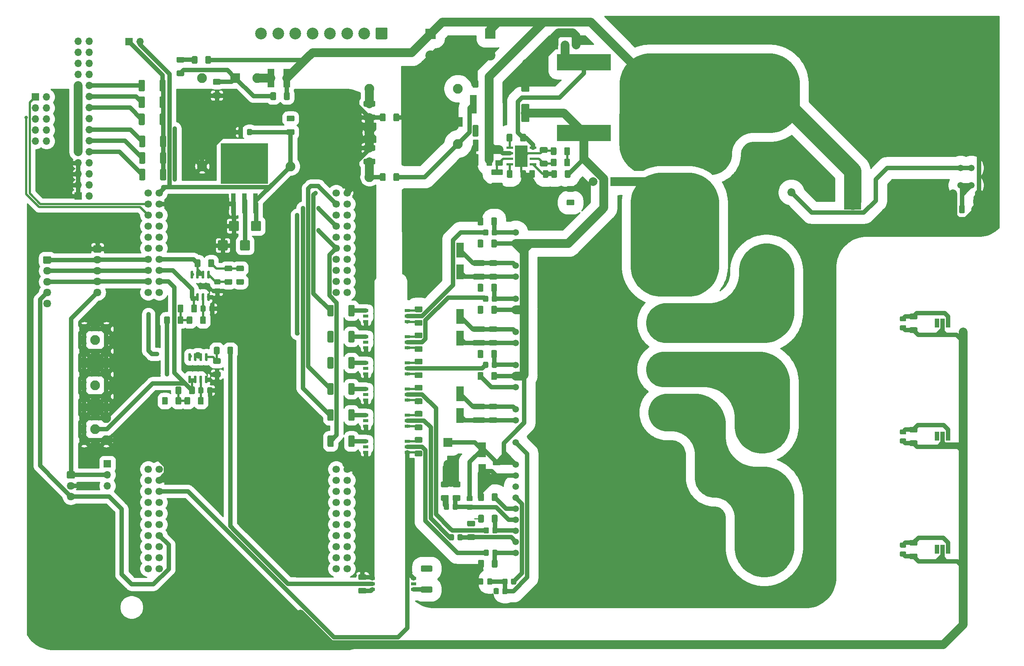
<source format=gbr>
%TF.GenerationSoftware,KiCad,Pcbnew,(5.1.8)-1*%
%TF.CreationDate,2021-03-22T22:31:26+09:00*%
%TF.ProjectId,inverter_IPM,696e7665-7274-4657-925f-49504d2e6b69,rev?*%
%TF.SameCoordinates,Original*%
%TF.FileFunction,Copper,L1,Top*%
%TF.FilePolarity,Positive*%
%FSLAX46Y46*%
G04 Gerber Fmt 4.6, Leading zero omitted, Abs format (unit mm)*
G04 Created by KiCad (PCBNEW (5.1.8)-1) date 2021-03-22 22:31:26*
%MOMM*%
%LPD*%
G01*
G04 APERTURE LIST*
%TA.AperFunction,ComponentPad*%
%ADD10O,1.905000X2.000000*%
%TD*%
%TA.AperFunction,ComponentPad*%
%ADD11R,1.905000X2.000000*%
%TD*%
%TA.AperFunction,ComponentPad*%
%ADD12C,1.700000*%
%TD*%
%TA.AperFunction,ComponentPad*%
%ADD13R,1.000000X2.000000*%
%TD*%
%TA.AperFunction,SMDPad,CuDef*%
%ADD14R,1.300000X0.800000*%
%TD*%
%TA.AperFunction,ComponentPad*%
%ADD15R,2.250000X2.250000*%
%TD*%
%TA.AperFunction,ComponentPad*%
%ADD16C,2.250000*%
%TD*%
%TA.AperFunction,ComponentPad*%
%ADD17C,1.500000*%
%TD*%
%TA.AperFunction,ComponentPad*%
%ADD18R,3.770000X3.770000*%
%TD*%
%TA.AperFunction,ComponentPad*%
%ADD19C,3.770000*%
%TD*%
%TA.AperFunction,ComponentPad*%
%ADD20C,0.300000*%
%TD*%
%TA.AperFunction,SMDPad,CuDef*%
%ADD21R,2.950000X4.900000*%
%TD*%
%TA.AperFunction,SMDPad,CuDef*%
%ADD22R,1.550000X0.600000*%
%TD*%
%TA.AperFunction,SMDPad,CuDef*%
%ADD23R,10.800000X9.400000*%
%TD*%
%TA.AperFunction,SMDPad,CuDef*%
%ADD24R,1.100000X4.600000*%
%TD*%
%TA.AperFunction,ComponentPad*%
%ADD25C,1.950000*%
%TD*%
%TA.AperFunction,ComponentPad*%
%ADD26C,1.508000*%
%TD*%
%TA.AperFunction,SMDPad,CuDef*%
%ADD27R,1.500000X4.200000*%
%TD*%
%TA.AperFunction,SMDPad,CuDef*%
%ADD28R,12.320000X3.825000*%
%TD*%
%TA.AperFunction,ComponentPad*%
%ADD29C,4.250000*%
%TD*%
%TA.AperFunction,ComponentPad*%
%ADD30C,1.850000*%
%TD*%
%TA.AperFunction,ComponentPad*%
%ADD31R,1.850000X1.850000*%
%TD*%
%TA.AperFunction,ComponentPad*%
%ADD32O,1.700000X1.700000*%
%TD*%
%TA.AperFunction,ComponentPad*%
%ADD33R,1.700000X1.700000*%
%TD*%
%TA.AperFunction,ComponentPad*%
%ADD34O,1.850000X1.700000*%
%TD*%
%TA.AperFunction,ComponentPad*%
%ADD35C,2.700000*%
%TD*%
%TA.AperFunction,ComponentPad*%
%ADD36C,5.600000*%
%TD*%
%TA.AperFunction,SMDPad,CuDef*%
%ADD37R,1.800000X3.500000*%
%TD*%
%TA.AperFunction,ComponentPad*%
%ADD38R,2.400000X2.400000*%
%TD*%
%TA.AperFunction,ComponentPad*%
%ADD39C,2.400000*%
%TD*%
%TA.AperFunction,ComponentPad*%
%ADD40C,2.000000*%
%TD*%
%TA.AperFunction,ComponentPad*%
%ADD41R,2.000000X2.000000*%
%TD*%
%TA.AperFunction,ComponentPad*%
%ADD42C,4.000000*%
%TD*%
%TA.AperFunction,ComponentPad*%
%ADD43R,4.000000X4.000000*%
%TD*%
%TA.AperFunction,ViaPad*%
%ADD44C,0.800000*%
%TD*%
%TA.AperFunction,Conductor*%
%ADD45C,1.000000*%
%TD*%
%TA.AperFunction,Conductor*%
%ADD46C,2.000000*%
%TD*%
%TA.AperFunction,Conductor*%
%ADD47C,0.500000*%
%TD*%
%TA.AperFunction,Conductor*%
%ADD48C,4.000000*%
%TD*%
%TA.AperFunction,Conductor*%
%ADD49C,0.250000*%
%TD*%
%TA.AperFunction,Conductor*%
%ADD50C,0.254000*%
%TD*%
%TA.AperFunction,Conductor*%
%ADD51C,0.100000*%
%TD*%
G04 APERTURE END LIST*
D10*
%TO.P,D1,3*%
%TO.N,GND*%
X139954000Y-22352000D03*
%TO.P,D1,2*%
%TO.N,SW_BUCK*%
X137414000Y-22352000D03*
D11*
%TO.P,D1,1*%
%TO.N,GND*%
X134874000Y-22352000D03*
%TD*%
D12*
%TO.P,U3,80*%
%TO.N,Net-(U3-Pad80)*%
X84810600Y-142697200D03*
%TO.P,U3,79*%
%TO.N,Net-(U3-Pad79)*%
X84810600Y-140157200D03*
%TO.P,U3,78*%
%TO.N,Net-(U3-Pad78)*%
X84810600Y-137617200D03*
%TO.P,U3,77*%
%TO.N,Net-(U3-Pad77)*%
X84810600Y-135077200D03*
%TO.P,U3,76*%
%TO.N,Net-(U3-Pad76)*%
X84810600Y-132537200D03*
%TO.P,U3,75*%
%TO.N,Net-(U3-Pad75)*%
X84810600Y-129997200D03*
%TO.P,U3,74*%
%TO.N,Net-(U3-Pad74)*%
X84810600Y-127457200D03*
%TO.P,U3,73*%
%TO.N,Net-(U3-Pad73)*%
X84810600Y-124917200D03*
%TO.P,U3,72*%
%TO.N,Net-(U3-Pad72)*%
X84810600Y-122377200D03*
%TO.P,U3,70*%
%TO.N,Net-(U3-Pad70)*%
X87350600Y-142697200D03*
%TO.P,U3,69*%
%TO.N,Net-(U3-Pad69)*%
X87350600Y-140157200D03*
%TO.P,U3,68*%
%TO.N,Net-(U3-Pad68)*%
X87350600Y-137617200D03*
%TO.P,U3,67*%
%TO.N,Net-(U3-Pad67)*%
X87350600Y-135077200D03*
%TO.P,U3,66*%
%TO.N,Net-(U3-Pad66)*%
X87350600Y-132537200D03*
%TO.P,U3,65*%
%TO.N,Net-(U3-Pad65)*%
X87350600Y-129997200D03*
%TO.P,U3,64*%
%TO.N,Net-(U3-Pad64)*%
X87350600Y-127457200D03*
%TO.P,U3,63*%
%TO.N,Net-(U3-Pad63)*%
X87350600Y-124917200D03*
%TO.P,U3,62*%
%TO.N,Net-(U3-Pad62)*%
X87350600Y-122377200D03*
%TO.P,U3,60*%
%TO.N,Net-(U3-Pad60)*%
X84810600Y-79197200D03*
%TO.P,U3,59*%
%TO.N,Net-(U3-Pad59)*%
X84810600Y-76657200D03*
%TO.P,U3,58*%
%TO.N,Net-(U3-Pad58)*%
X84810600Y-74117200D03*
%TO.P,U3,57*%
%TO.N,Net-(U3-Pad57)*%
X84810600Y-71577200D03*
%TO.P,U3,56*%
%TO.N,/!CTRL_WL*%
X84810600Y-69037200D03*
%TO.P,U3,55*%
%TO.N,/!CTRL_WH*%
X84810600Y-66497200D03*
%TO.P,U3,54*%
%TO.N,/!CTRL_VL*%
X84810600Y-63957200D03*
%TO.P,U3,53*%
%TO.N,/!CTRL_VH*%
X84810600Y-61417200D03*
%TO.P,U3,52*%
%TO.N,/!CTRL_UL*%
X84810600Y-58877200D03*
%TO.P,U3,50*%
%TO.N,Net-(U3-Pad50)*%
X87350600Y-79197200D03*
%TO.P,U3,49*%
%TO.N,Net-(U3-Pad49)*%
X87350600Y-76657200D03*
%TO.P,U3,48*%
%TO.N,Net-(U3-Pad48)*%
X87350600Y-74117200D03*
%TO.P,U3,47*%
%TO.N,Net-(U3-Pad47)*%
X87350600Y-71577200D03*
%TO.P,U3,46*%
%TO.N,Net-(U3-Pad46)*%
X87350600Y-69037200D03*
%TO.P,U3,45*%
%TO.N,Net-(U3-Pad45)*%
X87350600Y-66497200D03*
%TO.P,U3,44*%
%TO.N,Net-(U3-Pad44)*%
X87350600Y-63957200D03*
%TO.P,U3,43*%
%TO.N,Net-(U3-Pad43)*%
X87350600Y-61417200D03*
%TO.P,U3,42*%
%TO.N,Net-(U3-Pad42)*%
X87350600Y-58877200D03*
%TO.P,U3,71*%
%TO.N,Net-(U3-Pad71)*%
X84810600Y-119837200D03*
%TO.P,U3,61*%
%TO.N,GND1*%
X87350600Y-119837200D03*
%TO.P,U3,51*%
%TO.N,/!CTRL_UH*%
X84810600Y-56337200D03*
%TO.P,U3,41*%
%TO.N,GND1*%
X87350600Y-56337200D03*
%TO.P,U3,40*%
%TO.N,Net-(U3-Pad40)*%
X44170600Y-142697200D03*
%TO.P,U3,39*%
%TO.N,Net-(U3-Pad39)*%
X44170600Y-140157200D03*
%TO.P,U3,38*%
%TO.N,Net-(U3-Pad38)*%
X44170600Y-137617200D03*
%TO.P,U3,37*%
%TO.N,/THROTTLE*%
X44170600Y-135077200D03*
%TO.P,U3,36*%
%TO.N,Net-(U3-Pad36)*%
X44170600Y-132537200D03*
%TO.P,U3,35*%
%TO.N,Net-(U3-Pad35)*%
X44170600Y-129997200D03*
%TO.P,U3,34*%
%TO.N,Net-(U3-Pad34)*%
X44170600Y-127457200D03*
%TO.P,U3,33*%
%TO.N,GND*%
X44170600Y-124917200D03*
%TO.P,U3,32*%
%TO.N,GND1*%
X44170600Y-122377200D03*
%TO.P,U3,31*%
%TO.N,+5V*%
X44170600Y-119837200D03*
%TO.P,U3,30*%
%TO.N,Net-(U3-Pad30)*%
X41630600Y-142697200D03*
%TO.P,U3,29*%
%TO.N,Net-(U3-Pad29)*%
X41630600Y-140157200D03*
%TO.P,U3,28*%
%TO.N,Net-(U3-Pad28)*%
X41630600Y-137617200D03*
%TO.P,U3,27*%
%TO.N,Net-(U3-Pad27)*%
X41630600Y-135077200D03*
%TO.P,U3,26*%
%TO.N,Net-(U3-Pad26)*%
X41630600Y-132537200D03*
%TO.P,U3,25*%
%TO.N,Net-(U3-Pad25)*%
X41630600Y-129997200D03*
%TO.P,U3,24*%
%TO.N,Net-(U3-Pad24)*%
X41630600Y-127457200D03*
%TO.P,U3,23*%
%TO.N,Net-(U3-Pad23)*%
X41630600Y-124917200D03*
%TO.P,U3,22*%
%TO.N,Net-(U3-Pad22)*%
X41630600Y-122377200D03*
%TO.P,U3,21*%
%TO.N,+3V3*%
X41630600Y-119837200D03*
%TO.P,U3,20*%
%TO.N,Net-(U3-Pad20)*%
X44170600Y-79197200D03*
%TO.P,U3,19*%
%TO.N,IW*%
X44170600Y-76657200D03*
%TO.P,U3,18*%
%TO.N,IV*%
X44170600Y-74117200D03*
%TO.P,U3,17*%
%TO.N,IU*%
X44170600Y-71577200D03*
%TO.P,U3,16*%
%TO.N,Net-(U3-Pad16)*%
X44170600Y-69037200D03*
%TO.P,U3,15*%
%TO.N,Net-(U3-Pad15)*%
X44170600Y-66497200D03*
%TO.P,U3,14*%
%TO.N,Net-(U3-Pad14)*%
X44170600Y-63957200D03*
%TO.P,U3,13*%
%TO.N,/BAT_ADC_DIFF1*%
X44170600Y-61417200D03*
%TO.P,U3,12*%
%TO.N,GND1*%
X44170600Y-58877200D03*
%TO.P,U3,11*%
%TO.N,+5V*%
X44170600Y-56337200D03*
%TO.P,U3,10*%
%TO.N,Net-(U3-Pad10)*%
X41630600Y-79197200D03*
%TO.P,U3,9*%
%TO.N,/HW*%
X41630600Y-76657200D03*
%TO.P,U3,8*%
%TO.N,/HV*%
X41630600Y-74117200D03*
%TO.P,U3,7*%
%TO.N,/HU*%
X41630600Y-71577200D03*
%TO.P,U3,6*%
%TO.N,Net-(U3-Pad6)*%
X41630600Y-69037200D03*
%TO.P,U3,5*%
%TO.N,VFO_3V*%
X41630600Y-66497200D03*
%TO.P,U3,4*%
%TO.N,Net-(U3-Pad4)*%
X41630600Y-63957200D03*
%TO.P,U3,3*%
%TO.N,/SCIB_TX*%
X41630600Y-61417200D03*
%TO.P,U3,2*%
%TO.N,/SCIB_RX*%
X41630600Y-58877200D03*
%TO.P,U3,1*%
%TO.N,+3V3*%
X41630600Y-56337200D03*
%TD*%
D13*
%TO.P,U18,3*%
%TO.N,Net-(R28-Pad2)*%
X222817680Y-112229101D03*
%TO.P,U18,2*%
%TO.N,GND1*%
X224087680Y-112229101D03*
%TO.P,U18,1*%
%TO.N,/VCC_SENSOR*%
X225357680Y-112229101D03*
%TD*%
%TO.P,U17,1*%
%TO.N,/VCC_SENSOR*%
X225357680Y-86229101D03*
%TO.P,U17,2*%
%TO.N,GND1*%
X224087680Y-86229101D03*
%TO.P,U17,3*%
%TO.N,Net-(R31-Pad1)*%
X222817680Y-86229101D03*
%TD*%
%TO.P,U16,8*%
%TO.N,/VCC_CTRL_BRD_+15V*%
%TA.AperFunction,SMDPad,CuDef*%
G36*
G01*
X51839000Y-76024000D02*
X51539000Y-76024000D01*
G75*
G02*
X51389000Y-75874000I0J150000D01*
G01*
X51389000Y-74424000D01*
G75*
G02*
X51539000Y-74274000I150000J0D01*
G01*
X51839000Y-74274000D01*
G75*
G02*
X51989000Y-74424000I0J-150000D01*
G01*
X51989000Y-75874000D01*
G75*
G02*
X51839000Y-76024000I-150000J0D01*
G01*
G37*
%TD.AperFunction*%
%TO.P,U16,7*%
%TO.N,IU*%
%TA.AperFunction,SMDPad,CuDef*%
G36*
G01*
X53109000Y-76024000D02*
X52809000Y-76024000D01*
G75*
G02*
X52659000Y-75874000I0J150000D01*
G01*
X52659000Y-74424000D01*
G75*
G02*
X52809000Y-74274000I150000J0D01*
G01*
X53109000Y-74274000D01*
G75*
G02*
X53259000Y-74424000I0J-150000D01*
G01*
X53259000Y-75874000D01*
G75*
G02*
X53109000Y-76024000I-150000J0D01*
G01*
G37*
%TD.AperFunction*%
%TO.P,U16,6*%
%TA.AperFunction,SMDPad,CuDef*%
G36*
G01*
X54379000Y-76024000D02*
X54079000Y-76024000D01*
G75*
G02*
X53929000Y-75874000I0J150000D01*
G01*
X53929000Y-74424000D01*
G75*
G02*
X54079000Y-74274000I150000J0D01*
G01*
X54379000Y-74274000D01*
G75*
G02*
X54529000Y-74424000I0J-150000D01*
G01*
X54529000Y-75874000D01*
G75*
G02*
X54379000Y-76024000I-150000J0D01*
G01*
G37*
%TD.AperFunction*%
%TO.P,U16,5*%
%TO.N,Net-(C55-Pad2)*%
%TA.AperFunction,SMDPad,CuDef*%
G36*
G01*
X55649000Y-76024000D02*
X55349000Y-76024000D01*
G75*
G02*
X55199000Y-75874000I0J150000D01*
G01*
X55199000Y-74424000D01*
G75*
G02*
X55349000Y-74274000I150000J0D01*
G01*
X55649000Y-74274000D01*
G75*
G02*
X55799000Y-74424000I0J-150000D01*
G01*
X55799000Y-75874000D01*
G75*
G02*
X55649000Y-76024000I-150000J0D01*
G01*
G37*
%TD.AperFunction*%
%TO.P,U16,4*%
%TO.N,GND1*%
%TA.AperFunction,SMDPad,CuDef*%
G36*
G01*
X55649000Y-81174000D02*
X55349000Y-81174000D01*
G75*
G02*
X55199000Y-81024000I0J150000D01*
G01*
X55199000Y-79574000D01*
G75*
G02*
X55349000Y-79424000I150000J0D01*
G01*
X55649000Y-79424000D01*
G75*
G02*
X55799000Y-79574000I0J-150000D01*
G01*
X55799000Y-81024000D01*
G75*
G02*
X55649000Y-81174000I-150000J0D01*
G01*
G37*
%TD.AperFunction*%
%TO.P,U16,3*%
%TO.N,Net-(C50-Pad1)*%
%TA.AperFunction,SMDPad,CuDef*%
G36*
G01*
X54379000Y-81174000D02*
X54079000Y-81174000D01*
G75*
G02*
X53929000Y-81024000I0J150000D01*
G01*
X53929000Y-79574000D01*
G75*
G02*
X54079000Y-79424000I150000J0D01*
G01*
X54379000Y-79424000D01*
G75*
G02*
X54529000Y-79574000I0J-150000D01*
G01*
X54529000Y-81024000D01*
G75*
G02*
X54379000Y-81174000I-150000J0D01*
G01*
G37*
%TD.AperFunction*%
%TO.P,U16,2*%
%TO.N,IV*%
%TA.AperFunction,SMDPad,CuDef*%
G36*
G01*
X53109000Y-81174000D02*
X52809000Y-81174000D01*
G75*
G02*
X52659000Y-81024000I0J150000D01*
G01*
X52659000Y-79574000D01*
G75*
G02*
X52809000Y-79424000I150000J0D01*
G01*
X53109000Y-79424000D01*
G75*
G02*
X53259000Y-79574000I0J-150000D01*
G01*
X53259000Y-81024000D01*
G75*
G02*
X53109000Y-81174000I-150000J0D01*
G01*
G37*
%TD.AperFunction*%
%TO.P,U16,1*%
%TA.AperFunction,SMDPad,CuDef*%
G36*
G01*
X51839000Y-81174000D02*
X51539000Y-81174000D01*
G75*
G02*
X51389000Y-81024000I0J150000D01*
G01*
X51389000Y-79574000D01*
G75*
G02*
X51539000Y-79424000I150000J0D01*
G01*
X51839000Y-79424000D01*
G75*
G02*
X51989000Y-79574000I0J-150000D01*
G01*
X51989000Y-81024000D01*
G75*
G02*
X51839000Y-81174000I-150000J0D01*
G01*
G37*
%TD.AperFunction*%
%TD*%
%TO.P,U15,3*%
%TO.N,Net-(R24-Pad2)*%
X222817680Y-138229101D03*
%TO.P,U15,2*%
%TO.N,GND1*%
X224087680Y-138229101D03*
%TO.P,U15,1*%
%TO.N,/VCC_SENSOR*%
X225357680Y-138229101D03*
%TD*%
%TO.P,U14,8*%
%TO.N,/VCC_CTRL_BRD_+15V*%
%TA.AperFunction,SMDPad,CuDef*%
G36*
G01*
X51331000Y-94947000D02*
X51031000Y-94947000D01*
G75*
G02*
X50881000Y-94797000I0J150000D01*
G01*
X50881000Y-93347000D01*
G75*
G02*
X51031000Y-93197000I150000J0D01*
G01*
X51331000Y-93197000D01*
G75*
G02*
X51481000Y-93347000I0J-150000D01*
G01*
X51481000Y-94797000D01*
G75*
G02*
X51331000Y-94947000I-150000J0D01*
G01*
G37*
%TD.AperFunction*%
%TO.P,U14,7*%
%TO.N,VFO_3V*%
%TA.AperFunction,SMDPad,CuDef*%
G36*
G01*
X52601000Y-94947000D02*
X52301000Y-94947000D01*
G75*
G02*
X52151000Y-94797000I0J150000D01*
G01*
X52151000Y-93347000D01*
G75*
G02*
X52301000Y-93197000I150000J0D01*
G01*
X52601000Y-93197000D01*
G75*
G02*
X52751000Y-93347000I0J-150000D01*
G01*
X52751000Y-94797000D01*
G75*
G02*
X52601000Y-94947000I-150000J0D01*
G01*
G37*
%TD.AperFunction*%
%TO.P,U14,6*%
%TA.AperFunction,SMDPad,CuDef*%
G36*
G01*
X53871000Y-94947000D02*
X53571000Y-94947000D01*
G75*
G02*
X53421000Y-94797000I0J150000D01*
G01*
X53421000Y-93347000D01*
G75*
G02*
X53571000Y-93197000I150000J0D01*
G01*
X53871000Y-93197000D01*
G75*
G02*
X54021000Y-93347000I0J-150000D01*
G01*
X54021000Y-94797000D01*
G75*
G02*
X53871000Y-94947000I-150000J0D01*
G01*
G37*
%TD.AperFunction*%
%TO.P,U14,5*%
%TO.N,Net-(R25-Pad1)*%
%TA.AperFunction,SMDPad,CuDef*%
G36*
G01*
X55141000Y-94947000D02*
X54841000Y-94947000D01*
G75*
G02*
X54691000Y-94797000I0J150000D01*
G01*
X54691000Y-93347000D01*
G75*
G02*
X54841000Y-93197000I150000J0D01*
G01*
X55141000Y-93197000D01*
G75*
G02*
X55291000Y-93347000I0J-150000D01*
G01*
X55291000Y-94797000D01*
G75*
G02*
X55141000Y-94947000I-150000J0D01*
G01*
G37*
%TD.AperFunction*%
%TO.P,U14,4*%
%TO.N,GND1*%
%TA.AperFunction,SMDPad,CuDef*%
G36*
G01*
X55141000Y-100097000D02*
X54841000Y-100097000D01*
G75*
G02*
X54691000Y-99947000I0J150000D01*
G01*
X54691000Y-98497000D01*
G75*
G02*
X54841000Y-98347000I150000J0D01*
G01*
X55141000Y-98347000D01*
G75*
G02*
X55291000Y-98497000I0J-150000D01*
G01*
X55291000Y-99947000D01*
G75*
G02*
X55141000Y-100097000I-150000J0D01*
G01*
G37*
%TD.AperFunction*%
%TO.P,U14,3*%
%TO.N,Net-(C46-Pad1)*%
%TA.AperFunction,SMDPad,CuDef*%
G36*
G01*
X53871000Y-100097000D02*
X53571000Y-100097000D01*
G75*
G02*
X53421000Y-99947000I0J150000D01*
G01*
X53421000Y-98497000D01*
G75*
G02*
X53571000Y-98347000I150000J0D01*
G01*
X53871000Y-98347000D01*
G75*
G02*
X54021000Y-98497000I0J-150000D01*
G01*
X54021000Y-99947000D01*
G75*
G02*
X53871000Y-100097000I-150000J0D01*
G01*
G37*
%TD.AperFunction*%
%TO.P,U14,2*%
%TO.N,IW*%
%TA.AperFunction,SMDPad,CuDef*%
G36*
G01*
X52601000Y-100097000D02*
X52301000Y-100097000D01*
G75*
G02*
X52151000Y-99947000I0J150000D01*
G01*
X52151000Y-98497000D01*
G75*
G02*
X52301000Y-98347000I150000J0D01*
G01*
X52601000Y-98347000D01*
G75*
G02*
X52751000Y-98497000I0J-150000D01*
G01*
X52751000Y-99947000D01*
G75*
G02*
X52601000Y-100097000I-150000J0D01*
G01*
G37*
%TD.AperFunction*%
%TO.P,U14,1*%
%TA.AperFunction,SMDPad,CuDef*%
G36*
G01*
X51331000Y-100097000D02*
X51031000Y-100097000D01*
G75*
G02*
X50881000Y-99947000I0J150000D01*
G01*
X50881000Y-98497000D01*
G75*
G02*
X51031000Y-98347000I150000J0D01*
G01*
X51331000Y-98347000D01*
G75*
G02*
X51481000Y-98497000I0J-150000D01*
G01*
X51481000Y-99947000D01*
G75*
G02*
X51331000Y-100097000I-150000J0D01*
G01*
G37*
%TD.AperFunction*%
%TD*%
D14*
%TO.P,U13,6*%
%TO.N,+5V*%
X93098420Y-147485100D03*
%TO.P,U13,5*%
%TO.N,VFO_5V*%
X93098420Y-146215100D03*
%TO.P,U13,4*%
%TO.N,GND1*%
X93098420Y-144945100D03*
%TO.P,U13,3*%
%TO.N,GND*%
X102598420Y-144945100D03*
%TO.P,U13,2*%
%TO.N,Net-(U13-Pad2)*%
X102598420Y-146215100D03*
%TO.P,U13,1*%
%TO.N,Net-(R19-Pad1)*%
X102598420Y-147485100D03*
%TD*%
%TO.P,U12,6*%
%TO.N,+15V*%
X101117600Y-113411000D03*
%TO.P,U12,5*%
%TO.N,WL*%
X101117600Y-114681000D03*
%TO.P,U12,4*%
%TO.N,GND*%
X101117600Y-115951000D03*
%TO.P,U12,3*%
%TO.N,GND1*%
X91617600Y-115951000D03*
%TO.P,U12,2*%
%TO.N,Net-(U12-Pad2)*%
X91617600Y-114681000D03*
%TO.P,U12,1*%
%TO.N,Net-(R14-Pad1)*%
X91617600Y-113411000D03*
%TD*%
%TO.P,U11,6*%
%TO.N,+15V*%
X101117600Y-107408980D03*
%TO.P,U11,5*%
%TO.N,VL*%
X101117600Y-108678980D03*
%TO.P,U11,4*%
%TO.N,GND*%
X101117600Y-109948980D03*
%TO.P,U11,3*%
%TO.N,GND1*%
X91617600Y-109948980D03*
%TO.P,U11,2*%
%TO.N,Net-(U11-Pad2)*%
X91617600Y-108678980D03*
%TO.P,U11,1*%
%TO.N,Net-(R13-Pad1)*%
X91617600Y-107408980D03*
%TD*%
%TO.P,U10,6*%
%TO.N,+15V*%
X101117600Y-101406960D03*
%TO.P,U10,5*%
%TO.N,UL*%
X101117600Y-102676960D03*
%TO.P,U10,4*%
%TO.N,GND*%
X101117600Y-103946960D03*
%TO.P,U10,3*%
%TO.N,GND1*%
X91617600Y-103946960D03*
%TO.P,U10,2*%
%TO.N,Net-(U10-Pad2)*%
X91617600Y-102676960D03*
%TO.P,U10,1*%
%TO.N,Net-(R12-Pad1)*%
X91617600Y-101406960D03*
%TD*%
D15*
%TO.P,U9,1*%
%TO.N,GND*%
X112776000Y-40005000D03*
D16*
%TO.P,U9,2*%
%TO.N,Net-(C56-Pad1)*%
X112776000Y-45085000D03*
%TO.P,U9,3*%
%TO.N,/VCC_CTRL_BRD_+15V*%
X92456000Y-52705000D03*
%TO.P,U9,4*%
%TO.N,GND1*%
X92456000Y-42545000D03*
%TO.P,U9,5*%
%TO.N,/VCC_CTRL_BRD_-15V*%
X92456000Y-32385000D03*
%TO.P,U9,6*%
%TO.N,Net-(U9-Pad6)*%
X112776000Y-32385000D03*
%TD*%
D14*
%TO.P,U8,6*%
%TO.N,+15V*%
X101117600Y-95404940D03*
%TO.P,U8,5*%
%TO.N,WH*%
X101117600Y-96674940D03*
%TO.P,U8,4*%
%TO.N,GND*%
X101117600Y-97944940D03*
%TO.P,U8,3*%
%TO.N,GND1*%
X91617600Y-97944940D03*
%TO.P,U8,2*%
%TO.N,Net-(U8-Pad2)*%
X91617600Y-96674940D03*
%TO.P,U8,1*%
%TO.N,Net-(R10-Pad1)*%
X91617600Y-95404940D03*
%TD*%
%TO.P,U7,6*%
%TO.N,+15V*%
X101117600Y-89402920D03*
%TO.P,U7,5*%
%TO.N,VH*%
X101117600Y-90672920D03*
%TO.P,U7,4*%
%TO.N,GND*%
X101117600Y-91942920D03*
%TO.P,U7,3*%
%TO.N,GND1*%
X91617600Y-91942920D03*
%TO.P,U7,2*%
%TO.N,Net-(U7-Pad2)*%
X91617600Y-90672920D03*
%TO.P,U7,1*%
%TO.N,Net-(R9-Pad1)*%
X91617600Y-89402920D03*
%TD*%
%TO.P,U6,6*%
%TO.N,+15V*%
X101117600Y-83400900D03*
%TO.P,U6,5*%
%TO.N,UH*%
X101117600Y-84670900D03*
%TO.P,U6,4*%
%TO.N,GND*%
X101117600Y-85940900D03*
%TO.P,U6,3*%
%TO.N,GND1*%
X91617600Y-85940900D03*
%TO.P,U6,2*%
%TO.N,Net-(U6-Pad2)*%
X91617600Y-84670900D03*
%TO.P,U6,1*%
%TO.N,Net-(R8-Pad1)*%
X91617600Y-83400900D03*
%TD*%
D17*
%TO.P,U5,30*%
%TO.N,Net-(C47-Pad2)*%
X126055300Y-139057100D03*
%TO.P,U5,29*%
%TO.N,Net-(C44-Pad2)*%
X126055300Y-136517100D03*
%TO.P,U5,28*%
%TO.N,Net-(C41-Pad2)*%
X126055300Y-133977100D03*
%TO.P,U5,27*%
%TO.N,Net-(C38-Pad2)*%
X126055300Y-131437100D03*
%TO.P,U5,26*%
%TO.N,Net-(C39-Pad2)*%
X126055300Y-128897100D03*
%TO.P,U5,25*%
%TO.N,Net-(R21-Pad2)*%
X126055300Y-126357100D03*
%TO.P,U5,24*%
%TO.N,Net-(U5-Pad24)*%
X126055300Y-123817100D03*
%TO.P,U5,23*%
%TO.N,GND*%
X126055300Y-121277100D03*
%TO.P,U5,22*%
%TO.N,+15V*%
X126055300Y-118737100D03*
%TO.P,U5,21*%
%TO.N,Net-(C45-Pad1)*%
X126055300Y-113657100D03*
%TO.P,U5,20*%
%TO.N,Net-(C35-Pad1)*%
X126055300Y-108577100D03*
%TO.P,U5,19*%
%TO.N,Net-(C35-Pad2)*%
X126055300Y-106037100D03*
%TO.P,U5,9*%
%TO.N,+15V*%
X126055300Y-67977100D03*
%TO.P,U5,8*%
%TO.N,Net-(C17-Pad2)*%
X126055300Y-65437100D03*
%TO.P,U5,10*%
%TO.N,Net-(C22-Pad2)*%
X126055300Y-73057100D03*
%TO.P,U5,11*%
%TO.N,Net-(C22-Pad1)*%
X126055300Y-75597100D03*
%TO.P,U5,12*%
%TO.N,Net-(C24-Pad2)*%
X126055300Y-80677100D03*
%TO.P,U5,13*%
%TO.N,+15V*%
X126055300Y-83217100D03*
%TO.P,U5,14*%
%TO.N,Net-(C31-Pad2)*%
X126055300Y-88297100D03*
%TO.P,U5,15*%
%TO.N,Net-(C31-Pad1)*%
X126055300Y-90797100D03*
%TO.P,U5,16*%
%TO.N,Net-(C33-Pad2)*%
X126055300Y-95877100D03*
%TO.P,U5,17*%
%TO.N,+15V*%
X126055300Y-98417100D03*
D18*
%TO.P,U5,1*%
%TO.N,GND*%
X161955300Y-136357100D03*
D19*
%TO.P,U5,2*%
X161955300Y-126357100D03*
%TO.P,U5,3*%
X161955300Y-116357100D03*
%TO.P,U5,4*%
%TO.N,W*%
X161955300Y-106357100D03*
%TO.P,U5,5*%
%TO.N,V*%
X161955300Y-96357100D03*
%TO.P,U5,6*%
%TO.N,U*%
X161955300Y-86357100D03*
%TO.P,U5,7*%
%TO.N,Net-(C25-Pad1)*%
X161955300Y-76357100D03*
D17*
%TO.P,U5,18*%
%TO.N,GND*%
X126055300Y-100957100D03*
%TD*%
D20*
%TO.P,U4,17*%
%TO.N,N/C*%
X128005600Y-49829000D03*
%TO.P,U4,16*%
X126705600Y-49829000D03*
%TO.P,U4,15*%
X128005600Y-48529000D03*
%TO.P,U4,14*%
X126705600Y-48529000D03*
%TO.P,U4,13*%
X128005600Y-47229000D03*
%TO.P,U4,12*%
X126705600Y-47229000D03*
%TO.P,U4,11*%
X128005600Y-45929000D03*
%TO.P,U4,10*%
X126705600Y-45929000D03*
D21*
%TO.P,U4,9*%
%TO.N,GND*%
X127355600Y-47879000D03*
D22*
%TO.P,U4,8*%
%TO.N,SW_BUCK*%
X130055600Y-45974000D03*
%TO.P,U4,7*%
%TO.N,GND*%
X130055600Y-47244000D03*
%TO.P,U4,6*%
%TO.N,Net-(C10-Pad1)*%
X130055600Y-48514000D03*
%TO.P,U4,5*%
%TO.N,FB*%
X130055600Y-49784000D03*
%TO.P,U4,4*%
%TO.N,Net-(R4-Pad2)*%
X124655600Y-49784000D03*
%TO.P,U4,3*%
%TO.N,Net-(R1-Pad1)*%
X124655600Y-48514000D03*
%TO.P,U4,2*%
%TO.N,VDC*%
X124655600Y-47244000D03*
%TO.P,U4,1*%
%TO.N,Net-(C9-Pad1)*%
X124655600Y-45974000D03*
%TD*%
D23*
%TO.P,U2,4*%
%TO.N,N/C*%
X63773100Y-49618200D03*
D24*
%TO.P,U2,3*%
%TO.N,+5V*%
X66313100Y-58768200D03*
%TO.P,U2,2*%
%TO.N,+3V3*%
X63773100Y-58768200D03*
%TO.P,U2,1*%
%TO.N,GND1*%
X61233100Y-58768200D03*
%TD*%
D15*
%TO.P,U1,1*%
%TO.N,GND*%
X61633100Y-29921200D03*
D16*
%TO.P,U1,2*%
%TO.N,Net-(C1-Pad1)*%
X66713100Y-29921200D03*
%TO.P,U1,3*%
%TO.N,+5V*%
X74333100Y-50241200D03*
%TO.P,U1,5*%
%TO.N,GND1*%
X54013100Y-50241200D03*
%TO.P,U1,6*%
%TO.N,Net-(U1-Pad6)*%
X54013100Y-29921200D03*
%TD*%
D25*
%TO.P,S1,S4*%
%TO.N,GND*%
X232476300Y-44584100D03*
%TO.P,S1,S3*%
X232476300Y-56584100D03*
%TO.P,S1,S2*%
X226476300Y-44584100D03*
%TO.P,S1,S1*%
X226476300Y-56584100D03*
D26*
%TO.P,S1,6*%
X230726300Y-46584100D03*
%TO.P,S1,5*%
%TO.N,Net-(K1-Pad2)*%
X230726300Y-50584100D03*
%TO.P,S1,4*%
%TO.N,+15V*%
X230726300Y-54584100D03*
%TO.P,S1,3*%
%TO.N,GND*%
X228226300Y-46584100D03*
%TO.P,S1,1*%
%TO.N,+15V*%
X228226300Y-54584100D03*
%TO.P,S1,2*%
%TO.N,Net-(K1-Pad2)*%
X228226300Y-50584100D03*
%TD*%
%TO.P,R39,1*%
%TO.N,/!CTRL_UL*%
%TA.AperFunction,SMDPad,CuDef*%
G36*
G01*
X39445000Y-32761501D02*
X39445000Y-30611499D01*
G75*
G02*
X39694999Y-30361500I249999J0D01*
G01*
X40595001Y-30361500D01*
G75*
G02*
X40845000Y-30611499I0J-249999D01*
G01*
X40845000Y-32761501D01*
G75*
G02*
X40595001Y-33011500I-249999J0D01*
G01*
X39694999Y-33011500D01*
G75*
G02*
X39445000Y-32761501I0J249999D01*
G01*
G37*
%TD.AperFunction*%
%TO.P,R39,2*%
%TO.N,/CTRL_UVW_PULLUP*%
%TA.AperFunction,SMDPad,CuDef*%
G36*
G01*
X44245000Y-32761501D02*
X44245000Y-30611499D01*
G75*
G02*
X44494999Y-30361500I249999J0D01*
G01*
X45395001Y-30361500D01*
G75*
G02*
X45645000Y-30611499I0J-249999D01*
G01*
X45645000Y-32761501D01*
G75*
G02*
X45395001Y-33011500I-249999J0D01*
G01*
X44494999Y-33011500D01*
G75*
G02*
X44245000Y-32761501I0J249999D01*
G01*
G37*
%TD.AperFunction*%
%TD*%
%TO.P,R38,1*%
%TO.N,/!CTRL_UH*%
%TA.AperFunction,SMDPad,CuDef*%
G36*
G01*
X39445000Y-36571501D02*
X39445000Y-34421499D01*
G75*
G02*
X39694999Y-34171500I249999J0D01*
G01*
X40595001Y-34171500D01*
G75*
G02*
X40845000Y-34421499I0J-249999D01*
G01*
X40845000Y-36571501D01*
G75*
G02*
X40595001Y-36821500I-249999J0D01*
G01*
X39694999Y-36821500D01*
G75*
G02*
X39445000Y-36571501I0J249999D01*
G01*
G37*
%TD.AperFunction*%
%TO.P,R38,2*%
%TO.N,/CTRL_UVW_PULLUP*%
%TA.AperFunction,SMDPad,CuDef*%
G36*
G01*
X44245000Y-36571501D02*
X44245000Y-34421499D01*
G75*
G02*
X44494999Y-34171500I249999J0D01*
G01*
X45395001Y-34171500D01*
G75*
G02*
X45645000Y-34421499I0J-249999D01*
G01*
X45645000Y-36571501D01*
G75*
G02*
X45395001Y-36821500I-249999J0D01*
G01*
X44494999Y-36821500D01*
G75*
G02*
X44245000Y-36571501I0J249999D01*
G01*
G37*
%TD.AperFunction*%
%TD*%
%TO.P,R37,1*%
%TO.N,/!CTRL_VL*%
%TA.AperFunction,SMDPad,CuDef*%
G36*
G01*
X39445000Y-40508501D02*
X39445000Y-38358499D01*
G75*
G02*
X39694999Y-38108500I249999J0D01*
G01*
X40595001Y-38108500D01*
G75*
G02*
X40845000Y-38358499I0J-249999D01*
G01*
X40845000Y-40508501D01*
G75*
G02*
X40595001Y-40758500I-249999J0D01*
G01*
X39694999Y-40758500D01*
G75*
G02*
X39445000Y-40508501I0J249999D01*
G01*
G37*
%TD.AperFunction*%
%TO.P,R37,2*%
%TO.N,/CTRL_UVW_PULLUP*%
%TA.AperFunction,SMDPad,CuDef*%
G36*
G01*
X44245000Y-40508501D02*
X44245000Y-38358499D01*
G75*
G02*
X44494999Y-38108500I249999J0D01*
G01*
X45395001Y-38108500D01*
G75*
G02*
X45645000Y-38358499I0J-249999D01*
G01*
X45645000Y-40508501D01*
G75*
G02*
X45395001Y-40758500I-249999J0D01*
G01*
X44494999Y-40758500D01*
G75*
G02*
X44245000Y-40508501I0J249999D01*
G01*
G37*
%TD.AperFunction*%
%TD*%
%TO.P,R36,1*%
%TO.N,/CTRL_UVW_PULLUP*%
%TA.AperFunction,SMDPad,CuDef*%
G36*
G01*
X45772000Y-51058499D02*
X45772000Y-53208501D01*
G75*
G02*
X45522001Y-53458500I-249999J0D01*
G01*
X44621999Y-53458500D01*
G75*
G02*
X44372000Y-53208501I0J249999D01*
G01*
X44372000Y-51058499D01*
G75*
G02*
X44621999Y-50808500I249999J0D01*
G01*
X45522001Y-50808500D01*
G75*
G02*
X45772000Y-51058499I0J-249999D01*
G01*
G37*
%TD.AperFunction*%
%TO.P,R36,2*%
%TO.N,/!CTRL_WH*%
%TA.AperFunction,SMDPad,CuDef*%
G36*
G01*
X40972000Y-51058499D02*
X40972000Y-53208501D01*
G75*
G02*
X40722001Y-53458500I-249999J0D01*
G01*
X39821999Y-53458500D01*
G75*
G02*
X39572000Y-53208501I0J249999D01*
G01*
X39572000Y-51058499D01*
G75*
G02*
X39821999Y-50808500I249999J0D01*
G01*
X40722001Y-50808500D01*
G75*
G02*
X40972000Y-51058499I0J-249999D01*
G01*
G37*
%TD.AperFunction*%
%TD*%
%TO.P,R35,1*%
%TO.N,/CTRL_UVW_PULLUP*%
%TA.AperFunction,SMDPad,CuDef*%
G36*
G01*
X45772000Y-47248499D02*
X45772000Y-49398501D01*
G75*
G02*
X45522001Y-49648500I-249999J0D01*
G01*
X44621999Y-49648500D01*
G75*
G02*
X44372000Y-49398501I0J249999D01*
G01*
X44372000Y-47248499D01*
G75*
G02*
X44621999Y-46998500I249999J0D01*
G01*
X45522001Y-46998500D01*
G75*
G02*
X45772000Y-47248499I0J-249999D01*
G01*
G37*
%TD.AperFunction*%
%TO.P,R35,2*%
%TO.N,/!CTRL_WL*%
%TA.AperFunction,SMDPad,CuDef*%
G36*
G01*
X40972000Y-47248499D02*
X40972000Y-49398501D01*
G75*
G02*
X40722001Y-49648500I-249999J0D01*
G01*
X39821999Y-49648500D01*
G75*
G02*
X39572000Y-49398501I0J249999D01*
G01*
X39572000Y-47248499D01*
G75*
G02*
X39821999Y-46998500I249999J0D01*
G01*
X40722001Y-46998500D01*
G75*
G02*
X40972000Y-47248499I0J-249999D01*
G01*
G37*
%TD.AperFunction*%
%TD*%
%TO.P,R34,1*%
%TO.N,/CTRL_UVW_PULLUP*%
%TA.AperFunction,SMDPad,CuDef*%
G36*
G01*
X45772000Y-43438499D02*
X45772000Y-45588501D01*
G75*
G02*
X45522001Y-45838500I-249999J0D01*
G01*
X44621999Y-45838500D01*
G75*
G02*
X44372000Y-45588501I0J249999D01*
G01*
X44372000Y-43438499D01*
G75*
G02*
X44621999Y-43188500I249999J0D01*
G01*
X45522001Y-43188500D01*
G75*
G02*
X45772000Y-43438499I0J-249999D01*
G01*
G37*
%TD.AperFunction*%
%TO.P,R34,2*%
%TO.N,/!CTRL_VH*%
%TA.AperFunction,SMDPad,CuDef*%
G36*
G01*
X40972000Y-43438499D02*
X40972000Y-45588501D01*
G75*
G02*
X40722001Y-45838500I-249999J0D01*
G01*
X39821999Y-45838500D01*
G75*
G02*
X39572000Y-45588501I0J249999D01*
G01*
X39572000Y-43438499D01*
G75*
G02*
X39821999Y-43188500I249999J0D01*
G01*
X40722001Y-43188500D01*
G75*
G02*
X40972000Y-43438499I0J-249999D01*
G01*
G37*
%TD.AperFunction*%
%TD*%
%TO.P,R33,2*%
%TO.N,/BAT_ADC_DIFF1*%
%TA.AperFunction,SMDPad,CuDef*%
G36*
G01*
X49647001Y-26405000D02*
X48396999Y-26405000D01*
G75*
G02*
X48147000Y-26155001I0J249999D01*
G01*
X48147000Y-25354999D01*
G75*
G02*
X48396999Y-25105000I249999J0D01*
G01*
X49647001Y-25105000D01*
G75*
G02*
X49897000Y-25354999I0J-249999D01*
G01*
X49897000Y-26155001D01*
G75*
G02*
X49647001Y-26405000I-249999J0D01*
G01*
G37*
%TD.AperFunction*%
%TO.P,R33,1*%
%TO.N,GND*%
%TA.AperFunction,SMDPad,CuDef*%
G36*
G01*
X49647001Y-29505000D02*
X48396999Y-29505000D01*
G75*
G02*
X48147000Y-29255001I0J249999D01*
G01*
X48147000Y-28454999D01*
G75*
G02*
X48396999Y-28205000I249999J0D01*
G01*
X49647001Y-28205000D01*
G75*
G02*
X49897000Y-28454999I0J-249999D01*
G01*
X49897000Y-29255001D01*
G75*
G02*
X49647001Y-29505000I-249999J0D01*
G01*
G37*
%TD.AperFunction*%
%TD*%
%TO.P,R32,2*%
%TO.N,/BAT_ADC_DIFF1*%
%TA.AperFunction,SMDPad,CuDef*%
G36*
G01*
X52948000Y-25155999D02*
X52948000Y-26406001D01*
G75*
G02*
X52698001Y-26656000I-249999J0D01*
G01*
X51897999Y-26656000D01*
G75*
G02*
X51648000Y-26406001I0J249999D01*
G01*
X51648000Y-25155999D01*
G75*
G02*
X51897999Y-24906000I249999J0D01*
G01*
X52698001Y-24906000D01*
G75*
G02*
X52948000Y-25155999I0J-249999D01*
G01*
G37*
%TD.AperFunction*%
%TO.P,R32,1*%
%TO.N,VDC*%
%TA.AperFunction,SMDPad,CuDef*%
G36*
G01*
X56048000Y-25155999D02*
X56048000Y-26406001D01*
G75*
G02*
X55798001Y-26656000I-249999J0D01*
G01*
X54997999Y-26656000D01*
G75*
G02*
X54748000Y-26406001I0J249999D01*
G01*
X54748000Y-25155999D01*
G75*
G02*
X54997999Y-24906000I249999J0D01*
G01*
X55798001Y-24906000D01*
G75*
G02*
X56048000Y-25155999I0J-249999D01*
G01*
G37*
%TD.AperFunction*%
%TD*%
%TO.P,R31,2*%
%TO.N,Net-(C53-Pad1)*%
%TA.AperFunction,SMDPad,CuDef*%
G36*
G01*
X63363001Y-74363500D02*
X62112999Y-74363500D01*
G75*
G02*
X61863000Y-74113501I0J249999D01*
G01*
X61863000Y-73313499D01*
G75*
G02*
X62112999Y-73063500I249999J0D01*
G01*
X63363001Y-73063500D01*
G75*
G02*
X63613000Y-73313499I0J-249999D01*
G01*
X63613000Y-74113501D01*
G75*
G02*
X63363001Y-74363500I-249999J0D01*
G01*
G37*
%TD.AperFunction*%
%TO.P,R31,1*%
%TO.N,Net-(R31-Pad1)*%
%TA.AperFunction,SMDPad,CuDef*%
G36*
G01*
X63363001Y-77463500D02*
X62112999Y-77463500D01*
G75*
G02*
X61863000Y-77213501I0J249999D01*
G01*
X61863000Y-76413499D01*
G75*
G02*
X62112999Y-76163500I249999J0D01*
G01*
X63363001Y-76163500D01*
G75*
G02*
X63613000Y-76413499I0J-249999D01*
G01*
X63613000Y-77213501D01*
G75*
G02*
X63363001Y-77463500I-249999J0D01*
G01*
G37*
%TD.AperFunction*%
%TD*%
%TO.P,R30,2*%
%TO.N,Net-(C55-Pad2)*%
%TA.AperFunction,SMDPad,CuDef*%
G36*
G01*
X59439499Y-76163500D02*
X60689501Y-76163500D01*
G75*
G02*
X60939500Y-76413499I0J-249999D01*
G01*
X60939500Y-77213501D01*
G75*
G02*
X60689501Y-77463500I-249999J0D01*
G01*
X59439499Y-77463500D01*
G75*
G02*
X59189500Y-77213501I0J249999D01*
G01*
X59189500Y-76413499D01*
G75*
G02*
X59439499Y-76163500I249999J0D01*
G01*
G37*
%TD.AperFunction*%
%TO.P,R30,1*%
%TO.N,Net-(C53-Pad1)*%
%TA.AperFunction,SMDPad,CuDef*%
G36*
G01*
X59439499Y-73063500D02*
X60689501Y-73063500D01*
G75*
G02*
X60939500Y-73313499I0J-249999D01*
G01*
X60939500Y-74113501D01*
G75*
G02*
X60689501Y-74363500I-249999J0D01*
G01*
X59439499Y-74363500D01*
G75*
G02*
X59189500Y-74113501I0J249999D01*
G01*
X59189500Y-73313499D01*
G75*
G02*
X59439499Y-73063500I249999J0D01*
G01*
G37*
%TD.AperFunction*%
%TD*%
%TO.P,R29,2*%
%TO.N,Net-(C51-Pad2)*%
%TA.AperFunction,SMDPad,CuDef*%
G36*
G01*
X51779000Y-84972999D02*
X51779000Y-86223001D01*
G75*
G02*
X51529001Y-86473000I-249999J0D01*
G01*
X50728999Y-86473000D01*
G75*
G02*
X50479000Y-86223001I0J249999D01*
G01*
X50479000Y-84972999D01*
G75*
G02*
X50728999Y-84723000I249999J0D01*
G01*
X51529001Y-84723000D01*
G75*
G02*
X51779000Y-84972999I0J-249999D01*
G01*
G37*
%TD.AperFunction*%
%TO.P,R29,1*%
%TO.N,Net-(C50-Pad1)*%
%TA.AperFunction,SMDPad,CuDef*%
G36*
G01*
X54879000Y-84972999D02*
X54879000Y-86223001D01*
G75*
G02*
X54629001Y-86473000I-249999J0D01*
G01*
X53828999Y-86473000D01*
G75*
G02*
X53579000Y-86223001I0J249999D01*
G01*
X53579000Y-84972999D01*
G75*
G02*
X53828999Y-84723000I249999J0D01*
G01*
X54629001Y-84723000D01*
G75*
G02*
X54879000Y-84972999I0J-249999D01*
G01*
G37*
%TD.AperFunction*%
%TD*%
%TO.P,R28,2*%
%TO.N,Net-(R28-Pad2)*%
%TA.AperFunction,SMDPad,CuDef*%
G36*
G01*
X46598000Y-84972999D02*
X46598000Y-86223001D01*
G75*
G02*
X46348001Y-86473000I-249999J0D01*
G01*
X45547999Y-86473000D01*
G75*
G02*
X45298000Y-86223001I0J249999D01*
G01*
X45298000Y-84972999D01*
G75*
G02*
X45547999Y-84723000I249999J0D01*
G01*
X46348001Y-84723000D01*
G75*
G02*
X46598000Y-84972999I0J-249999D01*
G01*
G37*
%TD.AperFunction*%
%TO.P,R28,1*%
%TO.N,Net-(C51-Pad2)*%
%TA.AperFunction,SMDPad,CuDef*%
G36*
G01*
X49698000Y-84972999D02*
X49698000Y-86223001D01*
G75*
G02*
X49448001Y-86473000I-249999J0D01*
G01*
X48647999Y-86473000D01*
G75*
G02*
X48398000Y-86223001I0J249999D01*
G01*
X48398000Y-84972999D01*
G75*
G02*
X48647999Y-84723000I249999J0D01*
G01*
X49448001Y-84723000D01*
G75*
G02*
X49698000Y-84972999I0J-249999D01*
G01*
G37*
%TD.AperFunction*%
%TD*%
%TO.P,R27,2*%
%TO.N,GND1*%
%TA.AperFunction,SMDPad,CuDef*%
G36*
G01*
X56778999Y-97420000D02*
X58029001Y-97420000D01*
G75*
G02*
X58279000Y-97669999I0J-249999D01*
G01*
X58279000Y-98470001D01*
G75*
G02*
X58029001Y-98720000I-249999J0D01*
G01*
X56778999Y-98720000D01*
G75*
G02*
X56529000Y-98470001I0J249999D01*
G01*
X56529000Y-97669999D01*
G75*
G02*
X56778999Y-97420000I249999J0D01*
G01*
G37*
%TD.AperFunction*%
%TO.P,R27,1*%
%TO.N,Net-(R25-Pad1)*%
%TA.AperFunction,SMDPad,CuDef*%
G36*
G01*
X56778999Y-94320000D02*
X58029001Y-94320000D01*
G75*
G02*
X58279000Y-94569999I0J-249999D01*
G01*
X58279000Y-95370001D01*
G75*
G02*
X58029001Y-95620000I-249999J0D01*
G01*
X56778999Y-95620000D01*
G75*
G02*
X56529000Y-95370001I0J249999D01*
G01*
X56529000Y-94569999D01*
G75*
G02*
X56778999Y-94320000I249999J0D01*
G01*
G37*
%TD.AperFunction*%
%TD*%
%TO.P,R26,2*%
%TO.N,Net-(C48-Pad2)*%
%TA.AperFunction,SMDPad,CuDef*%
G36*
G01*
X51271000Y-103514999D02*
X51271000Y-104765001D01*
G75*
G02*
X51021001Y-105015000I-249999J0D01*
G01*
X50220999Y-105015000D01*
G75*
G02*
X49971000Y-104765001I0J249999D01*
G01*
X49971000Y-103514999D01*
G75*
G02*
X50220999Y-103265000I249999J0D01*
G01*
X51021001Y-103265000D01*
G75*
G02*
X51271000Y-103514999I0J-249999D01*
G01*
G37*
%TD.AperFunction*%
%TO.P,R26,1*%
%TO.N,Net-(C46-Pad1)*%
%TA.AperFunction,SMDPad,CuDef*%
G36*
G01*
X54371000Y-103514999D02*
X54371000Y-104765001D01*
G75*
G02*
X54121001Y-105015000I-249999J0D01*
G01*
X53320999Y-105015000D01*
G75*
G02*
X53071000Y-104765001I0J249999D01*
G01*
X53071000Y-103514999D01*
G75*
G02*
X53320999Y-103265000I249999J0D01*
G01*
X54121001Y-103265000D01*
G75*
G02*
X54371000Y-103514999I0J-249999D01*
G01*
G37*
%TD.AperFunction*%
%TD*%
%TO.P,R25,2*%
%TO.N,VFO_5V*%
%TA.AperFunction,SMDPad,CuDef*%
G36*
G01*
X59828000Y-93208001D02*
X59828000Y-91957999D01*
G75*
G02*
X60077999Y-91708000I249999J0D01*
G01*
X60878001Y-91708000D01*
G75*
G02*
X61128000Y-91957999I0J-249999D01*
G01*
X61128000Y-93208001D01*
G75*
G02*
X60878001Y-93458000I-249999J0D01*
G01*
X60077999Y-93458000D01*
G75*
G02*
X59828000Y-93208001I0J249999D01*
G01*
G37*
%TD.AperFunction*%
%TO.P,R25,1*%
%TO.N,Net-(R25-Pad1)*%
%TA.AperFunction,SMDPad,CuDef*%
G36*
G01*
X56728000Y-93208001D02*
X56728000Y-91957999D01*
G75*
G02*
X56977999Y-91708000I249999J0D01*
G01*
X57778001Y-91708000D01*
G75*
G02*
X58028000Y-91957999I0J-249999D01*
G01*
X58028000Y-93208001D01*
G75*
G02*
X57778001Y-93458000I-249999J0D01*
G01*
X56977999Y-93458000D01*
G75*
G02*
X56728000Y-93208001I0J249999D01*
G01*
G37*
%TD.AperFunction*%
%TD*%
%TO.P,R24,2*%
%TO.N,Net-(R24-Pad2)*%
%TA.AperFunction,SMDPad,CuDef*%
G36*
G01*
X46116000Y-103514999D02*
X46116000Y-104765001D01*
G75*
G02*
X45866001Y-105015000I-249999J0D01*
G01*
X45065999Y-105015000D01*
G75*
G02*
X44816000Y-104765001I0J249999D01*
G01*
X44816000Y-103514999D01*
G75*
G02*
X45065999Y-103265000I249999J0D01*
G01*
X45866001Y-103265000D01*
G75*
G02*
X46116000Y-103514999I0J-249999D01*
G01*
G37*
%TD.AperFunction*%
%TO.P,R24,1*%
%TO.N,Net-(C48-Pad2)*%
%TA.AperFunction,SMDPad,CuDef*%
G36*
G01*
X49216000Y-103514999D02*
X49216000Y-104765001D01*
G75*
G02*
X48966001Y-105015000I-249999J0D01*
G01*
X48165999Y-105015000D01*
G75*
G02*
X47916000Y-104765001I0J249999D01*
G01*
X47916000Y-103514999D01*
G75*
G02*
X48165999Y-103265000I249999J0D01*
G01*
X48966001Y-103265000D01*
G75*
G02*
X49216000Y-103514999I0J-249999D01*
G01*
G37*
%TD.AperFunction*%
%TD*%
%TO.P,R23,2*%
%TO.N,WL*%
%TA.AperFunction,SMDPad,CuDef*%
G36*
G01*
X119876300Y-138607099D02*
X119876300Y-139507101D01*
G75*
G02*
X119626301Y-139757100I-249999J0D01*
G01*
X118926299Y-139757100D01*
G75*
G02*
X118676300Y-139507101I0J249999D01*
G01*
X118676300Y-138607099D01*
G75*
G02*
X118926299Y-138357100I249999J0D01*
G01*
X119626301Y-138357100D01*
G75*
G02*
X119876300Y-138607099I0J-249999D01*
G01*
G37*
%TD.AperFunction*%
%TO.P,R23,1*%
%TO.N,Net-(C47-Pad2)*%
%TA.AperFunction,SMDPad,CuDef*%
G36*
G01*
X121876300Y-138607099D02*
X121876300Y-139507101D01*
G75*
G02*
X121626301Y-139757100I-249999J0D01*
G01*
X120926299Y-139757100D01*
G75*
G02*
X120676300Y-139507101I0J249999D01*
G01*
X120676300Y-138607099D01*
G75*
G02*
X120926299Y-138357100I249999J0D01*
G01*
X121626301Y-138357100D01*
G75*
G02*
X121876300Y-138607099I0J-249999D01*
G01*
G37*
%TD.AperFunction*%
%TD*%
%TO.P,R22,2*%
%TO.N,VL*%
%TA.AperFunction,SMDPad,CuDef*%
G36*
G01*
X111868000Y-135058999D02*
X111868000Y-135959001D01*
G75*
G02*
X111618001Y-136209000I-249999J0D01*
G01*
X110917999Y-136209000D01*
G75*
G02*
X110668000Y-135959001I0J249999D01*
G01*
X110668000Y-135058999D01*
G75*
G02*
X110917999Y-134809000I249999J0D01*
G01*
X111618001Y-134809000D01*
G75*
G02*
X111868000Y-135058999I0J-249999D01*
G01*
G37*
%TD.AperFunction*%
%TO.P,R22,1*%
%TO.N,Net-(C44-Pad2)*%
%TA.AperFunction,SMDPad,CuDef*%
G36*
G01*
X113868000Y-135058999D02*
X113868000Y-135959001D01*
G75*
G02*
X113618001Y-136209000I-249999J0D01*
G01*
X112917999Y-136209000D01*
G75*
G02*
X112668000Y-135959001I0J249999D01*
G01*
X112668000Y-135058999D01*
G75*
G02*
X112917999Y-134809000I249999J0D01*
G01*
X113618001Y-134809000D01*
G75*
G02*
X113868000Y-135058999I0J-249999D01*
G01*
G37*
%TD.AperFunction*%
%TD*%
%TO.P,R21,2*%
%TO.N,Net-(R21-Pad2)*%
%TA.AperFunction,SMDPad,CuDef*%
G36*
G01*
X124974300Y-146131701D02*
X124974300Y-145231699D01*
G75*
G02*
X125224299Y-144981700I249999J0D01*
G01*
X125924301Y-144981700D01*
G75*
G02*
X126174300Y-145231699I0J-249999D01*
G01*
X126174300Y-146131701D01*
G75*
G02*
X125924301Y-146381700I-249999J0D01*
G01*
X125224299Y-146381700D01*
G75*
G02*
X124974300Y-146131701I0J249999D01*
G01*
G37*
%TD.AperFunction*%
%TO.P,R21,1*%
%TO.N,Net-(C45-Pad1)*%
%TA.AperFunction,SMDPad,CuDef*%
G36*
G01*
X122974300Y-146131701D02*
X122974300Y-145231699D01*
G75*
G02*
X123224299Y-144981700I249999J0D01*
G01*
X123924301Y-144981700D01*
G75*
G02*
X124174300Y-145231699I0J-249999D01*
G01*
X124174300Y-146131701D01*
G75*
G02*
X123924301Y-146381700I-249999J0D01*
G01*
X123224299Y-146381700D01*
G75*
G02*
X122974300Y-146131701I0J249999D01*
G01*
G37*
%TD.AperFunction*%
%TD*%
%TO.P,R20,2*%
%TO.N,UL*%
%TA.AperFunction,SMDPad,CuDef*%
G36*
G01*
X119876300Y-133466724D02*
X119876300Y-134366726D01*
G75*
G02*
X119626301Y-134616725I-249999J0D01*
G01*
X118926299Y-134616725D01*
G75*
G02*
X118676300Y-134366726I0J249999D01*
G01*
X118676300Y-133466724D01*
G75*
G02*
X118926299Y-133216725I249999J0D01*
G01*
X119626301Y-133216725D01*
G75*
G02*
X119876300Y-133466724I0J-249999D01*
G01*
G37*
%TD.AperFunction*%
%TO.P,R20,1*%
%TO.N,Net-(C41-Pad2)*%
%TA.AperFunction,SMDPad,CuDef*%
G36*
G01*
X121876300Y-133466724D02*
X121876300Y-134366726D01*
G75*
G02*
X121626301Y-134616725I-249999J0D01*
G01*
X120926299Y-134616725D01*
G75*
G02*
X120676300Y-134366726I0J249999D01*
G01*
X120676300Y-133466724D01*
G75*
G02*
X120926299Y-133216725I249999J0D01*
G01*
X121626301Y-133216725D01*
G75*
G02*
X121876300Y-133466724I0J-249999D01*
G01*
G37*
%TD.AperFunction*%
%TD*%
%TO.P,R19,2*%
%TO.N,/VFO*%
%TA.AperFunction,SMDPad,CuDef*%
G36*
G01*
X106655181Y-143407960D02*
X104505179Y-143407960D01*
G75*
G02*
X104255180Y-143157961I0J249999D01*
G01*
X104255180Y-142257959D01*
G75*
G02*
X104505179Y-142007960I249999J0D01*
G01*
X106655181Y-142007960D01*
G75*
G02*
X106905180Y-142257959I0J-249999D01*
G01*
X106905180Y-143157961D01*
G75*
G02*
X106655181Y-143407960I-249999J0D01*
G01*
G37*
%TD.AperFunction*%
%TO.P,R19,1*%
%TO.N,Net-(R19-Pad1)*%
%TA.AperFunction,SMDPad,CuDef*%
G36*
G01*
X106655181Y-148207960D02*
X104505179Y-148207960D01*
G75*
G02*
X104255180Y-147957961I0J249999D01*
G01*
X104255180Y-147057959D01*
G75*
G02*
X104505179Y-146807960I249999J0D01*
G01*
X106655181Y-146807960D01*
G75*
G02*
X106905180Y-147057959I0J-249999D01*
G01*
X106905180Y-147957961D01*
G75*
G02*
X106655181Y-148207960I-249999J0D01*
G01*
G37*
%TD.AperFunction*%
%TD*%
%TO.P,R18,2*%
%TO.N,Net-(C45-Pad1)*%
%TA.AperFunction,SMDPad,CuDef*%
G36*
G01*
X122974300Y-148328801D02*
X122974300Y-147428799D01*
G75*
G02*
X123224299Y-147178800I249999J0D01*
G01*
X123924301Y-147178800D01*
G75*
G02*
X124174300Y-147428799I0J-249999D01*
G01*
X124174300Y-148328801D01*
G75*
G02*
X123924301Y-148578800I-249999J0D01*
G01*
X123224299Y-148578800D01*
G75*
G02*
X122974300Y-148328801I0J249999D01*
G01*
G37*
%TD.AperFunction*%
%TO.P,R18,1*%
%TO.N,GND*%
%TA.AperFunction,SMDPad,CuDef*%
G36*
G01*
X120974300Y-148328801D02*
X120974300Y-147428799D01*
G75*
G02*
X121224299Y-147178800I249999J0D01*
G01*
X121924301Y-147178800D01*
G75*
G02*
X122174300Y-147428799I0J-249999D01*
G01*
X122174300Y-148328801D01*
G75*
G02*
X121924301Y-148578800I-249999J0D01*
G01*
X121224299Y-148578800D01*
G75*
G02*
X120974300Y-148328801I0J249999D01*
G01*
G37*
%TD.AperFunction*%
%TD*%
%TO.P,R17,2*%
%TO.N,/VFO*%
%TA.AperFunction,SMDPad,CuDef*%
G36*
G01*
X110753700Y-128021499D02*
X110753700Y-128921501D01*
G75*
G02*
X110503701Y-129171500I-249999J0D01*
G01*
X109803699Y-129171500D01*
G75*
G02*
X109553700Y-128921501I0J249999D01*
G01*
X109553700Y-128021499D01*
G75*
G02*
X109803699Y-127771500I249999J0D01*
G01*
X110503701Y-127771500D01*
G75*
G02*
X110753700Y-128021499I0J-249999D01*
G01*
G37*
%TD.AperFunction*%
%TO.P,R17,1*%
%TO.N,Net-(C38-Pad2)*%
%TA.AperFunction,SMDPad,CuDef*%
G36*
G01*
X112753700Y-128021499D02*
X112753700Y-128921501D01*
G75*
G02*
X112503701Y-129171500I-249999J0D01*
G01*
X111803699Y-129171500D01*
G75*
G02*
X111553700Y-128921501I0J249999D01*
G01*
X111553700Y-128021499D01*
G75*
G02*
X111803699Y-127771500I249999J0D01*
G01*
X112503701Y-127771500D01*
G75*
G02*
X112753700Y-128021499I0J-249999D01*
G01*
G37*
%TD.AperFunction*%
%TD*%
%TO.P,R16,2*%
%TO.N,Net-(C38-Pad2)*%
%TA.AperFunction,SMDPad,CuDef*%
G36*
G01*
X115031099Y-127971500D02*
X115931101Y-127971500D01*
G75*
G02*
X116181100Y-128221499I0J-249999D01*
G01*
X116181100Y-128921501D01*
G75*
G02*
X115931101Y-129171500I-249999J0D01*
G01*
X115031099Y-129171500D01*
G75*
G02*
X114781100Y-128921501I0J249999D01*
G01*
X114781100Y-128221499D01*
G75*
G02*
X115031099Y-127971500I249999J0D01*
G01*
G37*
%TD.AperFunction*%
%TO.P,R16,1*%
%TO.N,+15V*%
%TA.AperFunction,SMDPad,CuDef*%
G36*
G01*
X115031099Y-125971500D02*
X115931101Y-125971500D01*
G75*
G02*
X116181100Y-126221499I0J-249999D01*
G01*
X116181100Y-126921501D01*
G75*
G02*
X115931101Y-127171500I-249999J0D01*
G01*
X115031099Y-127171500D01*
G75*
G02*
X114781100Y-126921501I0J249999D01*
G01*
X114781100Y-126221499D01*
G75*
G02*
X115031099Y-125971500I249999J0D01*
G01*
G37*
%TD.AperFunction*%
%TD*%
%TO.P,R15,2*%
%TO.N,WH*%
%TA.AperFunction,SMDPad,CuDef*%
G36*
G01*
X119749300Y-95409599D02*
X119749300Y-96309601D01*
G75*
G02*
X119499301Y-96559600I-249999J0D01*
G01*
X118799299Y-96559600D01*
G75*
G02*
X118549300Y-96309601I0J249999D01*
G01*
X118549300Y-95409599D01*
G75*
G02*
X118799299Y-95159600I249999J0D01*
G01*
X119499301Y-95159600D01*
G75*
G02*
X119749300Y-95409599I0J-249999D01*
G01*
G37*
%TD.AperFunction*%
%TO.P,R15,1*%
%TO.N,Net-(C33-Pad2)*%
%TA.AperFunction,SMDPad,CuDef*%
G36*
G01*
X121749300Y-95409599D02*
X121749300Y-96309601D01*
G75*
G02*
X121499301Y-96559600I-249999J0D01*
G01*
X120799299Y-96559600D01*
G75*
G02*
X120549300Y-96309601I0J249999D01*
G01*
X120549300Y-95409599D01*
G75*
G02*
X120799299Y-95159600I249999J0D01*
G01*
X121499301Y-95159600D01*
G75*
G02*
X121749300Y-95409599I0J-249999D01*
G01*
G37*
%TD.AperFunction*%
%TD*%
%TO.P,R14,2*%
%TO.N,/!CTRL_WL*%
%TA.AperFunction,SMDPad,CuDef*%
G36*
G01*
X84220580Y-112335999D02*
X84220580Y-114486001D01*
G75*
G02*
X83970581Y-114736000I-249999J0D01*
G01*
X83070579Y-114736000D01*
G75*
G02*
X82820580Y-114486001I0J249999D01*
G01*
X82820580Y-112335999D01*
G75*
G02*
X83070579Y-112086000I249999J0D01*
G01*
X83970581Y-112086000D01*
G75*
G02*
X84220580Y-112335999I0J-249999D01*
G01*
G37*
%TD.AperFunction*%
%TO.P,R14,1*%
%TO.N,Net-(R14-Pad1)*%
%TA.AperFunction,SMDPad,CuDef*%
G36*
G01*
X89020580Y-112335999D02*
X89020580Y-114486001D01*
G75*
G02*
X88770581Y-114736000I-249999J0D01*
G01*
X87870579Y-114736000D01*
G75*
G02*
X87620580Y-114486001I0J249999D01*
G01*
X87620580Y-112335999D01*
G75*
G02*
X87870579Y-112086000I249999J0D01*
G01*
X88770581Y-112086000D01*
G75*
G02*
X89020580Y-112335999I0J-249999D01*
G01*
G37*
%TD.AperFunction*%
%TD*%
%TO.P,R13,2*%
%TO.N,/!CTRL_VL*%
%TA.AperFunction,SMDPad,CuDef*%
G36*
G01*
X84220580Y-106333979D02*
X84220580Y-108483981D01*
G75*
G02*
X83970581Y-108733980I-249999J0D01*
G01*
X83070579Y-108733980D01*
G75*
G02*
X82820580Y-108483981I0J249999D01*
G01*
X82820580Y-106333979D01*
G75*
G02*
X83070579Y-106083980I249999J0D01*
G01*
X83970581Y-106083980D01*
G75*
G02*
X84220580Y-106333979I0J-249999D01*
G01*
G37*
%TD.AperFunction*%
%TO.P,R13,1*%
%TO.N,Net-(R13-Pad1)*%
%TA.AperFunction,SMDPad,CuDef*%
G36*
G01*
X89020580Y-106333979D02*
X89020580Y-108483981D01*
G75*
G02*
X88770581Y-108733980I-249999J0D01*
G01*
X87870579Y-108733980D01*
G75*
G02*
X87620580Y-108483981I0J249999D01*
G01*
X87620580Y-106333979D01*
G75*
G02*
X87870579Y-106083980I249999J0D01*
G01*
X88770581Y-106083980D01*
G75*
G02*
X89020580Y-106333979I0J-249999D01*
G01*
G37*
%TD.AperFunction*%
%TD*%
%TO.P,R12,2*%
%TO.N,/!CTRL_UL*%
%TA.AperFunction,SMDPad,CuDef*%
G36*
G01*
X84220580Y-100331959D02*
X84220580Y-102481961D01*
G75*
G02*
X83970581Y-102731960I-249999J0D01*
G01*
X83070579Y-102731960D01*
G75*
G02*
X82820580Y-102481961I0J249999D01*
G01*
X82820580Y-100331959D01*
G75*
G02*
X83070579Y-100081960I249999J0D01*
G01*
X83970581Y-100081960D01*
G75*
G02*
X84220580Y-100331959I0J-249999D01*
G01*
G37*
%TD.AperFunction*%
%TO.P,R12,1*%
%TO.N,Net-(R12-Pad1)*%
%TA.AperFunction,SMDPad,CuDef*%
G36*
G01*
X89020580Y-100331959D02*
X89020580Y-102481961D01*
G75*
G02*
X88770581Y-102731960I-249999J0D01*
G01*
X87870579Y-102731960D01*
G75*
G02*
X87620580Y-102481961I0J249999D01*
G01*
X87620580Y-100331959D01*
G75*
G02*
X87870579Y-100081960I249999J0D01*
G01*
X88770581Y-100081960D01*
G75*
G02*
X89020580Y-100331959I0J-249999D01*
G01*
G37*
%TD.AperFunction*%
%TD*%
%TO.P,R11,2*%
%TO.N,VH*%
%TA.AperFunction,SMDPad,CuDef*%
G36*
G01*
X119749300Y-80238179D02*
X119749300Y-81138181D01*
G75*
G02*
X119499301Y-81388180I-249999J0D01*
G01*
X118799299Y-81388180D01*
G75*
G02*
X118549300Y-81138181I0J249999D01*
G01*
X118549300Y-80238179D01*
G75*
G02*
X118799299Y-79988180I249999J0D01*
G01*
X119499301Y-79988180D01*
G75*
G02*
X119749300Y-80238179I0J-249999D01*
G01*
G37*
%TD.AperFunction*%
%TO.P,R11,1*%
%TO.N,Net-(C24-Pad2)*%
%TA.AperFunction,SMDPad,CuDef*%
G36*
G01*
X121749300Y-80238179D02*
X121749300Y-81138181D01*
G75*
G02*
X121499301Y-81388180I-249999J0D01*
G01*
X120799299Y-81388180D01*
G75*
G02*
X120549300Y-81138181I0J249999D01*
G01*
X120549300Y-80238179D01*
G75*
G02*
X120799299Y-79988180I249999J0D01*
G01*
X121499301Y-79988180D01*
G75*
G02*
X121749300Y-80238179I0J-249999D01*
G01*
G37*
%TD.AperFunction*%
%TD*%
%TO.P,R10,2*%
%TO.N,/!CTRL_WH*%
%TA.AperFunction,SMDPad,CuDef*%
G36*
G01*
X84220580Y-94329939D02*
X84220580Y-96479941D01*
G75*
G02*
X83970581Y-96729940I-249999J0D01*
G01*
X83070579Y-96729940D01*
G75*
G02*
X82820580Y-96479941I0J249999D01*
G01*
X82820580Y-94329939D01*
G75*
G02*
X83070579Y-94079940I249999J0D01*
G01*
X83970581Y-94079940D01*
G75*
G02*
X84220580Y-94329939I0J-249999D01*
G01*
G37*
%TD.AperFunction*%
%TO.P,R10,1*%
%TO.N,Net-(R10-Pad1)*%
%TA.AperFunction,SMDPad,CuDef*%
G36*
G01*
X89020580Y-94329939D02*
X89020580Y-96479941D01*
G75*
G02*
X88770581Y-96729940I-249999J0D01*
G01*
X87870579Y-96729940D01*
G75*
G02*
X87620580Y-96479941I0J249999D01*
G01*
X87620580Y-94329939D01*
G75*
G02*
X87870579Y-94079940I249999J0D01*
G01*
X88770581Y-94079940D01*
G75*
G02*
X89020580Y-94329939I0J-249999D01*
G01*
G37*
%TD.AperFunction*%
%TD*%
%TO.P,R9,2*%
%TO.N,/!CTRL_VH*%
%TA.AperFunction,SMDPad,CuDef*%
G36*
G01*
X84220580Y-88327919D02*
X84220580Y-90477921D01*
G75*
G02*
X83970581Y-90727920I-249999J0D01*
G01*
X83070579Y-90727920D01*
G75*
G02*
X82820580Y-90477921I0J249999D01*
G01*
X82820580Y-88327919D01*
G75*
G02*
X83070579Y-88077920I249999J0D01*
G01*
X83970581Y-88077920D01*
G75*
G02*
X84220580Y-88327919I0J-249999D01*
G01*
G37*
%TD.AperFunction*%
%TO.P,R9,1*%
%TO.N,Net-(R9-Pad1)*%
%TA.AperFunction,SMDPad,CuDef*%
G36*
G01*
X89020580Y-88327919D02*
X89020580Y-90477921D01*
G75*
G02*
X88770581Y-90727920I-249999J0D01*
G01*
X87870579Y-90727920D01*
G75*
G02*
X87620580Y-90477921I0J249999D01*
G01*
X87620580Y-88327919D01*
G75*
G02*
X87870579Y-88077920I249999J0D01*
G01*
X88770581Y-88077920D01*
G75*
G02*
X89020580Y-88327919I0J-249999D01*
G01*
G37*
%TD.AperFunction*%
%TD*%
%TO.P,R8,2*%
%TO.N,/!CTRL_UH*%
%TA.AperFunction,SMDPad,CuDef*%
G36*
G01*
X84220580Y-82325899D02*
X84220580Y-84475901D01*
G75*
G02*
X83970581Y-84725900I-249999J0D01*
G01*
X83070579Y-84725900D01*
G75*
G02*
X82820580Y-84475901I0J249999D01*
G01*
X82820580Y-82325899D01*
G75*
G02*
X83070579Y-82075900I249999J0D01*
G01*
X83970581Y-82075900D01*
G75*
G02*
X84220580Y-82325899I0J-249999D01*
G01*
G37*
%TD.AperFunction*%
%TO.P,R8,1*%
%TO.N,Net-(R8-Pad1)*%
%TA.AperFunction,SMDPad,CuDef*%
G36*
G01*
X89020580Y-82325899D02*
X89020580Y-84475901D01*
G75*
G02*
X88770581Y-84725900I-249999J0D01*
G01*
X87870579Y-84725900D01*
G75*
G02*
X87620580Y-84475901I0J249999D01*
G01*
X87620580Y-82325899D01*
G75*
G02*
X87870579Y-82075900I249999J0D01*
G01*
X88770581Y-82075900D01*
G75*
G02*
X89020580Y-82325899I0J-249999D01*
G01*
G37*
%TD.AperFunction*%
%TD*%
%TO.P,R7,2*%
%TO.N,UH*%
%TA.AperFunction,SMDPad,CuDef*%
G36*
G01*
X119749300Y-64993099D02*
X119749300Y-65893101D01*
G75*
G02*
X119499301Y-66143100I-249999J0D01*
G01*
X118799299Y-66143100D01*
G75*
G02*
X118549300Y-65893101I0J249999D01*
G01*
X118549300Y-64993099D01*
G75*
G02*
X118799299Y-64743100I249999J0D01*
G01*
X119499301Y-64743100D01*
G75*
G02*
X119749300Y-64993099I0J-249999D01*
G01*
G37*
%TD.AperFunction*%
%TO.P,R7,1*%
%TO.N,Net-(C17-Pad2)*%
%TA.AperFunction,SMDPad,CuDef*%
G36*
G01*
X121749300Y-64993099D02*
X121749300Y-65893101D01*
G75*
G02*
X121499301Y-66143100I-249999J0D01*
G01*
X120799299Y-66143100D01*
G75*
G02*
X120549300Y-65893101I0J249999D01*
G01*
X120549300Y-64993099D01*
G75*
G02*
X120799299Y-64743100I249999J0D01*
G01*
X121499301Y-64743100D01*
G75*
G02*
X121749300Y-64993099I0J-249999D01*
G01*
G37*
%TD.AperFunction*%
%TD*%
%TO.P,R6,2*%
%TO.N,FB*%
%TA.AperFunction,SMDPad,CuDef*%
G36*
G01*
X132268800Y-52618801D02*
X132268800Y-51368799D01*
G75*
G02*
X132518799Y-51118800I249999J0D01*
G01*
X133318801Y-51118800D01*
G75*
G02*
X133568800Y-51368799I0J-249999D01*
G01*
X133568800Y-52618801D01*
G75*
G02*
X133318801Y-52868800I-249999J0D01*
G01*
X132518799Y-52868800D01*
G75*
G02*
X132268800Y-52618801I0J249999D01*
G01*
G37*
%TD.AperFunction*%
%TO.P,R6,1*%
%TO.N,GND*%
%TA.AperFunction,SMDPad,CuDef*%
G36*
G01*
X129168800Y-52618801D02*
X129168800Y-51368799D01*
G75*
G02*
X129418799Y-51118800I249999J0D01*
G01*
X130218801Y-51118800D01*
G75*
G02*
X130468800Y-51368799I0J-249999D01*
G01*
X130468800Y-52618801D01*
G75*
G02*
X130218801Y-52868800I-249999J0D01*
G01*
X129418799Y-52868800D01*
G75*
G02*
X129168800Y-52618801I0J249999D01*
G01*
G37*
%TD.AperFunction*%
%TD*%
%TO.P,R5,2*%
%TO.N,Net-(C10-Pad1)*%
%TA.AperFunction,SMDPad,CuDef*%
G36*
G01*
X135422400Y-48727199D02*
X135422400Y-49977201D01*
G75*
G02*
X135172401Y-50227200I-249999J0D01*
G01*
X134372399Y-50227200D01*
G75*
G02*
X134122400Y-49977201I0J249999D01*
G01*
X134122400Y-48727199D01*
G75*
G02*
X134372399Y-48477200I249999J0D01*
G01*
X135172401Y-48477200D01*
G75*
G02*
X135422400Y-48727199I0J-249999D01*
G01*
G37*
%TD.AperFunction*%
%TO.P,R5,1*%
%TO.N,Net-(C15-Pad1)*%
%TA.AperFunction,SMDPad,CuDef*%
G36*
G01*
X138522400Y-48727199D02*
X138522400Y-49977201D01*
G75*
G02*
X138272401Y-50227200I-249999J0D01*
G01*
X137472399Y-50227200D01*
G75*
G02*
X137222400Y-49977201I0J249999D01*
G01*
X137222400Y-48727199D01*
G75*
G02*
X137472399Y-48477200I249999J0D01*
G01*
X138272401Y-48477200D01*
G75*
G02*
X138522400Y-48727199I0J-249999D01*
G01*
G37*
%TD.AperFunction*%
%TD*%
%TO.P,R4,2*%
%TO.N,Net-(R4-Pad2)*%
%TA.AperFunction,SMDPad,CuDef*%
G36*
G01*
X125313200Y-51368799D02*
X125313200Y-52618801D01*
G75*
G02*
X125063201Y-52868800I-249999J0D01*
G01*
X124263199Y-52868800D01*
G75*
G02*
X124013200Y-52618801I0J249999D01*
G01*
X124013200Y-51368799D01*
G75*
G02*
X124263199Y-51118800I249999J0D01*
G01*
X125063201Y-51118800D01*
G75*
G02*
X125313200Y-51368799I0J-249999D01*
G01*
G37*
%TD.AperFunction*%
%TO.P,R4,1*%
%TO.N,GND*%
%TA.AperFunction,SMDPad,CuDef*%
G36*
G01*
X128413200Y-51368799D02*
X128413200Y-52618801D01*
G75*
G02*
X128163201Y-52868800I-249999J0D01*
G01*
X127363199Y-52868800D01*
G75*
G02*
X127113200Y-52618801I0J249999D01*
G01*
X127113200Y-51368799D01*
G75*
G02*
X127363199Y-51118800I249999J0D01*
G01*
X128163201Y-51118800D01*
G75*
G02*
X128413200Y-51368799I0J-249999D01*
G01*
G37*
%TD.AperFunction*%
%TD*%
%TO.P,R3,2*%
%TO.N,+15V*%
%TA.AperFunction,SMDPad,CuDef*%
G36*
G01*
X137322800Y-52618801D02*
X137322800Y-51368799D01*
G75*
G02*
X137572799Y-51118800I249999J0D01*
G01*
X138372801Y-51118800D01*
G75*
G02*
X138622800Y-51368799I0J-249999D01*
G01*
X138622800Y-52618801D01*
G75*
G02*
X138372801Y-52868800I-249999J0D01*
G01*
X137572799Y-52868800D01*
G75*
G02*
X137322800Y-52618801I0J249999D01*
G01*
G37*
%TD.AperFunction*%
%TO.P,R3,1*%
%TO.N,FB*%
%TA.AperFunction,SMDPad,CuDef*%
G36*
G01*
X134222800Y-52618801D02*
X134222800Y-51368799D01*
G75*
G02*
X134472799Y-51118800I249999J0D01*
G01*
X135272801Y-51118800D01*
G75*
G02*
X135522800Y-51368799I0J-249999D01*
G01*
X135522800Y-52618801D01*
G75*
G02*
X135272801Y-52868800I-249999J0D01*
G01*
X134472799Y-52868800D01*
G75*
G02*
X134222800Y-52618801I0J249999D01*
G01*
G37*
%TD.AperFunction*%
%TD*%
%TO.P,R2,2*%
%TO.N,GND*%
%TA.AperFunction,SMDPad,CuDef*%
G36*
G01*
X120692599Y-54036200D02*
X122842601Y-54036200D01*
G75*
G02*
X123092600Y-54286199I0J-249999D01*
G01*
X123092600Y-55086201D01*
G75*
G02*
X122842601Y-55336200I-249999J0D01*
G01*
X120692599Y-55336200D01*
G75*
G02*
X120442600Y-55086201I0J249999D01*
G01*
X120442600Y-54286199D01*
G75*
G02*
X120692599Y-54036200I249999J0D01*
G01*
G37*
%TD.AperFunction*%
%TO.P,R2,1*%
%TO.N,Net-(R1-Pad1)*%
%TA.AperFunction,SMDPad,CuDef*%
G36*
G01*
X120692599Y-50936200D02*
X122842601Y-50936200D01*
G75*
G02*
X123092600Y-51186199I0J-249999D01*
G01*
X123092600Y-51986201D01*
G75*
G02*
X122842601Y-52236200I-249999J0D01*
G01*
X120692599Y-52236200D01*
G75*
G02*
X120442600Y-51986201I0J249999D01*
G01*
X120442600Y-51186199D01*
G75*
G02*
X120692599Y-50936200I249999J0D01*
G01*
G37*
%TD.AperFunction*%
%TD*%
%TO.P,R1,2*%
%TO.N,VDC*%
%TA.AperFunction,SMDPad,CuDef*%
G36*
G01*
X122849801Y-47003800D02*
X121599799Y-47003800D01*
G75*
G02*
X121349800Y-46753801I0J249999D01*
G01*
X121349800Y-45953799D01*
G75*
G02*
X121599799Y-45703800I249999J0D01*
G01*
X122849801Y-45703800D01*
G75*
G02*
X123099800Y-45953799I0J-249999D01*
G01*
X123099800Y-46753801D01*
G75*
G02*
X122849801Y-47003800I-249999J0D01*
G01*
G37*
%TD.AperFunction*%
%TO.P,R1,1*%
%TO.N,Net-(R1-Pad1)*%
%TA.AperFunction,SMDPad,CuDef*%
G36*
G01*
X122849801Y-50103800D02*
X121599799Y-50103800D01*
G75*
G02*
X121349800Y-49853801I0J249999D01*
G01*
X121349800Y-49053799D01*
G75*
G02*
X121599799Y-48803800I249999J0D01*
G01*
X122849801Y-48803800D01*
G75*
G02*
X123099800Y-49053799I0J-249999D01*
G01*
X123099800Y-49853801D01*
G75*
G02*
X122849801Y-50103800I-249999J0D01*
G01*
G37*
%TD.AperFunction*%
%TD*%
D27*
%TO.P,L3,2*%
%TO.N,Net-(C56-Pad1)*%
X116310000Y-35941000D03*
%TO.P,L3,1*%
%TO.N,VDC*%
X119910000Y-35941000D03*
%TD*%
D28*
%TO.P,L2,1*%
%TO.N,SW_BUCK*%
X141732000Y-26294500D03*
%TO.P,L2,2*%
%TO.N,+15V*%
X141732000Y-42539500D03*
%TD*%
D27*
%TO.P,L1,2*%
%TO.N,Net-(C1-Pad1)*%
X69866100Y-29921200D03*
%TO.P,L1,1*%
%TO.N,VDC*%
X73466100Y-29921200D03*
%TD*%
D29*
%TO.P,K1,3*%
%TO.N,Net-(C25-Pad1)*%
X161841300Y-54969100D03*
%TO.P,K1,4*%
%TO.N,VDC*%
X155091300Y-47469100D03*
D30*
%TO.P,K1,2*%
%TO.N,Net-(K1-Pad2)*%
X189341300Y-56219100D03*
D31*
%TO.P,K1,1*%
%TO.N,GND*%
X189341300Y-46219100D03*
%TD*%
D32*
%TO.P,J13,10*%
%TO.N,Net-(J13-Pad10)*%
X18288000Y-44425000D03*
%TO.P,J13,9*%
%TO.N,Net-(J13-Pad9)*%
X15748000Y-44425000D03*
%TO.P,J13,8*%
%TO.N,Net-(J13-Pad8)*%
X18288000Y-41885000D03*
%TO.P,J13,7*%
%TO.N,Net-(J13-Pad7)*%
X15748000Y-41885000D03*
%TO.P,J13,6*%
%TO.N,Net-(J13-Pad6)*%
X18288000Y-39345000D03*
%TO.P,J13,5*%
%TO.N,Net-(J13-Pad5)*%
X15748000Y-39345000D03*
%TO.P,J13,4*%
%TO.N,Net-(J13-Pad4)*%
X18288000Y-36805000D03*
%TO.P,J13,3*%
%TO.N,/SCIB_TX*%
X15748000Y-36805000D03*
%TO.P,J13,2*%
%TO.N,Net-(J13-Pad2)*%
X18288000Y-34265000D03*
D33*
%TO.P,J13,1*%
%TO.N,/SCIB_RX*%
X15748000Y-34265000D03*
%TD*%
D32*
%TO.P,J12,2*%
%TO.N,+5V*%
X39751000Y-21590000D03*
D33*
%TO.P,J12,1*%
%TO.N,/CTRL_UVW_PULLUP*%
X37211000Y-21590000D03*
%TD*%
D32*
%TO.P,J11,30*%
%TO.N,Net-(J11-Pad30)*%
X28067000Y-21530000D03*
%TO.P,J11,29*%
%TO.N,Net-(J11-Pad29)*%
X25527000Y-21530000D03*
%TO.P,J11,28*%
%TO.N,Net-(J11-Pad28)*%
X28067000Y-24070000D03*
%TO.P,J11,27*%
%TO.N,Net-(J11-Pad27)*%
X25527000Y-24070000D03*
%TO.P,J11,26*%
%TO.N,Net-(J11-Pad26)*%
X28067000Y-26610000D03*
%TO.P,J11,25*%
%TO.N,Net-(J11-Pad25)*%
X25527000Y-26610000D03*
%TO.P,J11,24*%
%TO.N,Net-(J11-Pad24)*%
X28067000Y-29150000D03*
%TO.P,J11,23*%
%TO.N,Net-(J11-Pad23)*%
X25527000Y-29150000D03*
%TO.P,J11,22*%
%TO.N,/!CTRL_UL*%
X28067000Y-31690000D03*
%TO.P,J11,21*%
%TO.N,/VCC_CTRL_BRD_+15V*%
X25527000Y-31690000D03*
%TO.P,J11,20*%
%TO.N,/!CTRL_UH*%
X28067000Y-34230000D03*
%TO.P,J11,19*%
%TO.N,/VCC_CTRL_BRD_+15V*%
X25527000Y-34230000D03*
%TO.P,J11,18*%
%TO.N,/!CTRL_VL*%
X28067000Y-36770000D03*
%TO.P,J11,17*%
%TO.N,/VCC_CTRL_BRD_+15V*%
X25527000Y-36770000D03*
%TO.P,J11,16*%
%TO.N,Net-(J11-Pad16)*%
X28067000Y-39310000D03*
%TO.P,J11,15*%
%TO.N,/VCC_CTRL_BRD_+15V*%
X25527000Y-39310000D03*
%TO.P,J11,14*%
%TO.N,/!CTRL_VH*%
X28067000Y-41850000D03*
%TO.P,J11,13*%
%TO.N,/VCC_CTRL_BRD_+15V*%
X25527000Y-41850000D03*
%TO.P,J11,12*%
%TO.N,/!CTRL_WL*%
X28067000Y-44390000D03*
%TO.P,J11,11*%
%TO.N,/VCC_CTRL_BRD_+15V*%
X25527000Y-44390000D03*
%TO.P,J11,10*%
%TO.N,/!CTRL_WH*%
X28067000Y-46930000D03*
%TO.P,J11,9*%
%TO.N,/VCC_CTRL_BRD_+15V*%
X25527000Y-46930000D03*
%TO.P,J11,8*%
%TO.N,Net-(J11-Pad8)*%
X28067000Y-49470000D03*
%TO.P,J11,7*%
%TO.N,GND1*%
X25527000Y-49470000D03*
%TO.P,J11,6*%
%TO.N,Net-(J11-Pad6)*%
X28067000Y-52010000D03*
%TO.P,J11,5*%
%TO.N,GND1*%
X25527000Y-52010000D03*
%TO.P,J11,4*%
%TO.N,Net-(J11-Pad4)*%
X28067000Y-54550000D03*
%TO.P,J11,3*%
%TO.N,GND1*%
X25527000Y-54550000D03*
%TO.P,J11,2*%
%TO.N,Net-(J11-Pad2)*%
X28067000Y-57090000D03*
D33*
%TO.P,J11,1*%
%TO.N,GND1*%
X25527000Y-57090000D03*
%TD*%
D34*
%TO.P,J10,5*%
%TO.N,VFO_5V*%
X18415000Y-81755000D03*
%TO.P,J10,4*%
%TO.N,/THROTTLE*%
X18415000Y-79255000D03*
%TO.P,J10,3*%
%TO.N,/HW*%
X18415000Y-76755000D03*
%TO.P,J10,2*%
%TO.N,/HV*%
X18415000Y-74255000D03*
%TO.P,J10,1*%
%TO.N,/HU*%
%TA.AperFunction,ComponentPad*%
G36*
G01*
X17740000Y-70905000D02*
X19090000Y-70905000D01*
G75*
G02*
X19340000Y-71155000I0J-250000D01*
G01*
X19340000Y-72355000D01*
G75*
G02*
X19090000Y-72605000I-250000J0D01*
G01*
X17740000Y-72605000D01*
G75*
G02*
X17490000Y-72355000I0J250000D01*
G01*
X17490000Y-71155000D01*
G75*
G02*
X17740000Y-70905000I250000J0D01*
G01*
G37*
%TD.AperFunction*%
%TD*%
D16*
%TO.P,J9,1*%
%TO.N,IW*%
X29464000Y-110617000D03*
%TO.P,J9,2*%
%TO.N,GND1*%
X32004000Y-108077000D03*
X26924000Y-108077000D03*
X26924000Y-113157000D03*
X32004000Y-113157000D03*
%TD*%
%TO.P,J8,1*%
%TO.N,IV*%
X29464000Y-100584000D03*
%TO.P,J8,2*%
%TO.N,GND1*%
X32004000Y-98044000D03*
X26924000Y-98044000D03*
X26924000Y-103124000D03*
X32004000Y-103124000D03*
%TD*%
D35*
%TO.P,J7,8*%
%TO.N,/VCC_CTRL_BRD_-15V*%
X67530000Y-19685000D03*
%TO.P,J7,7*%
X71490000Y-19685000D03*
%TO.P,J7,6*%
%TO.N,/VCC_CTRL_BRD_+15V*%
X75450000Y-19685000D03*
%TO.P,J7,5*%
X79410000Y-19685000D03*
%TO.P,J7,4*%
%TO.N,GND1*%
X83370000Y-19685000D03*
%TO.P,J7,3*%
X87330000Y-19685000D03*
%TO.P,J7,2*%
%TO.N,+5V*%
X91290000Y-19685000D03*
%TO.P,J7,1*%
%TA.AperFunction,ComponentPad*%
G36*
G01*
X96600000Y-18585001D02*
X96600000Y-20784999D01*
G75*
G02*
X96349999Y-21035000I-250001J0D01*
G01*
X94150001Y-21035000D01*
G75*
G02*
X93900000Y-20784999I0J250001D01*
G01*
X93900000Y-18585001D01*
G75*
G02*
X94150001Y-18335000I250001J0D01*
G01*
X96349999Y-18335000D01*
G75*
G02*
X96600000Y-18585001I0J-250001D01*
G01*
G37*
%TD.AperFunction*%
%TD*%
D16*
%TO.P,J6,1*%
%TO.N,IU*%
X29464000Y-90170000D03*
%TO.P,J6,2*%
%TO.N,GND1*%
X32004000Y-87630000D03*
X26924000Y-87630000D03*
X26924000Y-92710000D03*
X32004000Y-92710000D03*
%TD*%
D34*
%TO.P,J5,5*%
%TO.N,/VCC_SENSOR*%
X29972000Y-79215000D03*
%TO.P,J5,4*%
%TO.N,/HW*%
X29972000Y-76715000D03*
%TO.P,J5,3*%
%TO.N,/HV*%
X29972000Y-74215000D03*
%TO.P,J5,2*%
%TO.N,/HU*%
X29972000Y-71715000D03*
%TO.P,J5,1*%
%TO.N,GND1*%
%TA.AperFunction,ComponentPad*%
G36*
G01*
X29297000Y-68365000D02*
X30647000Y-68365000D01*
G75*
G02*
X30897000Y-68615000I0J-250000D01*
G01*
X30897000Y-69815000D01*
G75*
G02*
X30647000Y-70065000I-250000J0D01*
G01*
X29297000Y-70065000D01*
G75*
G02*
X29047000Y-69815000I0J250000D01*
G01*
X29047000Y-68615000D01*
G75*
G02*
X29297000Y-68365000I250000J0D01*
G01*
G37*
%TD.AperFunction*%
%TD*%
%TO.P,J4,3*%
%TO.N,/THROTTLE*%
X23876000Y-126158000D03*
%TO.P,J4,2*%
%TO.N,GND1*%
X23876000Y-123658000D03*
%TO.P,J4,1*%
%TO.N,/VCC_SENSOR*%
%TA.AperFunction,ComponentPad*%
G36*
G01*
X23201000Y-120308000D02*
X24551000Y-120308000D01*
G75*
G02*
X24801000Y-120558000I0J-250000D01*
G01*
X24801000Y-121758000D01*
G75*
G02*
X24551000Y-122008000I-250000J0D01*
G01*
X23201000Y-122008000D01*
G75*
G02*
X22951000Y-121758000I0J250000D01*
G01*
X22951000Y-120558000D01*
G75*
G02*
X23201000Y-120308000I250000J0D01*
G01*
G37*
%TD.AperFunction*%
%TD*%
D36*
%TO.P,J3,1*%
%TO.N,U*%
X181961300Y-73324100D03*
%TO.P,J3,2*%
X181961300Y-86324100D03*
%TO.P,J3,3*%
%TO.N,V*%
X181961300Y-99324100D03*
%TO.P,J3,4*%
X181961300Y-112324100D03*
%TO.P,J3,5*%
%TO.N,W*%
X181961300Y-125324100D03*
%TO.P,J3,6*%
X181961300Y-138324100D03*
%TD*%
%TO.P,J2,6*%
%TO.N,GND*%
X224506300Y-33329100D03*
%TO.P,J2,5*%
X211506300Y-33329100D03*
%TO.P,J2,4*%
X198506300Y-33329100D03*
%TO.P,J2,3*%
%TO.N,VDC*%
X185506300Y-33329100D03*
%TO.P,J2,2*%
X172506300Y-33329100D03*
%TO.P,J2,1*%
X159506300Y-33329100D03*
%TD*%
D32*
%TO.P,J1,3*%
%TO.N,+5V*%
X32258000Y-123698000D03*
%TO.P,J1,2*%
%TO.N,/VCC_SENSOR*%
X32258000Y-121158000D03*
D33*
%TO.P,J1,1*%
%TO.N,+3V3*%
X32258000Y-118618000D03*
%TD*%
D37*
%TO.P,D5,2*%
%TO.N,GND*%
X118328440Y-120365460D03*
%TO.P,D5,1*%
%TO.N,+15V*%
X118328440Y-115365460D03*
%TD*%
%TO.P,D4,2*%
%TO.N,Net-(C35-Pad1)*%
X113271300Y-107489800D03*
%TO.P,D4,1*%
%TO.N,Net-(C35-Pad2)*%
X113271300Y-102489800D03*
%TD*%
%TO.P,D3,2*%
%TO.N,Net-(C31-Pad1)*%
X113271300Y-89710200D03*
%TO.P,D3,1*%
%TO.N,Net-(C31-Pad2)*%
X113271300Y-84710200D03*
%TD*%
%TO.P,D2,2*%
%TO.N,Net-(C22-Pad1)*%
X113271300Y-74520600D03*
%TO.P,D2,1*%
%TO.N,Net-(C22-Pad2)*%
X113271300Y-69520600D03*
%TD*%
%TO.P,C64,2*%
%TO.N,GND1*%
%TA.AperFunction,SMDPad,CuDef*%
G36*
G01*
X214536000Y-112774100D02*
X215486000Y-112774100D01*
G75*
G02*
X215736000Y-113024100I0J-250000D01*
G01*
X215736000Y-113699100D01*
G75*
G02*
X215486000Y-113949100I-250000J0D01*
G01*
X214536000Y-113949100D01*
G75*
G02*
X214286000Y-113699100I0J250000D01*
G01*
X214286000Y-113024100D01*
G75*
G02*
X214536000Y-112774100I250000J0D01*
G01*
G37*
%TD.AperFunction*%
%TO.P,C64,1*%
%TO.N,/VCC_SENSOR*%
%TA.AperFunction,SMDPad,CuDef*%
G36*
G01*
X214536000Y-110699100D02*
X215486000Y-110699100D01*
G75*
G02*
X215736000Y-110949100I0J-250000D01*
G01*
X215736000Y-111624100D01*
G75*
G02*
X215486000Y-111874100I-250000J0D01*
G01*
X214536000Y-111874100D01*
G75*
G02*
X214286000Y-111624100I0J250000D01*
G01*
X214286000Y-110949100D01*
G75*
G02*
X214536000Y-110699100I250000J0D01*
G01*
G37*
%TD.AperFunction*%
%TD*%
%TO.P,C63,2*%
%TO.N,/VCC_SENSOR*%
%TA.AperFunction,SMDPad,CuDef*%
G36*
G01*
X218074002Y-111424100D02*
X216773998Y-111424100D01*
G75*
G02*
X216524000Y-111174102I0J249998D01*
G01*
X216524000Y-110349098D01*
G75*
G02*
X216773998Y-110099100I249998J0D01*
G01*
X218074002Y-110099100D01*
G75*
G02*
X218324000Y-110349098I0J-249998D01*
G01*
X218324000Y-111174102D01*
G75*
G02*
X218074002Y-111424100I-249998J0D01*
G01*
G37*
%TD.AperFunction*%
%TO.P,C63,1*%
%TO.N,GND1*%
%TA.AperFunction,SMDPad,CuDef*%
G36*
G01*
X218074002Y-114549100D02*
X216773998Y-114549100D01*
G75*
G02*
X216524000Y-114299102I0J249998D01*
G01*
X216524000Y-113474098D01*
G75*
G02*
X216773998Y-113224100I249998J0D01*
G01*
X218074002Y-113224100D01*
G75*
G02*
X218324000Y-113474098I0J-249998D01*
G01*
X218324000Y-114299102D01*
G75*
G02*
X218074002Y-114549100I-249998J0D01*
G01*
G37*
%TD.AperFunction*%
%TD*%
%TO.P,C62,2*%
%TO.N,GND1*%
%TA.AperFunction,SMDPad,CuDef*%
G36*
G01*
X214536000Y-86774100D02*
X215486000Y-86774100D01*
G75*
G02*
X215736000Y-87024100I0J-250000D01*
G01*
X215736000Y-87699100D01*
G75*
G02*
X215486000Y-87949100I-250000J0D01*
G01*
X214536000Y-87949100D01*
G75*
G02*
X214286000Y-87699100I0J250000D01*
G01*
X214286000Y-87024100D01*
G75*
G02*
X214536000Y-86774100I250000J0D01*
G01*
G37*
%TD.AperFunction*%
%TO.P,C62,1*%
%TO.N,/VCC_SENSOR*%
%TA.AperFunction,SMDPad,CuDef*%
G36*
G01*
X214536000Y-84699100D02*
X215486000Y-84699100D01*
G75*
G02*
X215736000Y-84949100I0J-250000D01*
G01*
X215736000Y-85624100D01*
G75*
G02*
X215486000Y-85874100I-250000J0D01*
G01*
X214536000Y-85874100D01*
G75*
G02*
X214286000Y-85624100I0J250000D01*
G01*
X214286000Y-84949100D01*
G75*
G02*
X214536000Y-84699100I250000J0D01*
G01*
G37*
%TD.AperFunction*%
%TD*%
%TO.P,C61,2*%
%TO.N,GND1*%
%TA.AperFunction,SMDPad,CuDef*%
G36*
G01*
X96166500Y-38338998D02*
X96166500Y-39639002D01*
G75*
G02*
X95916502Y-39889000I-249998J0D01*
G01*
X95091498Y-39889000D01*
G75*
G02*
X94841500Y-39639002I0J249998D01*
G01*
X94841500Y-38338998D01*
G75*
G02*
X95091498Y-38089000I249998J0D01*
G01*
X95916502Y-38089000D01*
G75*
G02*
X96166500Y-38338998I0J-249998D01*
G01*
G37*
%TD.AperFunction*%
%TO.P,C61,1*%
%TO.N,GND*%
%TA.AperFunction,SMDPad,CuDef*%
G36*
G01*
X99291500Y-38338998D02*
X99291500Y-39639002D01*
G75*
G02*
X99041502Y-39889000I-249998J0D01*
G01*
X98216498Y-39889000D01*
G75*
G02*
X97966500Y-39639002I0J249998D01*
G01*
X97966500Y-38338998D01*
G75*
G02*
X98216498Y-38089000I249998J0D01*
G01*
X99041502Y-38089000D01*
G75*
G02*
X99291500Y-38338998I0J-249998D01*
G01*
G37*
%TD.AperFunction*%
%TD*%
%TO.P,C60,2*%
%TO.N,GND1*%
%TA.AperFunction,SMDPad,CuDef*%
G36*
G01*
X91355998Y-38326500D02*
X93556002Y-38326500D01*
G75*
G02*
X93806000Y-38576498I0J-249998D01*
G01*
X93806000Y-39401502D01*
G75*
G02*
X93556002Y-39651500I-249998J0D01*
G01*
X91355998Y-39651500D01*
G75*
G02*
X91106000Y-39401502I0J249998D01*
G01*
X91106000Y-38576498D01*
G75*
G02*
X91355998Y-38326500I249998J0D01*
G01*
G37*
%TD.AperFunction*%
%TO.P,C60,1*%
%TO.N,/VCC_CTRL_BRD_-15V*%
%TA.AperFunction,SMDPad,CuDef*%
G36*
G01*
X91355998Y-35201500D02*
X93556002Y-35201500D01*
G75*
G02*
X93806000Y-35451498I0J-249998D01*
G01*
X93806000Y-36276502D01*
G75*
G02*
X93556002Y-36526500I-249998J0D01*
G01*
X91355998Y-36526500D01*
G75*
G02*
X91106000Y-36276502I0J249998D01*
G01*
X91106000Y-35451498D01*
G75*
G02*
X91355998Y-35201500I249998J0D01*
G01*
G37*
%TD.AperFunction*%
%TD*%
%TO.P,C59,2*%
%TO.N,GND*%
%TA.AperFunction,SMDPad,CuDef*%
G36*
G01*
X117463600Y-30630098D02*
X117463600Y-31930102D01*
G75*
G02*
X117213602Y-32180100I-249998J0D01*
G01*
X116388598Y-32180100D01*
G75*
G02*
X116138600Y-31930102I0J249998D01*
G01*
X116138600Y-30630098D01*
G75*
G02*
X116388598Y-30380100I249998J0D01*
G01*
X117213602Y-30380100D01*
G75*
G02*
X117463600Y-30630098I0J-249998D01*
G01*
G37*
%TD.AperFunction*%
%TO.P,C59,1*%
%TO.N,VDC*%
%TA.AperFunction,SMDPad,CuDef*%
G36*
G01*
X120588600Y-30630098D02*
X120588600Y-31930102D01*
G75*
G02*
X120338602Y-32180100I-249998J0D01*
G01*
X119513598Y-32180100D01*
G75*
G02*
X119263600Y-31930102I0J249998D01*
G01*
X119263600Y-30630098D01*
G75*
G02*
X119513598Y-30380100I249998J0D01*
G01*
X120338602Y-30380100D01*
G75*
G02*
X120588600Y-30630098I0J-249998D01*
G01*
G37*
%TD.AperFunction*%
%TD*%
D38*
%TO.P,C58,1*%
%TO.N,VDC*%
X120243600Y-19685000D03*
D39*
%TO.P,C58,2*%
%TO.N,GND*%
X120243600Y-24685000D03*
%TD*%
%TO.P,C57,2*%
%TO.N,/VCC_CTRL_BRD_+15V*%
%TA.AperFunction,SMDPad,CuDef*%
G36*
G01*
X91355998Y-48486500D02*
X93556002Y-48486500D01*
G75*
G02*
X93806000Y-48736498I0J-249998D01*
G01*
X93806000Y-49561502D01*
G75*
G02*
X93556002Y-49811500I-249998J0D01*
G01*
X91355998Y-49811500D01*
G75*
G02*
X91106000Y-49561502I0J249998D01*
G01*
X91106000Y-48736498D01*
G75*
G02*
X91355998Y-48486500I249998J0D01*
G01*
G37*
%TD.AperFunction*%
%TO.P,C57,1*%
%TO.N,GND1*%
%TA.AperFunction,SMDPad,CuDef*%
G36*
G01*
X91355998Y-45361500D02*
X93556002Y-45361500D01*
G75*
G02*
X93806000Y-45611498I0J-249998D01*
G01*
X93806000Y-46436502D01*
G75*
G02*
X93556002Y-46686500I-249998J0D01*
G01*
X91355998Y-46686500D01*
G75*
G02*
X91106000Y-46436502I0J249998D01*
G01*
X91106000Y-45611498D01*
G75*
G02*
X91355998Y-45361500I249998J0D01*
G01*
G37*
%TD.AperFunction*%
%TD*%
%TO.P,C56,2*%
%TO.N,/VCC_CTRL_BRD_+15V*%
%TA.AperFunction,SMDPad,CuDef*%
G36*
G01*
X96166500Y-52054998D02*
X96166500Y-53355002D01*
G75*
G02*
X95916502Y-53605000I-249998J0D01*
G01*
X95091498Y-53605000D01*
G75*
G02*
X94841500Y-53355002I0J249998D01*
G01*
X94841500Y-52054998D01*
G75*
G02*
X95091498Y-51805000I249998J0D01*
G01*
X95916502Y-51805000D01*
G75*
G02*
X96166500Y-52054998I0J-249998D01*
G01*
G37*
%TD.AperFunction*%
%TO.P,C56,1*%
%TO.N,Net-(C56-Pad1)*%
%TA.AperFunction,SMDPad,CuDef*%
G36*
G01*
X99291500Y-52054998D02*
X99291500Y-53355002D01*
G75*
G02*
X99041502Y-53605000I-249998J0D01*
G01*
X98216498Y-53605000D01*
G75*
G02*
X97966500Y-53355002I0J249998D01*
G01*
X97966500Y-52054998D01*
G75*
G02*
X98216498Y-51805000I249998J0D01*
G01*
X99041502Y-51805000D01*
G75*
G02*
X99291500Y-52054998I0J-249998D01*
G01*
G37*
%TD.AperFunction*%
%TD*%
%TO.P,C55,2*%
%TO.N,Net-(C55-Pad2)*%
%TA.AperFunction,SMDPad,CuDef*%
G36*
G01*
X58006000Y-77401000D02*
X57056000Y-77401000D01*
G75*
G02*
X56806000Y-77151000I0J250000D01*
G01*
X56806000Y-76476000D01*
G75*
G02*
X57056000Y-76226000I250000J0D01*
G01*
X58006000Y-76226000D01*
G75*
G02*
X58256000Y-76476000I0J-250000D01*
G01*
X58256000Y-77151000D01*
G75*
G02*
X58006000Y-77401000I-250000J0D01*
G01*
G37*
%TD.AperFunction*%
%TO.P,C55,1*%
%TO.N,GND1*%
%TA.AperFunction,SMDPad,CuDef*%
G36*
G01*
X58006000Y-79476000D02*
X57056000Y-79476000D01*
G75*
G02*
X56806000Y-79226000I0J250000D01*
G01*
X56806000Y-78551000D01*
G75*
G02*
X57056000Y-78301000I250000J0D01*
G01*
X58006000Y-78301000D01*
G75*
G02*
X58256000Y-78551000I0J-250000D01*
G01*
X58256000Y-79226000D01*
G75*
G02*
X58006000Y-79476000I-250000J0D01*
G01*
G37*
%TD.AperFunction*%
%TD*%
%TO.P,C54,2*%
%TO.N,/VCC_SENSOR*%
%TA.AperFunction,SMDPad,CuDef*%
G36*
G01*
X218074002Y-85424100D02*
X216773998Y-85424100D01*
G75*
G02*
X216524000Y-85174102I0J249998D01*
G01*
X216524000Y-84349098D01*
G75*
G02*
X216773998Y-84099100I249998J0D01*
G01*
X218074002Y-84099100D01*
G75*
G02*
X218324000Y-84349098I0J-249998D01*
G01*
X218324000Y-85174102D01*
G75*
G02*
X218074002Y-85424100I-249998J0D01*
G01*
G37*
%TD.AperFunction*%
%TO.P,C54,1*%
%TO.N,GND1*%
%TA.AperFunction,SMDPad,CuDef*%
G36*
G01*
X218074002Y-88549100D02*
X216773998Y-88549100D01*
G75*
G02*
X216524000Y-88299102I0J249998D01*
G01*
X216524000Y-87474098D01*
G75*
G02*
X216773998Y-87224100I249998J0D01*
G01*
X218074002Y-87224100D01*
G75*
G02*
X218324000Y-87474098I0J-249998D01*
G01*
X218324000Y-88299102D01*
G75*
G02*
X218074002Y-88549100I-249998J0D01*
G01*
G37*
%TD.AperFunction*%
%TD*%
%TO.P,C53,2*%
%TO.N,IU*%
%TA.AperFunction,SMDPad,CuDef*%
G36*
G01*
X53621500Y-71866998D02*
X53621500Y-73167002D01*
G75*
G02*
X53371502Y-73417000I-249998J0D01*
G01*
X52546498Y-73417000D01*
G75*
G02*
X52296500Y-73167002I0J249998D01*
G01*
X52296500Y-71866998D01*
G75*
G02*
X52546498Y-71617000I249998J0D01*
G01*
X53371502Y-71617000D01*
G75*
G02*
X53621500Y-71866998I0J-249998D01*
G01*
G37*
%TD.AperFunction*%
%TO.P,C53,1*%
%TO.N,Net-(C53-Pad1)*%
%TA.AperFunction,SMDPad,CuDef*%
G36*
G01*
X56746500Y-71866998D02*
X56746500Y-73167002D01*
G75*
G02*
X56496502Y-73417000I-249998J0D01*
G01*
X55671498Y-73417000D01*
G75*
G02*
X55421500Y-73167002I0J249998D01*
G01*
X55421500Y-71866998D01*
G75*
G02*
X55671498Y-71617000I249998J0D01*
G01*
X56496502Y-71617000D01*
G75*
G02*
X56746500Y-71866998I0J-249998D01*
G01*
G37*
%TD.AperFunction*%
%TD*%
%TO.P,C52,2*%
%TO.N,/VCC_SENSOR*%
%TA.AperFunction,SMDPad,CuDef*%
G36*
G01*
X218074002Y-137424100D02*
X216773998Y-137424100D01*
G75*
G02*
X216524000Y-137174102I0J249998D01*
G01*
X216524000Y-136349098D01*
G75*
G02*
X216773998Y-136099100I249998J0D01*
G01*
X218074002Y-136099100D01*
G75*
G02*
X218324000Y-136349098I0J-249998D01*
G01*
X218324000Y-137174102D01*
G75*
G02*
X218074002Y-137424100I-249998J0D01*
G01*
G37*
%TD.AperFunction*%
%TO.P,C52,1*%
%TO.N,GND1*%
%TA.AperFunction,SMDPad,CuDef*%
G36*
G01*
X218074002Y-140549100D02*
X216773998Y-140549100D01*
G75*
G02*
X216524000Y-140299102I0J249998D01*
G01*
X216524000Y-139474098D01*
G75*
G02*
X216773998Y-139224100I249998J0D01*
G01*
X218074002Y-139224100D01*
G75*
G02*
X218324000Y-139474098I0J-249998D01*
G01*
X218324000Y-140299102D01*
G75*
G02*
X218074002Y-140549100I-249998J0D01*
G01*
G37*
%TD.AperFunction*%
%TD*%
%TO.P,C51,2*%
%TO.N,Net-(C51-Pad2)*%
%TA.AperFunction,SMDPad,CuDef*%
G36*
G01*
X49710500Y-82280998D02*
X49710500Y-83581002D01*
G75*
G02*
X49460502Y-83831000I-249998J0D01*
G01*
X48635498Y-83831000D01*
G75*
G02*
X48385500Y-83581002I0J249998D01*
G01*
X48385500Y-82280998D01*
G75*
G02*
X48635498Y-82031000I249998J0D01*
G01*
X49460502Y-82031000D01*
G75*
G02*
X49710500Y-82280998I0J-249998D01*
G01*
G37*
%TD.AperFunction*%
%TO.P,C51,1*%
%TO.N,IV*%
%TA.AperFunction,SMDPad,CuDef*%
G36*
G01*
X52835500Y-82280998D02*
X52835500Y-83581002D01*
G75*
G02*
X52585502Y-83831000I-249998J0D01*
G01*
X51760498Y-83831000D01*
G75*
G02*
X51510500Y-83581002I0J249998D01*
G01*
X51510500Y-82280998D01*
G75*
G02*
X51760498Y-82031000I249998J0D01*
G01*
X52585502Y-82031000D01*
G75*
G02*
X52835500Y-82280998I0J-249998D01*
G01*
G37*
%TD.AperFunction*%
%TD*%
%TO.P,C50,2*%
%TO.N,GND1*%
%TA.AperFunction,SMDPad,CuDef*%
G36*
G01*
X55716500Y-83406000D02*
X55716500Y-82456000D01*
G75*
G02*
X55966500Y-82206000I250000J0D01*
G01*
X56641500Y-82206000D01*
G75*
G02*
X56891500Y-82456000I0J-250000D01*
G01*
X56891500Y-83406000D01*
G75*
G02*
X56641500Y-83656000I-250000J0D01*
G01*
X55966500Y-83656000D01*
G75*
G02*
X55716500Y-83406000I0J250000D01*
G01*
G37*
%TD.AperFunction*%
%TO.P,C50,1*%
%TO.N,Net-(C50-Pad1)*%
%TA.AperFunction,SMDPad,CuDef*%
G36*
G01*
X53641500Y-83406000D02*
X53641500Y-82456000D01*
G75*
G02*
X53891500Y-82206000I250000J0D01*
G01*
X54566500Y-82206000D01*
G75*
G02*
X54816500Y-82456000I0J-250000D01*
G01*
X54816500Y-83406000D01*
G75*
G02*
X54566500Y-83656000I-250000J0D01*
G01*
X53891500Y-83656000D01*
G75*
G02*
X53641500Y-83406000I0J250000D01*
G01*
G37*
%TD.AperFunction*%
%TD*%
%TO.P,C49,2*%
%TO.N,GND1*%
%TA.AperFunction,SMDPad,CuDef*%
G36*
G01*
X214536000Y-138774100D02*
X215486000Y-138774100D01*
G75*
G02*
X215736000Y-139024100I0J-250000D01*
G01*
X215736000Y-139699100D01*
G75*
G02*
X215486000Y-139949100I-250000J0D01*
G01*
X214536000Y-139949100D01*
G75*
G02*
X214286000Y-139699100I0J250000D01*
G01*
X214286000Y-139024100D01*
G75*
G02*
X214536000Y-138774100I250000J0D01*
G01*
G37*
%TD.AperFunction*%
%TO.P,C49,1*%
%TO.N,/VCC_SENSOR*%
%TA.AperFunction,SMDPad,CuDef*%
G36*
G01*
X214536000Y-136699100D02*
X215486000Y-136699100D01*
G75*
G02*
X215736000Y-136949100I0J-250000D01*
G01*
X215736000Y-137624100D01*
G75*
G02*
X215486000Y-137874100I-250000J0D01*
G01*
X214536000Y-137874100D01*
G75*
G02*
X214286000Y-137624100I0J250000D01*
G01*
X214286000Y-136949100D01*
G75*
G02*
X214536000Y-136699100I250000J0D01*
G01*
G37*
%TD.AperFunction*%
%TD*%
%TO.P,C48,2*%
%TO.N,Net-(C48-Pad2)*%
%TA.AperFunction,SMDPad,CuDef*%
G36*
G01*
X49226500Y-101076998D02*
X49226500Y-102377002D01*
G75*
G02*
X48976502Y-102627000I-249998J0D01*
G01*
X48151498Y-102627000D01*
G75*
G02*
X47901500Y-102377002I0J249998D01*
G01*
X47901500Y-101076998D01*
G75*
G02*
X48151498Y-100827000I249998J0D01*
G01*
X48976502Y-100827000D01*
G75*
G02*
X49226500Y-101076998I0J-249998D01*
G01*
G37*
%TD.AperFunction*%
%TO.P,C48,1*%
%TO.N,IW*%
%TA.AperFunction,SMDPad,CuDef*%
G36*
G01*
X52351500Y-101076998D02*
X52351500Y-102377002D01*
G75*
G02*
X52101502Y-102627000I-249998J0D01*
G01*
X51276498Y-102627000D01*
G75*
G02*
X51026500Y-102377002I0J249998D01*
G01*
X51026500Y-101076998D01*
G75*
G02*
X51276498Y-100827000I249998J0D01*
G01*
X52101502Y-100827000D01*
G75*
G02*
X52351500Y-101076998I0J-249998D01*
G01*
G37*
%TD.AperFunction*%
%TD*%
%TO.P,C47,2*%
%TO.N,Net-(C47-Pad2)*%
%TA.AperFunction,SMDPad,CuDef*%
G36*
G01*
X120546300Y-142229602D02*
X120546300Y-140929598D01*
G75*
G02*
X120796298Y-140679600I249998J0D01*
G01*
X121621302Y-140679600D01*
G75*
G02*
X121871300Y-140929598I0J-249998D01*
G01*
X121871300Y-142229602D01*
G75*
G02*
X121621302Y-142479600I-249998J0D01*
G01*
X120796298Y-142479600D01*
G75*
G02*
X120546300Y-142229602I0J249998D01*
G01*
G37*
%TD.AperFunction*%
%TO.P,C47,1*%
%TO.N,GND*%
%TA.AperFunction,SMDPad,CuDef*%
G36*
G01*
X117421300Y-142229602D02*
X117421300Y-140929598D01*
G75*
G02*
X117671298Y-140679600I249998J0D01*
G01*
X118496302Y-140679600D01*
G75*
G02*
X118746300Y-140929598I0J-249998D01*
G01*
X118746300Y-142229602D01*
G75*
G02*
X118496302Y-142479600I-249998J0D01*
G01*
X117671298Y-142479600D01*
G75*
G02*
X117421300Y-142229602I0J249998D01*
G01*
G37*
%TD.AperFunction*%
%TD*%
%TO.P,C46,2*%
%TO.N,GND1*%
%TA.AperFunction,SMDPad,CuDef*%
G36*
G01*
X55208500Y-102202000D02*
X55208500Y-101252000D01*
G75*
G02*
X55458500Y-101002000I250000J0D01*
G01*
X56133500Y-101002000D01*
G75*
G02*
X56383500Y-101252000I0J-250000D01*
G01*
X56383500Y-102202000D01*
G75*
G02*
X56133500Y-102452000I-250000J0D01*
G01*
X55458500Y-102452000D01*
G75*
G02*
X55208500Y-102202000I0J250000D01*
G01*
G37*
%TD.AperFunction*%
%TO.P,C46,1*%
%TO.N,Net-(C46-Pad1)*%
%TA.AperFunction,SMDPad,CuDef*%
G36*
G01*
X53133500Y-102202000D02*
X53133500Y-101252000D01*
G75*
G02*
X53383500Y-101002000I250000J0D01*
G01*
X54058500Y-101002000D01*
G75*
G02*
X54308500Y-101252000I0J-250000D01*
G01*
X54308500Y-102202000D01*
G75*
G02*
X54058500Y-102452000I-250000J0D01*
G01*
X53383500Y-102452000D01*
G75*
G02*
X53133500Y-102202000I0J250000D01*
G01*
G37*
%TD.AperFunction*%
%TD*%
%TO.P,C45,2*%
%TO.N,GND*%
%TA.AperFunction,SMDPad,CuDef*%
G36*
G01*
X118596300Y-145206700D02*
X118596300Y-146156700D01*
G75*
G02*
X118346300Y-146406700I-250000J0D01*
G01*
X117671300Y-146406700D01*
G75*
G02*
X117421300Y-146156700I0J250000D01*
G01*
X117421300Y-145206700D01*
G75*
G02*
X117671300Y-144956700I250000J0D01*
G01*
X118346300Y-144956700D01*
G75*
G02*
X118596300Y-145206700I0J-250000D01*
G01*
G37*
%TD.AperFunction*%
%TO.P,C45,1*%
%TO.N,Net-(C45-Pad1)*%
%TA.AperFunction,SMDPad,CuDef*%
G36*
G01*
X120671300Y-145206700D02*
X120671300Y-146156700D01*
G75*
G02*
X120421300Y-146406700I-250000J0D01*
G01*
X119746300Y-146406700D01*
G75*
G02*
X119496300Y-146156700I0J250000D01*
G01*
X119496300Y-145206700D01*
G75*
G02*
X119746300Y-144956700I250000J0D01*
G01*
X120421300Y-144956700D01*
G75*
G02*
X120671300Y-145206700I0J-250000D01*
G01*
G37*
%TD.AperFunction*%
%TD*%
%TO.P,C44,2*%
%TO.N,Net-(C44-Pad2)*%
%TA.AperFunction,SMDPad,CuDef*%
G36*
G01*
X115161298Y-134816725D02*
X116461302Y-134816725D01*
G75*
G02*
X116711300Y-135066723I0J-249998D01*
G01*
X116711300Y-135891727D01*
G75*
G02*
X116461302Y-136141725I-249998J0D01*
G01*
X115161298Y-136141725D01*
G75*
G02*
X114911300Y-135891727I0J249998D01*
G01*
X114911300Y-135066723D01*
G75*
G02*
X115161298Y-134816725I249998J0D01*
G01*
G37*
%TD.AperFunction*%
%TO.P,C44,1*%
%TO.N,GND*%
%TA.AperFunction,SMDPad,CuDef*%
G36*
G01*
X115161298Y-131691725D02*
X116461302Y-131691725D01*
G75*
G02*
X116711300Y-131941723I0J-249998D01*
G01*
X116711300Y-132766727D01*
G75*
G02*
X116461302Y-133016725I-249998J0D01*
G01*
X115161298Y-133016725D01*
G75*
G02*
X114911300Y-132766727I0J249998D01*
G01*
X114911300Y-131941723D01*
G75*
G02*
X115161298Y-131691725I249998J0D01*
G01*
G37*
%TD.AperFunction*%
%TD*%
%TO.P,C43,2*%
%TO.N,GND*%
%TA.AperFunction,SMDPad,CuDef*%
G36*
G01*
X121040038Y-120785460D02*
X122340042Y-120785460D01*
G75*
G02*
X122590040Y-121035458I0J-249998D01*
G01*
X122590040Y-121860462D01*
G75*
G02*
X122340042Y-122110460I-249998J0D01*
G01*
X121040038Y-122110460D01*
G75*
G02*
X120790040Y-121860462I0J249998D01*
G01*
X120790040Y-121035458D01*
G75*
G02*
X121040038Y-120785460I249998J0D01*
G01*
G37*
%TD.AperFunction*%
%TO.P,C43,1*%
%TO.N,+15V*%
%TA.AperFunction,SMDPad,CuDef*%
G36*
G01*
X121040038Y-117660460D02*
X122340042Y-117660460D01*
G75*
G02*
X122590040Y-117910458I0J-249998D01*
G01*
X122590040Y-118735462D01*
G75*
G02*
X122340042Y-118985460I-249998J0D01*
G01*
X121040038Y-118985460D01*
G75*
G02*
X120790040Y-118735462I0J249998D01*
G01*
X120790040Y-117910458D01*
G75*
G02*
X121040038Y-117660460I249998J0D01*
G01*
G37*
%TD.AperFunction*%
%TD*%
D40*
%TO.P,C42,2*%
%TO.N,GND*%
X110490000Y-118665000D03*
D41*
%TO.P,C42,1*%
%TO.N,+15V*%
X110490000Y-113665000D03*
%TD*%
%TO.P,C41,2*%
%TO.N,Net-(C41-Pad2)*%
%TA.AperFunction,SMDPad,CuDef*%
G36*
G01*
X120546300Y-131879102D02*
X120546300Y-130579098D01*
G75*
G02*
X120796298Y-130329100I249998J0D01*
G01*
X121621302Y-130329100D01*
G75*
G02*
X121871300Y-130579098I0J-249998D01*
G01*
X121871300Y-131879102D01*
G75*
G02*
X121621302Y-132129100I-249998J0D01*
G01*
X120796298Y-132129100D01*
G75*
G02*
X120546300Y-131879102I0J249998D01*
G01*
G37*
%TD.AperFunction*%
%TO.P,C41,1*%
%TO.N,GND*%
%TA.AperFunction,SMDPad,CuDef*%
G36*
G01*
X117421300Y-131879102D02*
X117421300Y-130579098D01*
G75*
G02*
X117671298Y-130329100I249998J0D01*
G01*
X118496302Y-130329100D01*
G75*
G02*
X118746300Y-130579098I0J-249998D01*
G01*
X118746300Y-131879102D01*
G75*
G02*
X118496302Y-132129100I-249998J0D01*
G01*
X117671298Y-132129100D01*
G75*
G02*
X117421300Y-131879102I0J249998D01*
G01*
G37*
%TD.AperFunction*%
%TD*%
%TO.P,C40,2*%
%TO.N,GND1*%
%TA.AperFunction,SMDPad,CuDef*%
G36*
G01*
X91467402Y-145315100D02*
X90167398Y-145315100D01*
G75*
G02*
X89917400Y-145065102I0J249998D01*
G01*
X89917400Y-144240098D01*
G75*
G02*
X90167398Y-143990100I249998J0D01*
G01*
X91467402Y-143990100D01*
G75*
G02*
X91717400Y-144240098I0J-249998D01*
G01*
X91717400Y-145065102D01*
G75*
G02*
X91467402Y-145315100I-249998J0D01*
G01*
G37*
%TD.AperFunction*%
%TO.P,C40,1*%
%TO.N,+5V*%
%TA.AperFunction,SMDPad,CuDef*%
G36*
G01*
X91467402Y-148440100D02*
X90167398Y-148440100D01*
G75*
G02*
X89917400Y-148190102I0J249998D01*
G01*
X89917400Y-147365098D01*
G75*
G02*
X90167398Y-147115100I249998J0D01*
G01*
X91467402Y-147115100D01*
G75*
G02*
X91717400Y-147365098I0J-249998D01*
G01*
X91717400Y-148190102D01*
G75*
G02*
X91467402Y-148440100I-249998J0D01*
G01*
G37*
%TD.AperFunction*%
%TD*%
%TO.P,C39,2*%
%TO.N,Net-(C39-Pad2)*%
%TA.AperFunction,SMDPad,CuDef*%
G36*
G01*
X120559000Y-126938802D02*
X120559000Y-125638798D01*
G75*
G02*
X120808998Y-125388800I249998J0D01*
G01*
X121634002Y-125388800D01*
G75*
G02*
X121884000Y-125638798I0J-249998D01*
G01*
X121884000Y-126938802D01*
G75*
G02*
X121634002Y-127188800I-249998J0D01*
G01*
X120808998Y-127188800D01*
G75*
G02*
X120559000Y-126938802I0J249998D01*
G01*
G37*
%TD.AperFunction*%
%TO.P,C39,1*%
%TO.N,GND*%
%TA.AperFunction,SMDPad,CuDef*%
G36*
G01*
X117434000Y-126938802D02*
X117434000Y-125638798D01*
G75*
G02*
X117683998Y-125388800I249998J0D01*
G01*
X118509002Y-125388800D01*
G75*
G02*
X118759000Y-125638798I0J-249998D01*
G01*
X118759000Y-126938802D01*
G75*
G02*
X118509002Y-127188800I-249998J0D01*
G01*
X117683998Y-127188800D01*
G75*
G02*
X117434000Y-126938802I0J249998D01*
G01*
G37*
%TD.AperFunction*%
%TD*%
%TO.P,C38,2*%
%TO.N,Net-(C38-Pad2)*%
%TA.AperFunction,SMDPad,CuDef*%
G36*
G01*
X111808498Y-125804100D02*
X113108502Y-125804100D01*
G75*
G02*
X113358500Y-126054098I0J-249998D01*
G01*
X113358500Y-126879102D01*
G75*
G02*
X113108502Y-127129100I-249998J0D01*
G01*
X111808498Y-127129100D01*
G75*
G02*
X111558500Y-126879102I0J249998D01*
G01*
X111558500Y-126054098D01*
G75*
G02*
X111808498Y-125804100I249998J0D01*
G01*
G37*
%TD.AperFunction*%
%TO.P,C38,1*%
%TO.N,GND*%
%TA.AperFunction,SMDPad,CuDef*%
G36*
G01*
X111808498Y-122679100D02*
X113108502Y-122679100D01*
G75*
G02*
X113358500Y-122929098I0J-249998D01*
G01*
X113358500Y-123754102D01*
G75*
G02*
X113108502Y-124004100I-249998J0D01*
G01*
X111808498Y-124004100D01*
G75*
G02*
X111558500Y-123754102I0J249998D01*
G01*
X111558500Y-122929098D01*
G75*
G02*
X111808498Y-122679100I249998J0D01*
G01*
G37*
%TD.AperFunction*%
%TD*%
%TO.P,C37,2*%
%TO.N,/VFO*%
%TA.AperFunction,SMDPad,CuDef*%
G36*
G01*
X109116098Y-125804100D02*
X110416102Y-125804100D01*
G75*
G02*
X110666100Y-126054098I0J-249998D01*
G01*
X110666100Y-126879102D01*
G75*
G02*
X110416102Y-127129100I-249998J0D01*
G01*
X109116098Y-127129100D01*
G75*
G02*
X108866100Y-126879102I0J249998D01*
G01*
X108866100Y-126054098D01*
G75*
G02*
X109116098Y-125804100I249998J0D01*
G01*
G37*
%TD.AperFunction*%
%TO.P,C37,1*%
%TO.N,GND*%
%TA.AperFunction,SMDPad,CuDef*%
G36*
G01*
X109116098Y-122679100D02*
X110416102Y-122679100D01*
G75*
G02*
X110666100Y-122929098I0J-249998D01*
G01*
X110666100Y-123754102D01*
G75*
G02*
X110416102Y-124004100I-249998J0D01*
G01*
X109116098Y-124004100D01*
G75*
G02*
X108866100Y-123754102I0J249998D01*
G01*
X108866100Y-122929098D01*
G75*
G02*
X109116098Y-122679100I249998J0D01*
G01*
G37*
%TD.AperFunction*%
%TD*%
%TO.P,C36,2*%
%TO.N,Net-(C35-Pad1)*%
%TA.AperFunction,SMDPad,CuDef*%
G36*
G01*
X120199298Y-107909800D02*
X121499302Y-107909800D01*
G75*
G02*
X121749300Y-108159798I0J-249998D01*
G01*
X121749300Y-108984802D01*
G75*
G02*
X121499302Y-109234800I-249998J0D01*
G01*
X120199298Y-109234800D01*
G75*
G02*
X119949300Y-108984802I0J249998D01*
G01*
X119949300Y-108159798D01*
G75*
G02*
X120199298Y-107909800I249998J0D01*
G01*
G37*
%TD.AperFunction*%
%TO.P,C36,1*%
%TO.N,Net-(C35-Pad2)*%
%TA.AperFunction,SMDPad,CuDef*%
G36*
G01*
X120199298Y-104784800D02*
X121499302Y-104784800D01*
G75*
G02*
X121749300Y-105034798I0J-249998D01*
G01*
X121749300Y-105859802D01*
G75*
G02*
X121499302Y-106109800I-249998J0D01*
G01*
X120199298Y-106109800D01*
G75*
G02*
X119949300Y-105859802I0J249998D01*
G01*
X119949300Y-105034798D01*
G75*
G02*
X120199298Y-104784800I249998J0D01*
G01*
G37*
%TD.AperFunction*%
%TD*%
%TO.P,C35,2*%
%TO.N,Net-(C35-Pad2)*%
%TA.AperFunction,SMDPad,CuDef*%
G36*
G01*
X118689302Y-106109800D02*
X116489298Y-106109800D01*
G75*
G02*
X116239300Y-105859802I0J249998D01*
G01*
X116239300Y-105034798D01*
G75*
G02*
X116489298Y-104784800I249998J0D01*
G01*
X118689302Y-104784800D01*
G75*
G02*
X118939300Y-105034798I0J-249998D01*
G01*
X118939300Y-105859802D01*
G75*
G02*
X118689302Y-106109800I-249998J0D01*
G01*
G37*
%TD.AperFunction*%
%TO.P,C35,1*%
%TO.N,Net-(C35-Pad1)*%
%TA.AperFunction,SMDPad,CuDef*%
G36*
G01*
X118689302Y-109234800D02*
X116489298Y-109234800D01*
G75*
G02*
X116239300Y-108984802I0J249998D01*
G01*
X116239300Y-108159798D01*
G75*
G02*
X116489298Y-107909800I249998J0D01*
G01*
X118689302Y-107909800D01*
G75*
G02*
X118939300Y-108159798I0J-249998D01*
G01*
X118939300Y-108984802D01*
G75*
G02*
X118689302Y-109234800I-249998J0D01*
G01*
G37*
%TD.AperFunction*%
%TD*%
%TO.P,C34,2*%
%TO.N,GND*%
%TA.AperFunction,SMDPad,CuDef*%
G36*
G01*
X118619300Y-97787698D02*
X118619300Y-99087702D01*
G75*
G02*
X118369302Y-99337700I-249998J0D01*
G01*
X117544298Y-99337700D01*
G75*
G02*
X117294300Y-99087702I0J249998D01*
G01*
X117294300Y-97787698D01*
G75*
G02*
X117544298Y-97537700I249998J0D01*
G01*
X118369302Y-97537700D01*
G75*
G02*
X118619300Y-97787698I0J-249998D01*
G01*
G37*
%TD.AperFunction*%
%TO.P,C34,1*%
%TO.N,+15V*%
%TA.AperFunction,SMDPad,CuDef*%
G36*
G01*
X121744300Y-97787698D02*
X121744300Y-99087702D01*
G75*
G02*
X121494302Y-99337700I-249998J0D01*
G01*
X120669298Y-99337700D01*
G75*
G02*
X120419300Y-99087702I0J249998D01*
G01*
X120419300Y-97787698D01*
G75*
G02*
X120669298Y-97537700I249998J0D01*
G01*
X121494302Y-97537700D01*
G75*
G02*
X121744300Y-97787698I0J-249998D01*
G01*
G37*
%TD.AperFunction*%
%TD*%
%TO.P,C33,2*%
%TO.N,Net-(C33-Pad2)*%
%TA.AperFunction,SMDPad,CuDef*%
G36*
G01*
X120419300Y-94033102D02*
X120419300Y-92733098D01*
G75*
G02*
X120669298Y-92483100I249998J0D01*
G01*
X121494302Y-92483100D01*
G75*
G02*
X121744300Y-92733098I0J-249998D01*
G01*
X121744300Y-94033102D01*
G75*
G02*
X121494302Y-94283100I-249998J0D01*
G01*
X120669298Y-94283100D01*
G75*
G02*
X120419300Y-94033102I0J249998D01*
G01*
G37*
%TD.AperFunction*%
%TO.P,C33,1*%
%TO.N,GND*%
%TA.AperFunction,SMDPad,CuDef*%
G36*
G01*
X117294300Y-94033102D02*
X117294300Y-92733098D01*
G75*
G02*
X117544298Y-92483100I249998J0D01*
G01*
X118369302Y-92483100D01*
G75*
G02*
X118619300Y-92733098I0J-249998D01*
G01*
X118619300Y-94033102D01*
G75*
G02*
X118369302Y-94283100I-249998J0D01*
G01*
X117544298Y-94283100D01*
G75*
G02*
X117294300Y-94033102I0J249998D01*
G01*
G37*
%TD.AperFunction*%
%TD*%
%TO.P,C32,2*%
%TO.N,Net-(C31-Pad1)*%
%TA.AperFunction,SMDPad,CuDef*%
G36*
G01*
X120199298Y-90130200D02*
X121499302Y-90130200D01*
G75*
G02*
X121749300Y-90380198I0J-249998D01*
G01*
X121749300Y-91205202D01*
G75*
G02*
X121499302Y-91455200I-249998J0D01*
G01*
X120199298Y-91455200D01*
G75*
G02*
X119949300Y-91205202I0J249998D01*
G01*
X119949300Y-90380198D01*
G75*
G02*
X120199298Y-90130200I249998J0D01*
G01*
G37*
%TD.AperFunction*%
%TO.P,C32,1*%
%TO.N,Net-(C31-Pad2)*%
%TA.AperFunction,SMDPad,CuDef*%
G36*
G01*
X120199298Y-87005200D02*
X121499302Y-87005200D01*
G75*
G02*
X121749300Y-87255198I0J-249998D01*
G01*
X121749300Y-88080202D01*
G75*
G02*
X121499302Y-88330200I-249998J0D01*
G01*
X120199298Y-88330200D01*
G75*
G02*
X119949300Y-88080202I0J249998D01*
G01*
X119949300Y-87255198D01*
G75*
G02*
X120199298Y-87005200I249998J0D01*
G01*
G37*
%TD.AperFunction*%
%TD*%
%TO.P,C31,2*%
%TO.N,Net-(C31-Pad2)*%
%TA.AperFunction,SMDPad,CuDef*%
G36*
G01*
X118689302Y-88330200D02*
X116489298Y-88330200D01*
G75*
G02*
X116239300Y-88080202I0J249998D01*
G01*
X116239300Y-87255198D01*
G75*
G02*
X116489298Y-87005200I249998J0D01*
G01*
X118689302Y-87005200D01*
G75*
G02*
X118939300Y-87255198I0J-249998D01*
G01*
X118939300Y-88080202D01*
G75*
G02*
X118689302Y-88330200I-249998J0D01*
G01*
G37*
%TD.AperFunction*%
%TO.P,C31,1*%
%TO.N,Net-(C31-Pad1)*%
%TA.AperFunction,SMDPad,CuDef*%
G36*
G01*
X118689302Y-91455200D02*
X116489298Y-91455200D01*
G75*
G02*
X116239300Y-91205202I0J249998D01*
G01*
X116239300Y-90380198D01*
G75*
G02*
X116489298Y-90130200I249998J0D01*
G01*
X118689302Y-90130200D01*
G75*
G02*
X118939300Y-90380198I0J-249998D01*
G01*
X118939300Y-91205202D01*
G75*
G02*
X118689302Y-91455200I-249998J0D01*
G01*
G37*
%TD.AperFunction*%
%TD*%
%TO.P,C30,2*%
%TO.N,GND*%
%TA.AperFunction,SMDPad,CuDef*%
G36*
G01*
X103083598Y-115581000D02*
X104383602Y-115581000D01*
G75*
G02*
X104633600Y-115830998I0J-249998D01*
G01*
X104633600Y-116656002D01*
G75*
G02*
X104383602Y-116906000I-249998J0D01*
G01*
X103083598Y-116906000D01*
G75*
G02*
X102833600Y-116656002I0J249998D01*
G01*
X102833600Y-115830998D01*
G75*
G02*
X103083598Y-115581000I249998J0D01*
G01*
G37*
%TD.AperFunction*%
%TO.P,C30,1*%
%TO.N,+15V*%
%TA.AperFunction,SMDPad,CuDef*%
G36*
G01*
X103083598Y-112456000D02*
X104383602Y-112456000D01*
G75*
G02*
X104633600Y-112705998I0J-249998D01*
G01*
X104633600Y-113531002D01*
G75*
G02*
X104383602Y-113781000I-249998J0D01*
G01*
X103083598Y-113781000D01*
G75*
G02*
X102833600Y-113531002I0J249998D01*
G01*
X102833600Y-112705998D01*
G75*
G02*
X103083598Y-112456000I249998J0D01*
G01*
G37*
%TD.AperFunction*%
%TD*%
%TO.P,C29,2*%
%TO.N,GND*%
%TA.AperFunction,SMDPad,CuDef*%
G36*
G01*
X103083598Y-109578980D02*
X104383602Y-109578980D01*
G75*
G02*
X104633600Y-109828978I0J-249998D01*
G01*
X104633600Y-110653982D01*
G75*
G02*
X104383602Y-110903980I-249998J0D01*
G01*
X103083598Y-110903980D01*
G75*
G02*
X102833600Y-110653982I0J249998D01*
G01*
X102833600Y-109828978D01*
G75*
G02*
X103083598Y-109578980I249998J0D01*
G01*
G37*
%TD.AperFunction*%
%TO.P,C29,1*%
%TO.N,+15V*%
%TA.AperFunction,SMDPad,CuDef*%
G36*
G01*
X103083598Y-106453980D02*
X104383602Y-106453980D01*
G75*
G02*
X104633600Y-106703978I0J-249998D01*
G01*
X104633600Y-107528982D01*
G75*
G02*
X104383602Y-107778980I-249998J0D01*
G01*
X103083598Y-107778980D01*
G75*
G02*
X102833600Y-107528982I0J249998D01*
G01*
X102833600Y-106703978D01*
G75*
G02*
X103083598Y-106453980I249998J0D01*
G01*
G37*
%TD.AperFunction*%
%TD*%
%TO.P,C28,2*%
%TO.N,GND*%
%TA.AperFunction,SMDPad,CuDef*%
G36*
G01*
X103083598Y-103576960D02*
X104383602Y-103576960D01*
G75*
G02*
X104633600Y-103826958I0J-249998D01*
G01*
X104633600Y-104651962D01*
G75*
G02*
X104383602Y-104901960I-249998J0D01*
G01*
X103083598Y-104901960D01*
G75*
G02*
X102833600Y-104651962I0J249998D01*
G01*
X102833600Y-103826958D01*
G75*
G02*
X103083598Y-103576960I249998J0D01*
G01*
G37*
%TD.AperFunction*%
%TO.P,C28,1*%
%TO.N,+15V*%
%TA.AperFunction,SMDPad,CuDef*%
G36*
G01*
X103083598Y-100451960D02*
X104383602Y-100451960D01*
G75*
G02*
X104633600Y-100701958I0J-249998D01*
G01*
X104633600Y-101526962D01*
G75*
G02*
X104383602Y-101776960I-249998J0D01*
G01*
X103083598Y-101776960D01*
G75*
G02*
X102833600Y-101526962I0J249998D01*
G01*
X102833600Y-100701958D01*
G75*
G02*
X103083598Y-100451960I249998J0D01*
G01*
G37*
%TD.AperFunction*%
%TD*%
%TO.P,C27,2*%
%TO.N,GND*%
%TA.AperFunction,SMDPad,CuDef*%
G36*
G01*
X118619300Y-82560398D02*
X118619300Y-83860402D01*
G75*
G02*
X118369302Y-84110400I-249998J0D01*
G01*
X117544298Y-84110400D01*
G75*
G02*
X117294300Y-83860402I0J249998D01*
G01*
X117294300Y-82560398D01*
G75*
G02*
X117544298Y-82310400I249998J0D01*
G01*
X118369302Y-82310400D01*
G75*
G02*
X118619300Y-82560398I0J-249998D01*
G01*
G37*
%TD.AperFunction*%
%TO.P,C27,1*%
%TO.N,+15V*%
%TA.AperFunction,SMDPad,CuDef*%
G36*
G01*
X121744300Y-82560398D02*
X121744300Y-83860402D01*
G75*
G02*
X121494302Y-84110400I-249998J0D01*
G01*
X120669298Y-84110400D01*
G75*
G02*
X120419300Y-83860402I0J249998D01*
G01*
X120419300Y-82560398D01*
G75*
G02*
X120669298Y-82310400I249998J0D01*
G01*
X121494302Y-82310400D01*
G75*
G02*
X121744300Y-82560398I0J-249998D01*
G01*
G37*
%TD.AperFunction*%
%TD*%
D40*
%TO.P,C26,2*%
%TO.N,GND*%
X143831300Y-53759100D03*
D41*
%TO.P,C26,1*%
%TO.N,Net-(C25-Pad1)*%
X148831300Y-53759100D03*
%TD*%
%TO.P,C25,2*%
%TO.N,GND*%
%TA.AperFunction,SMDPad,CuDef*%
G36*
G01*
X139283202Y-56084500D02*
X137983198Y-56084500D01*
G75*
G02*
X137733200Y-55834502I0J249998D01*
G01*
X137733200Y-55009498D01*
G75*
G02*
X137983198Y-54759500I249998J0D01*
G01*
X139283202Y-54759500D01*
G75*
G02*
X139533200Y-55009498I0J-249998D01*
G01*
X139533200Y-55834502D01*
G75*
G02*
X139283202Y-56084500I-249998J0D01*
G01*
G37*
%TD.AperFunction*%
%TO.P,C25,1*%
%TO.N,Net-(C25-Pad1)*%
%TA.AperFunction,SMDPad,CuDef*%
G36*
G01*
X139283202Y-59209500D02*
X137983198Y-59209500D01*
G75*
G02*
X137733200Y-58959502I0J249998D01*
G01*
X137733200Y-58134498D01*
G75*
G02*
X137983198Y-57884500I249998J0D01*
G01*
X139283202Y-57884500D01*
G75*
G02*
X139533200Y-58134498I0J-249998D01*
G01*
X139533200Y-58959502D01*
G75*
G02*
X139283202Y-59209500I-249998J0D01*
G01*
G37*
%TD.AperFunction*%
%TD*%
%TO.P,C24,2*%
%TO.N,Net-(C24-Pad2)*%
%TA.AperFunction,SMDPad,CuDef*%
G36*
G01*
X120419300Y-78793102D02*
X120419300Y-77493098D01*
G75*
G02*
X120669298Y-77243100I249998J0D01*
G01*
X121494302Y-77243100D01*
G75*
G02*
X121744300Y-77493098I0J-249998D01*
G01*
X121744300Y-78793102D01*
G75*
G02*
X121494302Y-79043100I-249998J0D01*
G01*
X120669298Y-79043100D01*
G75*
G02*
X120419300Y-78793102I0J249998D01*
G01*
G37*
%TD.AperFunction*%
%TO.P,C24,1*%
%TO.N,GND*%
%TA.AperFunction,SMDPad,CuDef*%
G36*
G01*
X117294300Y-78793102D02*
X117294300Y-77493098D01*
G75*
G02*
X117544298Y-77243100I249998J0D01*
G01*
X118369302Y-77243100D01*
G75*
G02*
X118619300Y-77493098I0J-249998D01*
G01*
X118619300Y-78793102D01*
G75*
G02*
X118369302Y-79043100I-249998J0D01*
G01*
X117544298Y-79043100D01*
G75*
G02*
X117294300Y-78793102I0J249998D01*
G01*
G37*
%TD.AperFunction*%
%TD*%
%TO.P,C23,2*%
%TO.N,Net-(C22-Pad1)*%
%TA.AperFunction,SMDPad,CuDef*%
G36*
G01*
X120241298Y-74940600D02*
X121541302Y-74940600D01*
G75*
G02*
X121791300Y-75190598I0J-249998D01*
G01*
X121791300Y-76015602D01*
G75*
G02*
X121541302Y-76265600I-249998J0D01*
G01*
X120241298Y-76265600D01*
G75*
G02*
X119991300Y-76015602I0J249998D01*
G01*
X119991300Y-75190598D01*
G75*
G02*
X120241298Y-74940600I249998J0D01*
G01*
G37*
%TD.AperFunction*%
%TO.P,C23,1*%
%TO.N,Net-(C22-Pad2)*%
%TA.AperFunction,SMDPad,CuDef*%
G36*
G01*
X120241298Y-71815600D02*
X121541302Y-71815600D01*
G75*
G02*
X121791300Y-72065598I0J-249998D01*
G01*
X121791300Y-72890602D01*
G75*
G02*
X121541302Y-73140600I-249998J0D01*
G01*
X120241298Y-73140600D01*
G75*
G02*
X119991300Y-72890602I0J249998D01*
G01*
X119991300Y-72065598D01*
G75*
G02*
X120241298Y-71815600I249998J0D01*
G01*
G37*
%TD.AperFunction*%
%TD*%
%TO.P,C22,2*%
%TO.N,Net-(C22-Pad2)*%
%TA.AperFunction,SMDPad,CuDef*%
G36*
G01*
X118689302Y-73140600D02*
X116489298Y-73140600D01*
G75*
G02*
X116239300Y-72890602I0J249998D01*
G01*
X116239300Y-72065598D01*
G75*
G02*
X116489298Y-71815600I249998J0D01*
G01*
X118689302Y-71815600D01*
G75*
G02*
X118939300Y-72065598I0J-249998D01*
G01*
X118939300Y-72890602D01*
G75*
G02*
X118689302Y-73140600I-249998J0D01*
G01*
G37*
%TD.AperFunction*%
%TO.P,C22,1*%
%TO.N,Net-(C22-Pad1)*%
%TA.AperFunction,SMDPad,CuDef*%
G36*
G01*
X118689302Y-76265600D02*
X116489298Y-76265600D01*
G75*
G02*
X116239300Y-76015602I0J249998D01*
G01*
X116239300Y-75190598D01*
G75*
G02*
X116489298Y-74940600I249998J0D01*
G01*
X118689302Y-74940600D01*
G75*
G02*
X118939300Y-75190598I0J-249998D01*
G01*
X118939300Y-76015602D01*
G75*
G02*
X118689302Y-76265600I-249998J0D01*
G01*
G37*
%TD.AperFunction*%
%TD*%
%TO.P,C21,2*%
%TO.N,GND*%
%TA.AperFunction,SMDPad,CuDef*%
G36*
G01*
X103083598Y-97574940D02*
X104383602Y-97574940D01*
G75*
G02*
X104633600Y-97824938I0J-249998D01*
G01*
X104633600Y-98649942D01*
G75*
G02*
X104383602Y-98899940I-249998J0D01*
G01*
X103083598Y-98899940D01*
G75*
G02*
X102833600Y-98649942I0J249998D01*
G01*
X102833600Y-97824938D01*
G75*
G02*
X103083598Y-97574940I249998J0D01*
G01*
G37*
%TD.AperFunction*%
%TO.P,C21,1*%
%TO.N,+15V*%
%TA.AperFunction,SMDPad,CuDef*%
G36*
G01*
X103083598Y-94449940D02*
X104383602Y-94449940D01*
G75*
G02*
X104633600Y-94699938I0J-249998D01*
G01*
X104633600Y-95524942D01*
G75*
G02*
X104383602Y-95774940I-249998J0D01*
G01*
X103083598Y-95774940D01*
G75*
G02*
X102833600Y-95524942I0J249998D01*
G01*
X102833600Y-94699938D01*
G75*
G02*
X103083598Y-94449940I249998J0D01*
G01*
G37*
%TD.AperFunction*%
%TD*%
%TO.P,C20,2*%
%TO.N,GND*%
%TA.AperFunction,SMDPad,CuDef*%
G36*
G01*
X103083598Y-91572920D02*
X104383602Y-91572920D01*
G75*
G02*
X104633600Y-91822918I0J-249998D01*
G01*
X104633600Y-92647922D01*
G75*
G02*
X104383602Y-92897920I-249998J0D01*
G01*
X103083598Y-92897920D01*
G75*
G02*
X102833600Y-92647922I0J249998D01*
G01*
X102833600Y-91822918D01*
G75*
G02*
X103083598Y-91572920I249998J0D01*
G01*
G37*
%TD.AperFunction*%
%TO.P,C20,1*%
%TO.N,+15V*%
%TA.AperFunction,SMDPad,CuDef*%
G36*
G01*
X103083598Y-88447920D02*
X104383602Y-88447920D01*
G75*
G02*
X104633600Y-88697918I0J-249998D01*
G01*
X104633600Y-89522922D01*
G75*
G02*
X104383602Y-89772920I-249998J0D01*
G01*
X103083598Y-89772920D01*
G75*
G02*
X102833600Y-89522922I0J249998D01*
G01*
X102833600Y-88697918D01*
G75*
G02*
X103083598Y-88447920I249998J0D01*
G01*
G37*
%TD.AperFunction*%
%TD*%
%TO.P,C19,2*%
%TO.N,GND*%
%TA.AperFunction,SMDPad,CuDef*%
G36*
G01*
X103083598Y-85570900D02*
X104383602Y-85570900D01*
G75*
G02*
X104633600Y-85820898I0J-249998D01*
G01*
X104633600Y-86645902D01*
G75*
G02*
X104383602Y-86895900I-249998J0D01*
G01*
X103083598Y-86895900D01*
G75*
G02*
X102833600Y-86645902I0J249998D01*
G01*
X102833600Y-85820898D01*
G75*
G02*
X103083598Y-85570900I249998J0D01*
G01*
G37*
%TD.AperFunction*%
%TO.P,C19,1*%
%TO.N,+15V*%
%TA.AperFunction,SMDPad,CuDef*%
G36*
G01*
X103083598Y-82445900D02*
X104383602Y-82445900D01*
G75*
G02*
X104633600Y-82695898I0J-249998D01*
G01*
X104633600Y-83520902D01*
G75*
G02*
X104383602Y-83770900I-249998J0D01*
G01*
X103083598Y-83770900D01*
G75*
G02*
X102833600Y-83520902I0J249998D01*
G01*
X102833600Y-82695898D01*
G75*
G02*
X103083598Y-82445900I249998J0D01*
G01*
G37*
%TD.AperFunction*%
%TD*%
%TO.P,C18,2*%
%TO.N,GND*%
%TA.AperFunction,SMDPad,CuDef*%
G36*
G01*
X118619300Y-67333098D02*
X118619300Y-68633102D01*
G75*
G02*
X118369302Y-68883100I-249998J0D01*
G01*
X117544298Y-68883100D01*
G75*
G02*
X117294300Y-68633102I0J249998D01*
G01*
X117294300Y-67333098D01*
G75*
G02*
X117544298Y-67083100I249998J0D01*
G01*
X118369302Y-67083100D01*
G75*
G02*
X118619300Y-67333098I0J-249998D01*
G01*
G37*
%TD.AperFunction*%
%TO.P,C18,1*%
%TO.N,+15V*%
%TA.AperFunction,SMDPad,CuDef*%
G36*
G01*
X121744300Y-67333098D02*
X121744300Y-68633102D01*
G75*
G02*
X121494302Y-68883100I-249998J0D01*
G01*
X120669298Y-68883100D01*
G75*
G02*
X120419300Y-68633102I0J249998D01*
G01*
X120419300Y-67333098D01*
G75*
G02*
X120669298Y-67083100I249998J0D01*
G01*
X121494302Y-67083100D01*
G75*
G02*
X121744300Y-67333098I0J-249998D01*
G01*
G37*
%TD.AperFunction*%
%TD*%
%TO.P,C17,2*%
%TO.N,Net-(C17-Pad2)*%
%TA.AperFunction,SMDPad,CuDef*%
G36*
G01*
X120419300Y-63553102D02*
X120419300Y-62253098D01*
G75*
G02*
X120669298Y-62003100I249998J0D01*
G01*
X121494302Y-62003100D01*
G75*
G02*
X121744300Y-62253098I0J-249998D01*
G01*
X121744300Y-63553102D01*
G75*
G02*
X121494302Y-63803100I-249998J0D01*
G01*
X120669298Y-63803100D01*
G75*
G02*
X120419300Y-63553102I0J249998D01*
G01*
G37*
%TD.AperFunction*%
%TO.P,C17,1*%
%TO.N,GND*%
%TA.AperFunction,SMDPad,CuDef*%
G36*
G01*
X117294300Y-63553102D02*
X117294300Y-62253098D01*
G75*
G02*
X117544298Y-62003100I249998J0D01*
G01*
X118369302Y-62003100D01*
G75*
G02*
X118619300Y-62253098I0J-249998D01*
G01*
X118619300Y-63553102D01*
G75*
G02*
X118369302Y-63803100I-249998J0D01*
G01*
X117544298Y-63803100D01*
G75*
G02*
X117294300Y-63553102I0J249998D01*
G01*
G37*
%TD.AperFunction*%
%TD*%
%TO.P,C16,2*%
%TO.N,GND*%
%TA.AperFunction,SMDPad,CuDef*%
G36*
G01*
X231011300Y-60759102D02*
X231011300Y-59459098D01*
G75*
G02*
X231261298Y-59209100I249998J0D01*
G01*
X232086302Y-59209100D01*
G75*
G02*
X232336300Y-59459098I0J-249998D01*
G01*
X232336300Y-60759102D01*
G75*
G02*
X232086302Y-61009100I-249998J0D01*
G01*
X231261298Y-61009100D01*
G75*
G02*
X231011300Y-60759102I0J249998D01*
G01*
G37*
%TD.AperFunction*%
%TO.P,C16,1*%
%TO.N,+15V*%
%TA.AperFunction,SMDPad,CuDef*%
G36*
G01*
X227886300Y-60759102D02*
X227886300Y-59459098D01*
G75*
G02*
X228136298Y-59209100I249998J0D01*
G01*
X228961302Y-59209100D01*
G75*
G02*
X229211300Y-59459098I0J-249998D01*
G01*
X229211300Y-60759102D01*
G75*
G02*
X228961302Y-61009100I-249998J0D01*
G01*
X228136298Y-61009100D01*
G75*
G02*
X227886300Y-60759102I0J249998D01*
G01*
G37*
%TD.AperFunction*%
%TD*%
%TO.P,C15,2*%
%TO.N,GND*%
%TA.AperFunction,SMDPad,CuDef*%
G36*
G01*
X135408700Y-46111398D02*
X135408700Y-47411402D01*
G75*
G02*
X135158702Y-47661400I-249998J0D01*
G01*
X134333698Y-47661400D01*
G75*
G02*
X134083700Y-47411402I0J249998D01*
G01*
X134083700Y-46111398D01*
G75*
G02*
X134333698Y-45861400I249998J0D01*
G01*
X135158702Y-45861400D01*
G75*
G02*
X135408700Y-46111398I0J-249998D01*
G01*
G37*
%TD.AperFunction*%
%TO.P,C15,1*%
%TO.N,Net-(C15-Pad1)*%
%TA.AperFunction,SMDPad,CuDef*%
G36*
G01*
X138533700Y-46111398D02*
X138533700Y-47411402D01*
G75*
G02*
X138283702Y-47661400I-249998J0D01*
G01*
X137458698Y-47661400D01*
G75*
G02*
X137208700Y-47411402I0J249998D01*
G01*
X137208700Y-46111398D01*
G75*
G02*
X137458698Y-45861400I249998J0D01*
G01*
X138283702Y-45861400D01*
G75*
G02*
X138533700Y-46111398I0J-249998D01*
G01*
G37*
%TD.AperFunction*%
%TD*%
%TO.P,C14,2*%
%TO.N,GND*%
%TA.AperFunction,SMDPad,CuDef*%
G36*
G01*
X117476300Y-40962398D02*
X117476300Y-43162402D01*
G75*
G02*
X117226302Y-43412400I-249998J0D01*
G01*
X116401298Y-43412400D01*
G75*
G02*
X116151300Y-43162402I0J249998D01*
G01*
X116151300Y-40962398D01*
G75*
G02*
X116401298Y-40712400I249998J0D01*
G01*
X117226302Y-40712400D01*
G75*
G02*
X117476300Y-40962398I0J-249998D01*
G01*
G37*
%TD.AperFunction*%
%TO.P,C14,1*%
%TO.N,VDC*%
%TA.AperFunction,SMDPad,CuDef*%
G36*
G01*
X120601300Y-40962398D02*
X120601300Y-43162402D01*
G75*
G02*
X120351302Y-43412400I-249998J0D01*
G01*
X119526298Y-43412400D01*
G75*
G02*
X119276300Y-43162402I0J249998D01*
G01*
X119276300Y-40962398D01*
G75*
G02*
X119526298Y-40712400I249998J0D01*
G01*
X120351302Y-40712400D01*
G75*
G02*
X120601300Y-40962398I0J-249998D01*
G01*
G37*
%TD.AperFunction*%
%TD*%
%TO.P,C13,2*%
%TO.N,GND*%
%TA.AperFunction,SMDPad,CuDef*%
G36*
G01*
X117527900Y-47667998D02*
X117527900Y-49868002D01*
G75*
G02*
X117277902Y-50118000I-249998J0D01*
G01*
X116452898Y-50118000D01*
G75*
G02*
X116202900Y-49868002I0J249998D01*
G01*
X116202900Y-47667998D01*
G75*
G02*
X116452898Y-47418000I249998J0D01*
G01*
X117277902Y-47418000D01*
G75*
G02*
X117527900Y-47667998I0J-249998D01*
G01*
G37*
%TD.AperFunction*%
%TO.P,C13,1*%
%TO.N,VDC*%
%TA.AperFunction,SMDPad,CuDef*%
G36*
G01*
X120652900Y-47667998D02*
X120652900Y-49868002D01*
G75*
G02*
X120402902Y-50118000I-249998J0D01*
G01*
X119577898Y-50118000D01*
G75*
G02*
X119327900Y-49868002I0J249998D01*
G01*
X119327900Y-47667998D01*
G75*
G02*
X119577898Y-47418000I249998J0D01*
G01*
X120402902Y-47418000D01*
G75*
G02*
X120652900Y-47667998I0J-249998D01*
G01*
G37*
%TD.AperFunction*%
%TD*%
%TO.P,C12,2*%
%TO.N,GND*%
%TA.AperFunction,SMDPad,CuDef*%
G36*
G01*
X117527900Y-44340598D02*
X117527900Y-46540602D01*
G75*
G02*
X117277902Y-46790600I-249998J0D01*
G01*
X116452898Y-46790600D01*
G75*
G02*
X116202900Y-46540602I0J249998D01*
G01*
X116202900Y-44340598D01*
G75*
G02*
X116452898Y-44090600I249998J0D01*
G01*
X117277902Y-44090600D01*
G75*
G02*
X117527900Y-44340598I0J-249998D01*
G01*
G37*
%TD.AperFunction*%
%TO.P,C12,1*%
%TO.N,VDC*%
%TA.AperFunction,SMDPad,CuDef*%
G36*
G01*
X120652900Y-44340598D02*
X120652900Y-46540602D01*
G75*
G02*
X120402902Y-46790600I-249998J0D01*
G01*
X119577898Y-46790600D01*
G75*
G02*
X119327900Y-46540602I0J249998D01*
G01*
X119327900Y-44340598D01*
G75*
G02*
X119577898Y-44090600I249998J0D01*
G01*
X120402902Y-44090600D01*
G75*
G02*
X120652900Y-44340598I0J-249998D01*
G01*
G37*
%TD.AperFunction*%
%TD*%
%TO.P,C11,2*%
%TO.N,GND*%
%TA.AperFunction,SMDPad,CuDef*%
G36*
G01*
X128970002Y-33098000D02*
X127569998Y-33098000D01*
G75*
G02*
X127320000Y-32848002I0J249998D01*
G01*
X127320000Y-29197998D01*
G75*
G02*
X127569998Y-28948000I249998J0D01*
G01*
X128970002Y-28948000D01*
G75*
G02*
X129220000Y-29197998I0J-249998D01*
G01*
X129220000Y-32848002D01*
G75*
G02*
X128970002Y-33098000I-249998J0D01*
G01*
G37*
%TD.AperFunction*%
%TO.P,C11,1*%
%TO.N,+15V*%
%TA.AperFunction,SMDPad,CuDef*%
G36*
G01*
X128970002Y-40048000D02*
X127569998Y-40048000D01*
G75*
G02*
X127320000Y-39798002I0J249998D01*
G01*
X127320000Y-36147998D01*
G75*
G02*
X127569998Y-35898000I249998J0D01*
G01*
X128970002Y-35898000D01*
G75*
G02*
X129220000Y-36147998I0J-249998D01*
G01*
X129220000Y-39798002D01*
G75*
G02*
X128970002Y-40048000I-249998J0D01*
G01*
G37*
%TD.AperFunction*%
%TD*%
%TO.P,C10,2*%
%TO.N,GND*%
%TA.AperFunction,SMDPad,CuDef*%
G36*
G01*
X133136402Y-47143700D02*
X131836398Y-47143700D01*
G75*
G02*
X131586400Y-46893702I0J249998D01*
G01*
X131586400Y-46068698D01*
G75*
G02*
X131836398Y-45818700I249998J0D01*
G01*
X133136402Y-45818700D01*
G75*
G02*
X133386400Y-46068698I0J-249998D01*
G01*
X133386400Y-46893702D01*
G75*
G02*
X133136402Y-47143700I-249998J0D01*
G01*
G37*
%TD.AperFunction*%
%TO.P,C10,1*%
%TO.N,Net-(C10-Pad1)*%
%TA.AperFunction,SMDPad,CuDef*%
G36*
G01*
X133136402Y-50268700D02*
X131836398Y-50268700D01*
G75*
G02*
X131586400Y-50018702I0J249998D01*
G01*
X131586400Y-49193698D01*
G75*
G02*
X131836398Y-48943700I249998J0D01*
G01*
X133136402Y-48943700D01*
G75*
G02*
X133386400Y-49193698I0J-249998D01*
G01*
X133386400Y-50018702D01*
G75*
G02*
X133136402Y-50268700I-249998J0D01*
G01*
G37*
%TD.AperFunction*%
%TD*%
%TO.P,C9,2*%
%TO.N,SW_BUCK*%
%TA.AperFunction,SMDPad,CuDef*%
G36*
G01*
X127074900Y-44312602D02*
X127074900Y-43012598D01*
G75*
G02*
X127324898Y-42762600I249998J0D01*
G01*
X128149902Y-42762600D01*
G75*
G02*
X128399900Y-43012598I0J-249998D01*
G01*
X128399900Y-44312602D01*
G75*
G02*
X128149902Y-44562600I-249998J0D01*
G01*
X127324898Y-44562600D01*
G75*
G02*
X127074900Y-44312602I0J249998D01*
G01*
G37*
%TD.AperFunction*%
%TO.P,C9,1*%
%TO.N,Net-(C9-Pad1)*%
%TA.AperFunction,SMDPad,CuDef*%
G36*
G01*
X123949900Y-44312602D02*
X123949900Y-43012598D01*
G75*
G02*
X124199898Y-42762600I249998J0D01*
G01*
X125024902Y-42762600D01*
G75*
G02*
X125274900Y-43012598I0J-249998D01*
G01*
X125274900Y-44312602D01*
G75*
G02*
X125024902Y-44562600I-249998J0D01*
G01*
X124199898Y-44562600D01*
G75*
G02*
X123949900Y-44312602I0J249998D01*
G01*
G37*
%TD.AperFunction*%
%TD*%
%TO.P,C8,1*%
%TO.N,+3V3*%
%TA.AperFunction,SMDPad,CuDef*%
G36*
G01*
X64990600Y-67477199D02*
X64990600Y-69327201D01*
G75*
G02*
X64740601Y-69577200I-249999J0D01*
G01*
X62990599Y-69577200D01*
G75*
G02*
X62740600Y-69327201I0J249999D01*
G01*
X62740600Y-67477199D01*
G75*
G02*
X62990599Y-67227200I249999J0D01*
G01*
X64740601Y-67227200D01*
G75*
G02*
X64990600Y-67477199I0J-249999D01*
G01*
G37*
%TD.AperFunction*%
%TO.P,C8,2*%
%TO.N,GND1*%
%TA.AperFunction,SMDPad,CuDef*%
G36*
G01*
X59890600Y-67477199D02*
X59890600Y-69327201D01*
G75*
G02*
X59640601Y-69577200I-249999J0D01*
G01*
X57890599Y-69577200D01*
G75*
G02*
X57640600Y-69327201I0J249999D01*
G01*
X57640600Y-67477199D01*
G75*
G02*
X57890599Y-67227200I249999J0D01*
G01*
X59640601Y-67227200D01*
G75*
G02*
X59890600Y-67477199I0J-249999D01*
G01*
G37*
%TD.AperFunction*%
%TD*%
%TO.P,C7,2*%
%TO.N,GND1*%
%TA.AperFunction,SMDPad,CuDef*%
G36*
G01*
X62430600Y-63032199D02*
X62430600Y-64882201D01*
G75*
G02*
X62180601Y-65132200I-249999J0D01*
G01*
X60430599Y-65132200D01*
G75*
G02*
X60180600Y-64882201I0J249999D01*
G01*
X60180600Y-63032199D01*
G75*
G02*
X60430599Y-62782200I249999J0D01*
G01*
X62180601Y-62782200D01*
G75*
G02*
X62430600Y-63032199I0J-249999D01*
G01*
G37*
%TD.AperFunction*%
%TO.P,C7,1*%
%TO.N,+5V*%
%TA.AperFunction,SMDPad,CuDef*%
G36*
G01*
X67530600Y-63032199D02*
X67530600Y-64882201D01*
G75*
G02*
X67280601Y-65132200I-249999J0D01*
G01*
X65530599Y-65132200D01*
G75*
G02*
X65280600Y-64882201I0J249999D01*
G01*
X65280600Y-63032199D01*
G75*
G02*
X65530599Y-62782200I249999J0D01*
G01*
X67280601Y-62782200D01*
G75*
G02*
X67530600Y-63032199I0J-249999D01*
G01*
G37*
%TD.AperFunction*%
%TD*%
D42*
%TO.P,C6,2*%
%TO.N,GND*%
X213441300Y-58204100D03*
D43*
%TO.P,C6,1*%
%TO.N,VDC*%
X203441300Y-58204100D03*
%TD*%
%TO.P,C5,1*%
%TO.N,GND*%
%TA.AperFunction,SMDPad,CuDef*%
G36*
G01*
X56753998Y-30160000D02*
X58054002Y-30160000D01*
G75*
G02*
X58304000Y-30409998I0J-249998D01*
G01*
X58304000Y-31235002D01*
G75*
G02*
X58054002Y-31485000I-249998J0D01*
G01*
X56753998Y-31485000D01*
G75*
G02*
X56504000Y-31235002I0J249998D01*
G01*
X56504000Y-30409998D01*
G75*
G02*
X56753998Y-30160000I249998J0D01*
G01*
G37*
%TD.AperFunction*%
%TO.P,C5,2*%
%TO.N,GND1*%
%TA.AperFunction,SMDPad,CuDef*%
G36*
G01*
X56753998Y-33285000D02*
X58054002Y-33285000D01*
G75*
G02*
X58304000Y-33534998I0J-249998D01*
G01*
X58304000Y-34360002D01*
G75*
G02*
X58054002Y-34610000I-249998J0D01*
G01*
X56753998Y-34610000D01*
G75*
G02*
X56504000Y-34360002I0J249998D01*
G01*
X56504000Y-33534998D01*
G75*
G02*
X56753998Y-33285000I249998J0D01*
G01*
G37*
%TD.AperFunction*%
%TD*%
%TO.P,C4,2*%
%TO.N,GND1*%
%TA.AperFunction,SMDPad,CuDef*%
G36*
G01*
X63427100Y-41892200D02*
X63427100Y-42842200D01*
G75*
G02*
X63177100Y-43092200I-250000J0D01*
G01*
X62502100Y-43092200D01*
G75*
G02*
X62252100Y-42842200I0J250000D01*
G01*
X62252100Y-41892200D01*
G75*
G02*
X62502100Y-41642200I250000J0D01*
G01*
X63177100Y-41642200D01*
G75*
G02*
X63427100Y-41892200I0J-250000D01*
G01*
G37*
%TD.AperFunction*%
%TO.P,C4,1*%
%TO.N,+5V*%
%TA.AperFunction,SMDPad,CuDef*%
G36*
G01*
X65502100Y-41892200D02*
X65502100Y-42842200D01*
G75*
G02*
X65252100Y-43092200I-250000J0D01*
G01*
X64577100Y-43092200D01*
G75*
G02*
X64327100Y-42842200I0J250000D01*
G01*
X64327100Y-41892200D01*
G75*
G02*
X64577100Y-41642200I250000J0D01*
G01*
X65252100Y-41642200D01*
G75*
G02*
X65502100Y-41892200I0J-250000D01*
G01*
G37*
%TD.AperFunction*%
%TD*%
%TO.P,C3,2*%
%TO.N,GND*%
%TA.AperFunction,SMDPad,CuDef*%
G36*
G01*
X71020100Y-33462198D02*
X71020100Y-34762202D01*
G75*
G02*
X70770102Y-35012200I-249998J0D01*
G01*
X69945098Y-35012200D01*
G75*
G02*
X69695100Y-34762202I0J249998D01*
G01*
X69695100Y-33462198D01*
G75*
G02*
X69945098Y-33212200I249998J0D01*
G01*
X70770102Y-33212200D01*
G75*
G02*
X71020100Y-33462198I0J-249998D01*
G01*
G37*
%TD.AperFunction*%
%TO.P,C3,1*%
%TO.N,VDC*%
%TA.AperFunction,SMDPad,CuDef*%
G36*
G01*
X74145100Y-33462198D02*
X74145100Y-34762202D01*
G75*
G02*
X73895102Y-35012200I-249998J0D01*
G01*
X73070098Y-35012200D01*
G75*
G02*
X72820100Y-34762202I0J249998D01*
G01*
X72820100Y-33462198D01*
G75*
G02*
X73070098Y-33212200I249998J0D01*
G01*
X73895102Y-33212200D01*
G75*
G02*
X74145100Y-33462198I0J-249998D01*
G01*
G37*
%TD.AperFunction*%
%TD*%
D39*
%TO.P,C2,2*%
%TO.N,GND*%
X106476800Y-24786600D03*
D38*
%TO.P,C2,1*%
%TO.N,VDC*%
X106476800Y-19786600D03*
%TD*%
%TO.P,C1,2*%
%TO.N,+5V*%
%TA.AperFunction,SMDPad,CuDef*%
G36*
G01*
X73683098Y-41704700D02*
X74983102Y-41704700D01*
G75*
G02*
X75233100Y-41954698I0J-249998D01*
G01*
X75233100Y-42779702D01*
G75*
G02*
X74983102Y-43029700I-249998J0D01*
G01*
X73683098Y-43029700D01*
G75*
G02*
X73433100Y-42779702I0J249998D01*
G01*
X73433100Y-41954698D01*
G75*
G02*
X73683098Y-41704700I249998J0D01*
G01*
G37*
%TD.AperFunction*%
%TO.P,C1,1*%
%TO.N,Net-(C1-Pad1)*%
%TA.AperFunction,SMDPad,CuDef*%
G36*
G01*
X73683098Y-38579700D02*
X74983102Y-38579700D01*
G75*
G02*
X75233100Y-38829698I0J-249998D01*
G01*
X75233100Y-39654702D01*
G75*
G02*
X74983102Y-39904700I-249998J0D01*
G01*
X73683098Y-39904700D01*
G75*
G02*
X73433100Y-39654702I0J249998D01*
G01*
X73433100Y-38829698D01*
G75*
G02*
X73683098Y-38579700I249998J0D01*
G01*
G37*
%TD.AperFunction*%
%TD*%
D44*
%TO.N,+5V*%
X74333100Y-42367200D03*
X90817400Y-147777600D03*
%TO.N,Net-(C1-Pad1)*%
X74295000Y-39370000D03*
X69866100Y-29921200D03*
%TO.N,GND*%
X138557000Y-55435500D03*
X101155500Y-85979000D03*
X101155500Y-91948000D03*
X101155500Y-97980500D03*
X101155500Y-103949500D03*
X101155500Y-109982000D03*
X101155500Y-115951000D03*
X112585500Y-123253500D03*
X109791500Y-123380500D03*
X102679500Y-144970500D03*
X121666000Y-147891500D03*
X117856000Y-141605000D03*
X115824000Y-132461000D03*
X117856000Y-131445000D03*
X117856000Y-126365000D03*
X118364000Y-120269000D03*
X117856000Y-98425000D03*
X117856000Y-93345000D03*
X117856000Y-83185000D03*
X117856000Y-78105000D03*
X117856000Y-67945000D03*
X117856000Y-62865000D03*
X121920000Y-54737000D03*
X116840000Y-42037000D03*
X116840000Y-45593000D03*
X116840000Y-48641000D03*
X132588000Y-46609000D03*
X134620000Y-46609000D03*
X128524000Y-30861000D03*
X103632000Y-116459000D03*
X103632000Y-110363000D03*
X103632000Y-104521000D03*
X103632000Y-98171000D03*
X103632000Y-86233000D03*
X103632000Y-92329000D03*
X129818800Y-51993800D03*
X128219200Y-51993800D03*
X118008800Y-145681700D03*
X70357600Y-34112200D03*
X98629000Y-38989000D03*
%TO.N,GND1*%
X55880000Y-101854000D03*
X55118000Y-99314000D03*
X57404000Y-98044000D03*
X56388000Y-83058000D03*
X57658000Y-78867000D03*
X55499000Y-80264000D03*
X58420000Y-68580000D03*
X61595000Y-64135000D03*
X90868500Y-144780000D03*
X93154500Y-144907000D03*
X91630500Y-86042500D03*
X91630500Y-92075000D03*
X91694000Y-98044000D03*
X91694000Y-104013000D03*
X91630500Y-109982000D03*
X91630500Y-116078000D03*
X92456000Y-38989000D03*
X92456000Y-46024000D03*
X61233100Y-58768200D03*
X88392000Y-33909000D03*
X95504000Y-38989000D03*
%TO.N,+3V3*%
X63865600Y-68402200D03*
X63865600Y-63515400D03*
X63865600Y-65547400D03*
X63865600Y-61483400D03*
X63865600Y-67071400D03*
%TO.N,+15V*%
X141480750Y-42288250D03*
X103676250Y-83165750D03*
X103661010Y-89183010D03*
X103733600Y-95112440D03*
X103733600Y-101114460D03*
X103733600Y-107116480D03*
X103663550Y-113188550D03*
%TO.N,Net-(C25-Pad1)*%
X138684000Y-58547000D03*
%TO.N,/VFO*%
X105664000Y-142748000D03*
X110153700Y-128471500D03*
X109766100Y-126466600D03*
%TO.N,IW*%
X51689000Y-101727000D03*
%TO.N,IV*%
X52173000Y-82931000D03*
%TO.N,IU*%
X52959000Y-72517000D03*
%TO.N,/VCC_CTRL_BRD_+15V*%
X51308000Y-93853000D03*
X51816000Y-75057000D03*
%TO.N,/VCC_CTRL_BRD_-15V*%
X92456000Y-32385000D03*
%TO.N,VFO_5V*%
X92964000Y-146177000D03*
X60478000Y-92583000D03*
%TO.N,/!CTRL_UL*%
X83629500Y-101473000D03*
X80772000Y-54737000D03*
%TO.N,/!CTRL_UH*%
X83439000Y-83439000D03*
X80060800Y-56337200D03*
%TO.N,/!CTRL_VL*%
X83439000Y-107505500D03*
X80772000Y-59817000D03*
X77152500Y-59817000D03*
%TO.N,/!CTRL_VH*%
X83439000Y-89535000D03*
X75869800Y-61417200D03*
X75882500Y-88646000D03*
%TO.N,/!CTRL_WL*%
X80772000Y-64897000D03*
X83520580Y-113411000D03*
%TO.N,/!CTRL_WH*%
X83439000Y-95504000D03*
%TO.N,/SCIB_TX*%
X13597999Y-38989000D03*
%TO.N,Net-(R24-Pad2)*%
X45402500Y-104203500D03*
%TO.N,Net-(R28-Pad2)*%
X45974000Y-98044000D03*
%TO.N,Net-(R31-Pad1)*%
X62738000Y-76835000D03*
%TO.N,/BAT_ADC_DIFF1*%
X49022000Y-25755000D03*
X47752000Y-41529000D03*
X47752000Y-53213000D03*
%TO.N,VFO_3V*%
X53178000Y-94072000D03*
X43688000Y-93408500D03*
X41687750Y-84232750D03*
%TD*%
D45*
%TO.N,+5V*%
X66405600Y-58860700D02*
X66313100Y-58768200D01*
X66405600Y-63957200D02*
X66405600Y-58860700D01*
X64914600Y-42367200D02*
X74333100Y-42367200D01*
X74333100Y-50241200D02*
X74333100Y-42367200D01*
X92805920Y-147777600D02*
X93098420Y-147485100D01*
X90817400Y-147777600D02*
X90817400Y-147777600D01*
X39751000Y-21590000D02*
X39751000Y-21952520D01*
X68806101Y-55768199D02*
X74333100Y-50241200D01*
X74333100Y-42367200D02*
X74333100Y-42367200D01*
X69556099Y-55018201D02*
X74333100Y-50241200D01*
X44170600Y-56337200D02*
X45489599Y-55018201D01*
X66313100Y-58261200D02*
X74333100Y-50241200D01*
X66313100Y-58768200D02*
X66313100Y-58261200D01*
X45088181Y-55018201D02*
X46509201Y-55018201D01*
X46509201Y-55018201D02*
X69556099Y-55018201D01*
X45489599Y-55018201D02*
X46509201Y-55018201D01*
X39751000Y-22245070D02*
X39751000Y-21590000D01*
X46509201Y-29003271D02*
X39751000Y-22245070D01*
X46509201Y-55018201D02*
X46509201Y-29003271D01*
X90817400Y-147777600D02*
X92805920Y-147777600D01*
D46*
%TO.N,Net-(C1-Pad1)*%
X66713100Y-29921200D02*
X69866100Y-29921200D01*
X69866100Y-29921200D02*
X69866100Y-29921200D01*
D45*
%TO.N,GND*%
X111760000Y-38989000D02*
X112776000Y-40005000D01*
X98629000Y-38989000D02*
X98629000Y-38989000D01*
X59808099Y-28096199D02*
X61633100Y-29921200D01*
X49780801Y-28096199D02*
X59808099Y-28096199D01*
X49022000Y-28855000D02*
X49780801Y-28096199D01*
D46*
X106578400Y-24685000D02*
X106476800Y-24786600D01*
D47*
X131723600Y-47244000D02*
X132486400Y-46481200D01*
X130055600Y-47244000D02*
X131723600Y-47244000D01*
X134593800Y-46609000D02*
X134746200Y-46761400D01*
X132588000Y-46609000D02*
X134593800Y-46609000D01*
X128243602Y-47879000D02*
X127355600Y-47879000D01*
X128878602Y-47244000D02*
X128243602Y-47879000D01*
X130055600Y-47244000D02*
X128878602Y-47244000D01*
X127355600Y-51586200D02*
X127355600Y-47879000D01*
X127763200Y-51993800D02*
X127355600Y-51586200D01*
X129818800Y-51993800D02*
X129818800Y-51993800D01*
X129818800Y-51993800D02*
X128219200Y-51993800D01*
X128219200Y-51993800D02*
X127763200Y-51993800D01*
D45*
X120476200Y-100957100D02*
X126055300Y-100957100D01*
X117956800Y-98437700D02*
X120476200Y-100957100D01*
X121860900Y-121277100D02*
X121690040Y-121447960D01*
X126055300Y-121277100D02*
X121860900Y-121277100D01*
X120511080Y-120269000D02*
X121690040Y-121447960D01*
X118364000Y-120269000D02*
X120511080Y-120269000D01*
X117856000Y-120837900D02*
X118328440Y-120365460D01*
X117856000Y-126365000D02*
X117856000Y-120837900D01*
X109791500Y-119363500D02*
X110490000Y-118665000D01*
X109791500Y-123380500D02*
X109791500Y-119363500D01*
X112497400Y-123341600D02*
X112585500Y-123253500D01*
X109766100Y-123341600D02*
X112497400Y-123341600D01*
X117856000Y-125282000D02*
X121690040Y-121447960D01*
X117856000Y-126365000D02*
X117856000Y-125282000D01*
X231673800Y-57386600D02*
X232476300Y-56584100D01*
X231673800Y-60109100D02*
X231673800Y-57386600D01*
X231673800Y-60109100D02*
X231673800Y-60299200D01*
X232476300Y-56584100D02*
X232476300Y-44584100D01*
D46*
X226476300Y-56584100D02*
X224028000Y-59032400D01*
X224028000Y-59032400D02*
X224028000Y-60833000D01*
X227076000Y-63881000D02*
X230124000Y-63881000D01*
X231673800Y-62331200D02*
X231673800Y-60109100D01*
X230124000Y-63881000D02*
X231673800Y-62331200D01*
X226476300Y-56584100D02*
X226476300Y-60416700D01*
X225044000Y-61849000D02*
X227076000Y-63881000D01*
X224028000Y-60833000D02*
X225044000Y-61849000D01*
X226476300Y-60416700D02*
X226476300Y-61757300D01*
X226476300Y-61757300D02*
X227584000Y-62865000D01*
X227584000Y-62865000D02*
X229616000Y-62865000D01*
X231673800Y-60807200D02*
X231673800Y-60109100D01*
X229616000Y-62865000D02*
X231673800Y-60807200D01*
D45*
X60731800Y-30822500D02*
X61633100Y-29921200D01*
X57404000Y-30822500D02*
X60731800Y-30822500D01*
X101155500Y-143502180D02*
X102598420Y-144945100D01*
X101155500Y-115951000D02*
X101155500Y-143502180D01*
X101155500Y-156400500D02*
X99064020Y-158491980D01*
X101155500Y-143502180D02*
X101155500Y-156400500D01*
X50740376Y-124917200D02*
X44170600Y-124917200D01*
X84315156Y-158491980D02*
X50740376Y-124917200D01*
X99064020Y-158491980D02*
X84315156Y-158491980D01*
D47*
X103479200Y-85979000D02*
X103733600Y-86233400D01*
X101155500Y-85979000D02*
X103479200Y-85979000D01*
X103446180Y-91948000D02*
X103733600Y-92235420D01*
X101155500Y-91948000D02*
X103446180Y-91948000D01*
X103476660Y-97980500D02*
X103733600Y-98237440D01*
X101155500Y-97980500D02*
X103476660Y-97980500D01*
X103441100Y-103946960D02*
X103733600Y-104239460D01*
X101117600Y-103946960D02*
X103441100Y-103946960D01*
X103217980Y-109948980D02*
X103632000Y-110363000D01*
X101117600Y-109948980D02*
X103217980Y-109948980D01*
X103124000Y-115951000D02*
X103632000Y-116459000D01*
X101117600Y-115951000D02*
X103124000Y-115951000D01*
D45*
X65824100Y-34112200D02*
X70357600Y-34112200D01*
X61633100Y-29921200D02*
X65824100Y-34112200D01*
X70357600Y-34112200D02*
X70357600Y-34112200D01*
X98629000Y-38989000D02*
X111760000Y-38989000D01*
D46*
X128524000Y-30861000D02*
X128524000Y-26596000D01*
X128270000Y-28956000D02*
X128270000Y-31023000D01*
X134874000Y-22352000D02*
X128270000Y-28956000D01*
X134874000Y-20574000D02*
X134874000Y-22352000D01*
X135890000Y-19558000D02*
X134874000Y-20574000D01*
X139192000Y-19558000D02*
X135890000Y-19558000D01*
X139954000Y-20320000D02*
X139192000Y-19558000D01*
X139954000Y-22352000D02*
X139954000Y-20320000D01*
D45*
X117420400Y-24786600D02*
X117522000Y-24685000D01*
X106476800Y-24786600D02*
X117420400Y-24786600D01*
D46*
X117522000Y-24685000D02*
X106578400Y-24685000D01*
X120243600Y-24685000D02*
X117522000Y-24685000D01*
D45*
X116801100Y-28127500D02*
X116801100Y-31280100D01*
X120243600Y-24685000D02*
X116801100Y-28127500D01*
X226476300Y-56584100D02*
X226476300Y-58003700D01*
X226476300Y-58003700D02*
X224790000Y-59690000D01*
X225361500Y-60261500D02*
X225361500Y-61531500D01*
X224790000Y-59690000D02*
X225361500Y-60261500D01*
D46*
X225361500Y-61531500D02*
X225044000Y-61849000D01*
X226476300Y-60416700D02*
X225361500Y-61531500D01*
D45*
%TO.N,VDC*%
X73482600Y-29937700D02*
X73466100Y-29921200D01*
X73482600Y-34112200D02*
X73482600Y-29937700D01*
X123115000Y-47244000D02*
X122224800Y-46353800D01*
X124655600Y-47244000D02*
X123115000Y-47244000D01*
X119990400Y-42114000D02*
X119938800Y-42062400D01*
X119990400Y-48768000D02*
X119990400Y-42114000D01*
X119938800Y-35969800D02*
X119910000Y-35941000D01*
X119938800Y-42062400D02*
X119938800Y-35969800D01*
X119910000Y-31296200D02*
X119926100Y-31280100D01*
D46*
X143278199Y-17100999D02*
X159506300Y-33329100D01*
X132443999Y-17100999D02*
X143278199Y-17100999D01*
X119926100Y-31280100D02*
X119926100Y-29618898D01*
X119926100Y-29618898D02*
X132443999Y-17100999D01*
X109162401Y-17100999D02*
X106476800Y-19786600D01*
X120243600Y-18821400D02*
X121964001Y-17100999D01*
X120243600Y-19685000D02*
X120243600Y-18821400D01*
X121964001Y-17100999D02*
X109162401Y-17100999D01*
X132443999Y-17100999D02*
X121964001Y-17100999D01*
X103876801Y-22386599D02*
X106476800Y-19786600D01*
D45*
X77606300Y-25781000D02*
X78681150Y-24706150D01*
X55398000Y-25781000D02*
X77606300Y-25781000D01*
D46*
X73466100Y-29921200D02*
X78681150Y-24706150D01*
X78681150Y-24706150D02*
X78798850Y-24706150D01*
X78798850Y-24706150D02*
X79375000Y-24130000D01*
X102133400Y-24130000D02*
X103876801Y-22386599D01*
X79375000Y-24130000D02*
X102133400Y-24130000D01*
X119926100Y-35924900D02*
X119910000Y-35941000D01*
X119926100Y-31280100D02*
X119926100Y-35924900D01*
X119990400Y-36021400D02*
X119910000Y-35941000D01*
X119990400Y-48768000D02*
X119990400Y-36021400D01*
X120903600Y-46353800D02*
X119990400Y-45440600D01*
X122224800Y-46353800D02*
X120903600Y-46353800D01*
D48*
X203441300Y-51264100D02*
X203441300Y-58204100D01*
X185506300Y-33329100D02*
X203441300Y-51264100D01*
D45*
%TO.N,GND1*%
X215536000Y-113886600D02*
X215011000Y-113361600D01*
X217424000Y-113886600D02*
X215536000Y-113886600D01*
X215536000Y-87886600D02*
X215011000Y-87361600D01*
X217424000Y-87886600D02*
X215536000Y-87886600D01*
X215536000Y-139886600D02*
X215011000Y-139361600D01*
X217424000Y-139886600D02*
X215536000Y-139886600D01*
D46*
X92456000Y-42545000D02*
X92456000Y-38989000D01*
X92456000Y-46024000D02*
X92456000Y-46024000D01*
D45*
X92456000Y-38989000D02*
X95504000Y-38989000D01*
D46*
X92456000Y-38989000D02*
X92456000Y-38989000D01*
D45*
X61124100Y-58877200D02*
X61233100Y-58768200D01*
X44170600Y-58877200D02*
X61124100Y-58877200D01*
X61233100Y-58768200D02*
X61233100Y-58768200D01*
X88392000Y-34925000D02*
X92456000Y-38989000D01*
X88392000Y-33909000D02*
X88392000Y-34925000D01*
X59664098Y-42367200D02*
X62839600Y-42367200D01*
X54013100Y-48018198D02*
X59664098Y-42367200D01*
X54013100Y-50241200D02*
X54013100Y-48018198D01*
X224087680Y-87719103D02*
X224087680Y-86229101D01*
X224087680Y-113719103D02*
X223125783Y-114681000D01*
X224087680Y-112229101D02*
X224087680Y-113719103D01*
X218218400Y-114681000D02*
X217424000Y-113886600D01*
X223125783Y-114681000D02*
X218218400Y-114681000D01*
X224087680Y-87719103D02*
X222843283Y-88963500D01*
X218500900Y-88963500D02*
X217424000Y-87886600D01*
X222843283Y-88963500D02*
X218500900Y-88963500D01*
X224087680Y-139719103D02*
X222773283Y-141033500D01*
X224087680Y-138229101D02*
X224087680Y-139719103D01*
X218570900Y-141033500D02*
X217424000Y-139886600D01*
X222773283Y-141033500D02*
X218570900Y-141033500D01*
D46*
X76581000Y-153162000D02*
X83610990Y-160191990D01*
X83610990Y-160191990D02*
X211920793Y-160191990D01*
X211920793Y-160191990D02*
X224237010Y-160191990D01*
X224237010Y-160191990D02*
X228854000Y-155575000D01*
D45*
X227330000Y-88963500D02*
X228854000Y-90487500D01*
D46*
X228854000Y-90487500D02*
X228854000Y-88265000D01*
D45*
X224822079Y-88963500D02*
X224087680Y-88229101D01*
X224087680Y-88229101D02*
X224087680Y-86229101D01*
X226504500Y-88963500D02*
X224822079Y-88963500D01*
X222843283Y-88963500D02*
X226504500Y-88963500D01*
X226504500Y-88963500D02*
X227330000Y-88963500D01*
X227647500Y-114681000D02*
X228854000Y-115887500D01*
X223125783Y-114681000D02*
X227647500Y-114681000D01*
X224605077Y-114236500D02*
X228854000Y-114236500D01*
X224087680Y-113719103D02*
X224605077Y-114236500D01*
D46*
X228854000Y-114236500D02*
X228854000Y-90487500D01*
X228854000Y-115887500D02*
X228854000Y-114236500D01*
D45*
X224822079Y-88963500D02*
X227330000Y-88963500D01*
X227457000Y-141033500D02*
X228854000Y-142430500D01*
X222773283Y-141033500D02*
X227457000Y-141033500D01*
D46*
X228854000Y-142430500D02*
X228854000Y-115887500D01*
X228854000Y-155575000D02*
X228854000Y-142430500D01*
D45*
X224892079Y-141033500D02*
X227457000Y-141033500D01*
X224087680Y-140229101D02*
X224892079Y-141033500D01*
X224087680Y-138229101D02*
X224087680Y-140229101D01*
X92805920Y-144652600D02*
X93098420Y-144945100D01*
X90817400Y-144652600D02*
X92805920Y-144652600D01*
X95504000Y-38989000D02*
X95504000Y-38989000D01*
X92456000Y-46292980D02*
X92456000Y-44958000D01*
X87350600Y-51398380D02*
X92456000Y-46292980D01*
X87350600Y-56337200D02*
X87350600Y-51398380D01*
D46*
X92456000Y-44958000D02*
X92456000Y-42545000D01*
X92456000Y-46024000D02*
X92456000Y-44958000D01*
D45*
X39784402Y-113157000D02*
X32004000Y-113157000D01*
X45720601Y-119093199D02*
X39784402Y-113157000D01*
X45720601Y-120827199D02*
X45720601Y-119093199D01*
X44170600Y-122377200D02*
X45720601Y-120827199D01*
X44170600Y-122377200D02*
X45034200Y-122377200D01*
X45161200Y-122377200D02*
X46405800Y-122377200D01*
X44170600Y-122377200D02*
X45161200Y-122377200D01*
X87350600Y-119837200D02*
X87350600Y-118389400D01*
X87350600Y-119837200D02*
X87350600Y-119354600D01*
X87350600Y-119354600D02*
X86741000Y-118745000D01*
X86741000Y-118745000D02*
X87884000Y-119888000D01*
X87884000Y-119888000D02*
X88646000Y-119888000D01*
X87350600Y-119837200D02*
X87807800Y-119837200D01*
X26924000Y-87630000D02*
X26924000Y-113157000D01*
X32004000Y-108077000D02*
X32004000Y-87630000D01*
X32004000Y-113157000D02*
X26924000Y-113157000D01*
X26924000Y-108077000D02*
X32004000Y-108077000D01*
X32004000Y-103124000D02*
X26924000Y-103124000D01*
X32004000Y-98044000D02*
X26924000Y-98044000D01*
X32004000Y-92710000D02*
X26924000Y-92710000D01*
X32004000Y-87630000D02*
X26924000Y-87630000D01*
%TO.N,+3V3*%
X63865600Y-68402200D02*
X63865600Y-68402200D01*
X63865600Y-68402200D02*
X63865600Y-67071400D01*
X63865600Y-63515400D02*
X63865600Y-61483400D01*
X63865600Y-65547400D02*
X63865600Y-63515400D01*
X63865600Y-61483400D02*
X63865600Y-58150600D01*
X63865600Y-67071400D02*
X63865600Y-65547400D01*
%TO.N,SW_BUCK*%
X130055600Y-45318300D02*
X130055600Y-45974000D01*
X128399900Y-43662600D02*
X130055600Y-45318300D01*
X127737400Y-43662600D02*
X128399900Y-43662600D01*
X126569990Y-42495190D02*
X126569990Y-35355010D01*
X127737400Y-43662600D02*
X126569990Y-42495190D01*
X126569990Y-35355010D02*
X127508000Y-34417000D01*
X127508000Y-34417000D02*
X136144000Y-34417000D01*
X141732000Y-28829000D02*
X141732000Y-26294500D01*
X136144000Y-34417000D02*
X141732000Y-28829000D01*
D46*
X137414000Y-25352000D02*
X137414000Y-22352000D01*
X138356500Y-26294500D02*
X137414000Y-25352000D01*
X141732000Y-26294500D02*
X138356500Y-26294500D01*
D47*
%TO.N,Net-(C9-Pad1)*%
X124655600Y-43705800D02*
X124612400Y-43662600D01*
X124655600Y-45974000D02*
X124655600Y-43705800D01*
%TO.N,Net-(C10-Pad1)*%
X131394200Y-48514000D02*
X132486400Y-49606200D01*
X130055600Y-48514000D02*
X131394200Y-48514000D01*
X134518400Y-49606200D02*
X134772400Y-49352200D01*
X132486400Y-49606200D02*
X134518400Y-49606200D01*
%TO.N,+15V*%
X103441100Y-113411000D02*
X103663550Y-113188550D01*
X101117600Y-113411000D02*
X103441100Y-113411000D01*
X103441100Y-107408980D02*
X103733600Y-107116480D01*
X101117600Y-107408980D02*
X103441100Y-107408980D01*
X103441100Y-101406960D02*
X103733600Y-101114460D01*
X101117600Y-101406960D02*
X103441100Y-101406960D01*
X103441100Y-95404940D02*
X103733600Y-95112440D01*
X101117600Y-95404940D02*
X103441100Y-95404940D01*
X103441100Y-89402920D02*
X103661010Y-89183010D01*
X101117600Y-89402920D02*
X103441100Y-89402920D01*
X103441100Y-83400900D02*
X103676250Y-83165750D01*
X101117600Y-83400900D02*
X103441100Y-83400900D01*
D46*
X137165500Y-37973000D02*
X141480750Y-42288250D01*
X128270000Y-37973000D02*
X137165500Y-37973000D01*
D45*
X138252200Y-51993800D02*
X141732000Y-48514000D01*
X137972800Y-51993800D02*
X138252200Y-51993800D01*
X126048600Y-83210400D02*
X126055300Y-83217100D01*
X121081800Y-83210400D02*
X126048600Y-83210400D01*
X126049300Y-67983100D02*
X126055300Y-67977100D01*
X121081800Y-67983100D02*
X126049300Y-67983100D01*
X126034700Y-98437700D02*
X126055300Y-98417100D01*
X121081800Y-98437700D02*
X126034700Y-98437700D01*
X125641160Y-118322960D02*
X126055300Y-118737100D01*
X121690040Y-118322960D02*
X125641160Y-118322960D01*
D46*
X127769900Y-98417100D02*
X128005301Y-98181699D01*
X126055300Y-98417100D02*
X127769900Y-98417100D01*
X126055300Y-83217100D02*
X127729900Y-83217100D01*
X127729900Y-83217100D02*
X128005301Y-82941699D01*
X128005301Y-82941699D02*
X128005301Y-98181699D01*
X128005301Y-70114699D02*
X128005301Y-82941699D01*
X128005301Y-69927101D02*
X128005301Y-70114699D01*
X126055300Y-67977100D02*
X128005301Y-69927101D01*
D45*
X118732540Y-115365460D02*
X121690040Y-118322960D01*
X118328440Y-115365460D02*
X118732540Y-115365460D01*
X115481100Y-118212800D02*
X118328440Y-115365460D01*
X115481100Y-126571500D02*
X115481100Y-118212800D01*
X116627980Y-113665000D02*
X118328440Y-115365460D01*
X110490000Y-113665000D02*
X116627980Y-113665000D01*
X228548800Y-54906600D02*
X228226300Y-54584100D01*
X228548800Y-60109100D02*
X228548800Y-54906600D01*
X228226300Y-54584100D02*
X230726300Y-54584100D01*
D46*
X141480750Y-42288250D02*
X141732000Y-42539500D01*
X141732000Y-42539500D02*
X141732000Y-48514000D01*
D47*
X103676250Y-83165750D02*
X103733600Y-83108400D01*
X103661010Y-89183010D02*
X103733600Y-89110420D01*
X103733600Y-95112440D02*
X103733600Y-95112440D01*
X103733600Y-101114460D02*
X103733600Y-101114460D01*
X103733600Y-107116480D02*
X103733600Y-107116480D01*
X103663550Y-113188550D02*
X103733600Y-113118500D01*
D45*
X126055300Y-118737100D02*
X123317000Y-115998800D01*
X128005301Y-98181699D02*
X128005301Y-109103699D01*
X128005301Y-109103699D02*
X126365000Y-110744000D01*
X128005301Y-109167199D02*
X123317000Y-113855500D01*
X128005301Y-109103699D02*
X128005301Y-109167199D01*
X123317000Y-115998800D02*
X123317000Y-113855500D01*
X123317000Y-116696000D02*
X121690040Y-118322960D01*
X123317000Y-115998800D02*
X123317000Y-116696000D01*
X121690040Y-118322960D02*
X123040540Y-118322960D01*
X123040540Y-118322960D02*
X123952000Y-117411500D01*
X124729700Y-117411500D02*
X123952000Y-117411500D01*
X126055300Y-118737100D02*
X124729700Y-117411500D01*
X228548800Y-60109100D02*
X228548800Y-56761600D01*
X228984900Y-55342700D02*
X229967700Y-55342700D01*
X228226300Y-54584100D02*
X228984900Y-55342700D01*
X229967700Y-55342700D02*
X230726300Y-54584100D01*
X228548800Y-56761600D02*
X229967700Y-55342700D01*
D46*
X146304000Y-59783980D02*
X138110880Y-67977100D01*
X146304000Y-53086000D02*
X146304000Y-59783980D01*
X141732000Y-48514000D02*
X146304000Y-53086000D01*
X128005301Y-69302599D02*
X129330800Y-67977100D01*
X128005301Y-69927101D02*
X128005301Y-69302599D01*
X129330800Y-67977100D02*
X126055300Y-67977100D01*
X138110880Y-67977100D02*
X129330800Y-67977100D01*
D47*
%TO.N,Net-(C15-Pad1)*%
X137871200Y-49351000D02*
X137872400Y-49352200D01*
X137871200Y-46761400D02*
X137871200Y-49351000D01*
D45*
%TO.N,Net-(C17-Pad2)*%
X126049300Y-65443100D02*
X126055300Y-65437100D01*
X121149300Y-65443100D02*
X126049300Y-65443100D01*
X121149300Y-62970600D02*
X121081800Y-62903100D01*
X121149300Y-65443100D02*
X121149300Y-62970600D01*
%TO.N,Net-(C22-Pad2)*%
X125476300Y-72478100D02*
X126055300Y-73057100D01*
X117589300Y-72478100D02*
X125476300Y-72478100D01*
X116228800Y-72478100D02*
X113271300Y-69520600D01*
X117589300Y-72478100D02*
X116228800Y-72478100D01*
%TO.N,Net-(C22-Pad1)*%
X114347800Y-75597100D02*
X113271300Y-74520600D01*
X126055300Y-75597100D02*
X114347800Y-75597100D01*
%TO.N,Net-(C24-Pad2)*%
X126044220Y-80688180D02*
X126055300Y-80677100D01*
X121149300Y-80688180D02*
X126044220Y-80688180D01*
X121149300Y-78210600D02*
X121081800Y-78143100D01*
X121149300Y-80688180D02*
X121149300Y-78210600D01*
D46*
%TO.N,Net-(C25-Pad1)*%
X160631300Y-53759100D02*
X161841300Y-54969100D01*
X148831300Y-53759100D02*
X160631300Y-53759100D01*
D45*
%TO.N,Net-(C31-Pad2)*%
X125425900Y-87667700D02*
X126055300Y-88297100D01*
X117589300Y-87667700D02*
X125425900Y-87667700D01*
X116228800Y-87667700D02*
X113271300Y-84710200D01*
X117589300Y-87667700D02*
X116228800Y-87667700D01*
%TO.N,Net-(C31-Pad1)*%
X114358200Y-90797100D02*
X113271300Y-89710200D01*
X126055300Y-90797100D02*
X114358200Y-90797100D01*
%TO.N,Net-(C33-Pad2)*%
X126037800Y-95859600D02*
X126055300Y-95877100D01*
X121149300Y-95859600D02*
X126037800Y-95859600D01*
X121149300Y-93450600D02*
X121081800Y-93383100D01*
X121149300Y-95859600D02*
X121149300Y-93450600D01*
%TO.N,Net-(C35-Pad2)*%
X125465500Y-105447300D02*
X126055300Y-106037100D01*
X117589300Y-105447300D02*
X125465500Y-105447300D01*
X116228800Y-105447300D02*
X113271300Y-102489800D01*
X117589300Y-105447300D02*
X116228800Y-105447300D01*
%TO.N,Net-(C35-Pad1)*%
X114358600Y-108577100D02*
X113271300Y-107489800D01*
X126055300Y-108577100D02*
X114358600Y-108577100D01*
%TO.N,/VFO*%
X110153700Y-126854200D02*
X109766100Y-126466600D01*
X110153700Y-128471500D02*
X110153700Y-128471500D01*
X110153700Y-128471500D02*
X110153700Y-126854200D01*
X109766100Y-126466600D02*
X109766100Y-126466600D01*
X109766100Y-128083900D02*
X110153700Y-128471500D01*
X109766100Y-126466600D02*
X109766100Y-128083900D01*
%TO.N,Net-(C38-Pad2)*%
X112153700Y-126771400D02*
X112458500Y-126466600D01*
X112153700Y-128471500D02*
X112153700Y-126771400D01*
X115381100Y-128471500D02*
X115481100Y-128571500D01*
X112153700Y-128471500D02*
X115381100Y-128471500D01*
X115481100Y-128571500D02*
X121586500Y-128571500D01*
X124452100Y-131437100D02*
X126055300Y-131437100D01*
X121586500Y-128571500D02*
X124452100Y-131437100D01*
%TO.N,Net-(C39-Pad2)*%
X123829800Y-128897100D02*
X121221500Y-126288800D01*
X126055300Y-128897100D02*
X123829800Y-128897100D01*
%TO.N,Net-(C41-Pad2)*%
X125994925Y-133916725D02*
X126055300Y-133977100D01*
X121276300Y-133916725D02*
X125994925Y-133916725D01*
X121276300Y-131296600D02*
X121208800Y-131229100D01*
X121276300Y-133916725D02*
X121276300Y-131296600D01*
%TO.N,Net-(C44-Pad2)*%
X115781525Y-135509000D02*
X115811300Y-135479225D01*
X113268000Y-135509000D02*
X115781525Y-135509000D01*
X125017425Y-135479225D02*
X126055300Y-136517100D01*
X115811300Y-135479225D02*
X125017425Y-135479225D01*
%TO.N,Net-(C45-Pad1)*%
X123574300Y-147878800D02*
X123574300Y-145681700D01*
X120083800Y-145681700D02*
X123574300Y-145681700D01*
X125520720Y-147878800D02*
X123574300Y-147878800D01*
X128705311Y-144694209D02*
X125520720Y-147878800D01*
X128705311Y-116307111D02*
X128705311Y-144694209D01*
X126055300Y-113657100D02*
X128705311Y-116307111D01*
D47*
%TO.N,Net-(C46-Pad1)*%
X53721000Y-104140000D02*
X53721000Y-99222000D01*
D45*
%TO.N,Net-(C47-Pad2)*%
X121276300Y-139057100D02*
X126055300Y-139057100D01*
X121208800Y-139124600D02*
X121276300Y-139057100D01*
X121208800Y-141579600D02*
X121208800Y-139124600D01*
D47*
%TO.N,Net-(C48-Pad2)*%
X48566000Y-104140000D02*
X50621000Y-104140000D01*
X48566000Y-101729000D02*
X48564000Y-101727000D01*
X48566000Y-104140000D02*
X48566000Y-101729000D01*
%TO.N,IW*%
X51689000Y-99730000D02*
X51181000Y-99222000D01*
X51689000Y-101727000D02*
X51689000Y-99730000D01*
X51689000Y-101727000D02*
X51689000Y-99984000D01*
X51833500Y-99296500D02*
X51908000Y-99222000D01*
X51908000Y-99222000D02*
X51181000Y-99222000D01*
X52451000Y-99222000D02*
X51908000Y-99222000D01*
X51833500Y-99839500D02*
X51833500Y-99296500D01*
X51689000Y-99984000D02*
X51833500Y-99839500D01*
X51833500Y-99839500D02*
X52451000Y-99222000D01*
D45*
X47685490Y-97723490D02*
X47685490Y-78038490D01*
X51689000Y-101727000D02*
X47685490Y-97723490D01*
X46304200Y-76657200D02*
X44170600Y-76657200D01*
X47685490Y-78038490D02*
X46304200Y-76657200D01*
X50088990Y-100126990D02*
X51689000Y-101727000D01*
X42655012Y-100126990D02*
X50088990Y-100126990D01*
X32165002Y-110617000D02*
X42655012Y-100126990D01*
X29464000Y-110617000D02*
X32165002Y-110617000D01*
%TO.N,/VCC_SENSOR*%
X215536000Y-84761600D02*
X215011000Y-85286600D01*
X217424000Y-84761600D02*
X215536000Y-84761600D01*
X215536000Y-110761600D02*
X215011000Y-111286600D01*
X217424000Y-110761600D02*
X215536000Y-110761600D01*
X215536000Y-136761600D02*
X215011000Y-137286600D01*
X217424000Y-136761600D02*
X215536000Y-136761600D01*
X23876000Y-121158000D02*
X32258000Y-121158000D01*
X225357680Y-84739099D02*
X224629081Y-84010500D01*
X225357680Y-86229101D02*
X225357680Y-84739099D01*
X218175100Y-84010500D02*
X217424000Y-84761600D01*
X224629081Y-84010500D02*
X218175100Y-84010500D01*
X225357680Y-110739099D02*
X224346581Y-109728000D01*
X225357680Y-112229101D02*
X225357680Y-110739099D01*
X218457600Y-109728000D02*
X217424000Y-110761600D01*
X224346581Y-109728000D02*
X218457600Y-109728000D01*
X225357680Y-136739099D02*
X224254581Y-135636000D01*
X225357680Y-138229101D02*
X225357680Y-136739099D01*
X218549600Y-135636000D02*
X217424000Y-136761600D01*
X224254581Y-135636000D02*
X218549600Y-135636000D01*
X23977010Y-85209990D02*
X29972000Y-79215000D01*
X23977010Y-121056990D02*
X23977010Y-85209990D01*
X23876000Y-121158000D02*
X23977010Y-121056990D01*
D47*
%TO.N,Net-(C50-Pad1)*%
X54229000Y-85598000D02*
X54229000Y-80299000D01*
%TO.N,Net-(C51-Pad2)*%
X49048000Y-82931000D02*
X49048000Y-85598000D01*
X49048000Y-85598000D02*
X51129000Y-85598000D01*
%TO.N,IV*%
X51689000Y-80299000D02*
X52959000Y-80299000D01*
X52173000Y-80783000D02*
X51689000Y-80299000D01*
X52173000Y-82931000D02*
X52173000Y-80783000D01*
X52173000Y-81085000D02*
X52959000Y-80299000D01*
X52173000Y-82931000D02*
X52173000Y-81085000D01*
D45*
X51689000Y-80299000D02*
X51689000Y-78486000D01*
X47320200Y-74117200D02*
X44170600Y-74117200D01*
X51689000Y-78486000D02*
X47320200Y-74117200D01*
D47*
%TO.N,IU*%
X52959000Y-75149000D02*
X52959000Y-72517000D01*
X54229000Y-75149000D02*
X52959000Y-75149000D01*
X52959000Y-72517000D02*
X52959000Y-73879000D01*
X53738500Y-74658500D02*
X53484500Y-74658500D01*
X52959000Y-73879000D02*
X53738500Y-74658500D01*
X53738500Y-74658500D02*
X54229000Y-75149000D01*
X53484500Y-74658500D02*
X53340000Y-74803000D01*
D45*
X52019200Y-71577200D02*
X52959000Y-72517000D01*
X44170600Y-71577200D02*
X52019200Y-71577200D01*
D47*
%TO.N,Net-(C53-Pad1)*%
X57280500Y-73713500D02*
X56084000Y-72517000D01*
X62738000Y-73713500D02*
X57280500Y-73713500D01*
%TO.N,Net-(C55-Pad2)*%
X57163500Y-76813500D02*
X55499000Y-75149000D01*
X60064500Y-76813500D02*
X57163500Y-76813500D01*
D46*
%TO.N,/VCC_CTRL_BRD_+15V*%
X92456000Y-52705000D02*
X92456000Y-49149000D01*
D45*
X95504000Y-52705000D02*
X92456000Y-52705000D01*
D46*
X25527000Y-46930000D02*
X25527000Y-31690000D01*
D45*
%TO.N,Net-(C56-Pad1)*%
X105156000Y-52705000D02*
X112776000Y-45085000D01*
X98629000Y-52705000D02*
X105156000Y-52705000D01*
X115451290Y-36799710D02*
X116310000Y-35941000D01*
X115451290Y-42409710D02*
X115451290Y-36799710D01*
X112776000Y-45085000D02*
X115451290Y-42409710D01*
D46*
%TO.N,/VCC_CTRL_BRD_-15V*%
X92456000Y-35864000D02*
X92456000Y-32385000D01*
D45*
%TO.N,/THROTTLE*%
X20726990Y-123008990D02*
X23876000Y-126158000D01*
X18415000Y-79255000D02*
X16789990Y-80880010D01*
X44170600Y-135077200D02*
X46355000Y-137261600D01*
X46355000Y-142806802D02*
X42857802Y-146304000D01*
X46355000Y-137261600D02*
X46355000Y-142806802D01*
X42857802Y-146304000D02*
X37846000Y-146304000D01*
X37846000Y-146304000D02*
X35560000Y-144018000D01*
X35560000Y-144018000D02*
X35560000Y-129032000D01*
X32686000Y-126158000D02*
X23876000Y-126158000D01*
X35560000Y-129032000D02*
X32686000Y-126158000D01*
X16789990Y-119071990D02*
X20726990Y-123008990D01*
X16789990Y-80880010D02*
X16789990Y-119071990D01*
%TO.N,/HW*%
X41572800Y-76715000D02*
X41630600Y-76657200D01*
X29972000Y-76715000D02*
X41572800Y-76715000D01*
X29932000Y-76755000D02*
X29972000Y-76715000D01*
X18415000Y-76755000D02*
X22813000Y-76755000D01*
X22813000Y-76755000D02*
X29932000Y-76755000D01*
X22352000Y-76755000D02*
X22813000Y-76755000D01*
%TO.N,/HV*%
X41532800Y-74215000D02*
X41630600Y-74117200D01*
X29972000Y-74215000D02*
X41532800Y-74215000D01*
X29932000Y-74255000D02*
X29972000Y-74215000D01*
X18415000Y-74255000D02*
X29932000Y-74255000D01*
%TO.N,/HU*%
X41492800Y-71715000D02*
X41630600Y-71577200D01*
X29972000Y-71715000D02*
X41492800Y-71715000D01*
X29932000Y-71755000D02*
X29972000Y-71715000D01*
X18415000Y-71755000D02*
X29932000Y-71755000D01*
%TO.N,VFO_5V*%
X60478000Y-92583000D02*
X60478000Y-132957754D01*
X73697246Y-146177000D02*
X75374500Y-146177000D01*
X73735346Y-146215100D02*
X61550123Y-134029877D01*
X93098420Y-146215100D02*
X73735346Y-146215100D01*
X61550123Y-134029877D02*
X73697246Y-146177000D01*
X60478000Y-132957754D02*
X61550123Y-134029877D01*
%TO.N,/!CTRL_UL*%
X40141500Y-31690000D02*
X40145000Y-31686500D01*
X28067000Y-31690000D02*
X40141500Y-31690000D01*
X80772000Y-54838600D02*
X84810600Y-58877200D01*
X80772000Y-54737000D02*
X80772000Y-54838600D01*
X80772000Y-54737000D02*
X78994000Y-54737000D01*
X78371980Y-96258360D02*
X83520580Y-101406960D01*
X78371980Y-55359020D02*
X78371980Y-96258360D01*
X78994000Y-54737000D02*
X78371980Y-55359020D01*
%TO.N,/!CTRL_UH*%
X38878500Y-34230000D02*
X40145000Y-35496500D01*
X28067000Y-34230000D02*
X38878500Y-34230000D01*
X79571990Y-79452310D02*
X83520580Y-83400900D01*
X79571990Y-56826010D02*
X79571990Y-79452310D01*
X80060800Y-56337200D02*
X79571990Y-56826010D01*
%TO.N,/!CTRL_VL*%
X37481500Y-36770000D02*
X40145000Y-39433500D01*
X28067000Y-36770000D02*
X37481500Y-36770000D01*
X80772000Y-59817000D02*
X80772000Y-59918600D01*
X80772000Y-59918600D02*
X84810600Y-63957200D01*
X77152500Y-101219000D02*
X83439000Y-107505500D01*
X77152500Y-59817000D02*
X77152500Y-101219000D01*
%TO.N,/!CTRL_VH*%
X37608500Y-41850000D02*
X40272000Y-44513500D01*
X28067000Y-41850000D02*
X37608500Y-41850000D01*
X75869800Y-88633300D02*
X75882500Y-88646000D01*
X75869800Y-61417200D02*
X75869800Y-88633300D01*
%TO.N,/!CTRL_WL*%
X36338500Y-44390000D02*
X40272000Y-48323500D01*
X28067000Y-44390000D02*
X36338500Y-44390000D01*
X80772000Y-64998600D02*
X84810600Y-69037200D01*
X80772000Y-64897000D02*
X80772000Y-64998600D01*
X84920590Y-112010990D02*
X84920590Y-81601192D01*
X83520580Y-113411000D02*
X83520580Y-113411000D01*
X83520580Y-113411000D02*
X84920590Y-112010990D01*
X83260599Y-79941201D02*
X84920590Y-81601192D01*
X83260599Y-70587201D02*
X83260599Y-79941201D01*
X84810600Y-69037200D02*
X83260599Y-70587201D01*
%TO.N,/!CTRL_WH*%
X35068500Y-46930000D02*
X40272000Y-52133500D01*
X28067000Y-46930000D02*
X35068500Y-46930000D01*
%TO.N,/CTRL_UVW_PULLUP*%
X45072000Y-31813500D02*
X44945000Y-31686500D01*
X45072000Y-52133500D02*
X45072000Y-31813500D01*
X44945000Y-29324000D02*
X44945000Y-31686500D01*
X37211000Y-21590000D02*
X44945000Y-29324000D01*
D47*
%TO.N,/SCIB_TX*%
X13597999Y-56624961D02*
X16550247Y-59577210D01*
X13597999Y-38989000D02*
X13597999Y-56624961D01*
X39790610Y-59577210D02*
X41630600Y-61417200D01*
X16550247Y-59577210D02*
X39790610Y-59577210D01*
%TO.N,/SCIB_RX*%
X14447999Y-35565001D02*
X14447999Y-56484999D01*
X15748000Y-34265000D02*
X14447999Y-35565001D01*
X16840200Y-58877200D02*
X41630600Y-58877200D01*
X14447999Y-56484999D02*
X16840200Y-58877200D01*
D45*
%TO.N,Net-(K1-Pad2)*%
X228226300Y-50584100D02*
X230726300Y-50584100D01*
X189341300Y-56219100D02*
X194026301Y-60904101D01*
X206001301Y-60904101D02*
X208788000Y-58117402D01*
X194026301Y-60904101D02*
X206001301Y-60904101D01*
X208788000Y-58117402D02*
X208788000Y-53213000D01*
X211416900Y-50584100D02*
X228226300Y-50584100D01*
X208788000Y-53213000D02*
X211416900Y-50584100D01*
D47*
%TO.N,Net-(R1-Pad1)*%
X121767600Y-49911000D02*
X122224800Y-49453800D01*
X121767600Y-51586200D02*
X121767600Y-49911000D01*
X123164600Y-48514000D02*
X124655600Y-48514000D01*
X122224800Y-49453800D02*
X123164600Y-48514000D01*
D45*
%TO.N,FB*%
X132918800Y-51993800D02*
X134872800Y-51993800D01*
D47*
X132265400Y-51993800D02*
X132918800Y-51993800D01*
X130055600Y-49784000D02*
X132265400Y-51993800D01*
%TO.N,Net-(R4-Pad2)*%
X124663200Y-49791600D02*
X124655600Y-49784000D01*
X124663200Y-51993800D02*
X124663200Y-49791600D01*
D45*
%TO.N,UH*%
X113438798Y-65443100D02*
X119149300Y-65443100D01*
X111671299Y-77576721D02*
X111671299Y-67210599D01*
X111671299Y-67210599D02*
X113438798Y-65443100D01*
X104577120Y-84670900D02*
X111671299Y-77576721D01*
X101117600Y-84670900D02*
X104577120Y-84670900D01*
%TO.N,Net-(R8-Pad1)*%
X88320580Y-83400900D02*
X91224100Y-83400900D01*
X91617600Y-83400900D02*
X88320580Y-83400900D01*
%TO.N,Net-(R9-Pad1)*%
X88320580Y-89402920D02*
X91617600Y-89402920D01*
%TO.N,Net-(R10-Pad1)*%
X88320580Y-95404940D02*
X91617600Y-95404940D01*
%TO.N,VH*%
X105333610Y-89916430D02*
X105333610Y-85611480D01*
X104577120Y-90672920D02*
X105333610Y-89916430D01*
X101117600Y-90672920D02*
X104577120Y-90672920D01*
X105333610Y-85611480D02*
X110554090Y-80391000D01*
X118852120Y-80391000D02*
X119149300Y-80688180D01*
X110554090Y-80391000D02*
X118852120Y-80391000D01*
%TO.N,Net-(R12-Pad1)*%
X91617600Y-101406960D02*
X88320580Y-101406960D01*
%TO.N,Net-(R13-Pad1)*%
X91617600Y-107408980D02*
X88320580Y-107408980D01*
%TO.N,Net-(R14-Pad1)*%
X91617600Y-113411000D02*
X88320580Y-113411000D01*
%TO.N,WH*%
X118333960Y-96674940D02*
X119149300Y-95859600D01*
X101117600Y-96674940D02*
X118333960Y-96674940D01*
%TO.N,Net-(R19-Pad1)*%
X105557320Y-147485100D02*
X105580180Y-147507960D01*
X102598420Y-147485100D02*
X105557320Y-147485100D01*
%TO.N,UL*%
X119276300Y-133916725D02*
X111447275Y-133916725D01*
X111007550Y-133477000D02*
X110998000Y-133477000D01*
X111447275Y-133916725D02*
X111007550Y-133477000D01*
X110998000Y-133477000D02*
X107733630Y-130212630D01*
X104577120Y-102676960D02*
X101117600Y-102676960D01*
X107733630Y-105833470D02*
X104577120Y-102676960D01*
X107733630Y-130212630D02*
X107733630Y-105833470D01*
%TO.N,Net-(R21-Pad2)*%
X127505301Y-143750699D02*
X127505301Y-127807101D01*
X127505301Y-127807101D02*
X126055300Y-126357100D01*
X125574300Y-145681700D02*
X127505301Y-143750699D01*
%TO.N,VL*%
X111268000Y-135509000D02*
X110871000Y-135509000D01*
X110871000Y-135509000D02*
X106533620Y-131171620D01*
X106533620Y-110235500D02*
X104977100Y-108678980D01*
X104977100Y-108678980D02*
X101117600Y-108678980D01*
X106533620Y-131171620D02*
X106533620Y-110235500D01*
%TO.N,WL*%
X104577120Y-114681000D02*
X101117600Y-114681000D01*
X105333610Y-115437490D02*
X104577120Y-114681000D01*
X105333610Y-131718130D02*
X105333610Y-115437490D01*
X112672580Y-139057100D02*
X105333610Y-131718130D01*
X119276300Y-139057100D02*
X112672580Y-139057100D01*
D47*
%TO.N,Net-(R25-Pad1)*%
X57404000Y-92609000D02*
X57378000Y-92583000D01*
X57404000Y-94970000D02*
X57404000Y-92609000D01*
X56506000Y-94072000D02*
X57404000Y-94970000D01*
X54991000Y-94072000D02*
X56506000Y-94072000D01*
D45*
%TO.N,Net-(R28-Pad2)*%
X45948000Y-98018000D02*
X45974000Y-98044000D01*
X45948000Y-85598000D02*
X45948000Y-98018000D01*
%TO.N,/BAT_ADC_DIFF1*%
X52272000Y-25755000D02*
X52298000Y-25781000D01*
X49022000Y-25755000D02*
X49022000Y-25755000D01*
X49022000Y-25755000D02*
X52272000Y-25755000D01*
X47752000Y-41529000D02*
X47752000Y-53213000D01*
D47*
%TO.N,VFO_3V*%
X53178000Y-94072000D02*
X53721000Y-94072000D01*
X52451000Y-94072000D02*
X53178000Y-94072000D01*
D49*
X52451000Y-94072000D02*
X52832000Y-93691000D01*
X52832000Y-93691000D02*
X52867000Y-93691000D01*
D47*
X52451000Y-94072000D02*
X53051000Y-93472000D01*
X53121000Y-93472000D02*
X53051000Y-93472000D01*
X53721000Y-94072000D02*
X53121000Y-93472000D01*
X52451000Y-93599000D02*
X52451000Y-94072000D01*
X52832000Y-93218000D02*
X52451000Y-93599000D01*
X53340000Y-93218000D02*
X52832000Y-93218000D01*
X53340000Y-93691000D02*
X53340000Y-93218000D01*
X53721000Y-94072000D02*
X53340000Y-93691000D01*
D45*
X43688000Y-93408500D02*
X42481500Y-93408500D01*
X42481500Y-93408500D02*
X41687750Y-92614750D01*
X41687750Y-92614750D02*
X41687750Y-84232750D01*
%TD*%
D50*
%TO.N,VDC*%
X184775617Y-24403306D02*
X185286348Y-24460852D01*
X185791363Y-24556407D01*
X186287831Y-24689434D01*
X186772962Y-24859190D01*
X187244035Y-25064717D01*
X187698459Y-25304886D01*
X188133648Y-25578335D01*
X188547190Y-25883542D01*
X188936760Y-26218794D01*
X189300206Y-26582240D01*
X189635458Y-26971810D01*
X189940665Y-27385352D01*
X190214114Y-27820541D01*
X190454283Y-28274965D01*
X190659810Y-28746038D01*
X190829566Y-29231169D01*
X190962593Y-29727637D01*
X191058148Y-30232652D01*
X191115694Y-30743383D01*
X191135000Y-31259370D01*
X191135000Y-35542630D01*
X191115694Y-36058617D01*
X191058148Y-36569348D01*
X190962593Y-37074363D01*
X190829566Y-37570831D01*
X190659810Y-38055962D01*
X190454283Y-38527035D01*
X190214114Y-38981459D01*
X189940665Y-39416648D01*
X189635458Y-39830190D01*
X189300206Y-40219760D01*
X188936760Y-40583206D01*
X188547190Y-40918458D01*
X188133648Y-41223665D01*
X187698459Y-41497114D01*
X187244035Y-41737283D01*
X186772962Y-41942810D01*
X186287831Y-42112566D01*
X185791363Y-42245593D01*
X185286348Y-42341148D01*
X184775617Y-42398694D01*
X184259630Y-42418000D01*
X180594418Y-42418000D01*
X180588602Y-42418133D01*
X180141147Y-42438647D01*
X180129563Y-42439712D01*
X179685862Y-42501080D01*
X179674424Y-42503199D01*
X179238199Y-42604908D01*
X179227004Y-42608066D01*
X178801915Y-42749262D01*
X178791055Y-42753430D01*
X178380669Y-42932928D01*
X178370236Y-42938073D01*
X177977994Y-43154367D01*
X177968075Y-43160445D01*
X177597270Y-43411722D01*
X177587950Y-43418681D01*
X177241691Y-43702831D01*
X177233046Y-43710615D01*
X176914238Y-44025255D01*
X176906342Y-44033796D01*
X176617661Y-44376287D01*
X176610579Y-44385516D01*
X176354446Y-44752983D01*
X176348238Y-44762820D01*
X176126801Y-45152182D01*
X176121520Y-45162546D01*
X175936638Y-45570535D01*
X175932327Y-45581340D01*
X175785551Y-46004535D01*
X175782246Y-46015688D01*
X175674807Y-46450537D01*
X175672537Y-46461946D01*
X175605336Y-46904801D01*
X175604120Y-46916369D01*
X175551666Y-47804843D01*
X175486211Y-48236191D01*
X175381563Y-48659742D01*
X175238606Y-49071925D01*
X175058530Y-49469308D01*
X174842845Y-49848557D01*
X174593376Y-50206464D01*
X174312197Y-50540054D01*
X174001681Y-50846510D01*
X173664419Y-51123277D01*
X173303255Y-51368021D01*
X172921213Y-51578690D01*
X172521488Y-51753525D01*
X172107463Y-51891046D01*
X171682562Y-51990115D01*
X171258898Y-52048711D01*
X171161356Y-51964769D01*
X171064825Y-51887788D01*
X170643636Y-51576937D01*
X170541627Y-51507389D01*
X170098387Y-51228882D01*
X169991460Y-51167147D01*
X169528646Y-50922543D01*
X169417407Y-50868974D01*
X168937608Y-50659640D01*
X168822679Y-50614533D01*
X168328578Y-50441639D01*
X168210595Y-50405246D01*
X167704956Y-50269761D01*
X167584589Y-50242288D01*
X167070238Y-50144967D01*
X166948150Y-50126565D01*
X166427965Y-50067954D01*
X166304842Y-50058727D01*
X165781731Y-50039154D01*
X165720000Y-50038000D01*
X159400000Y-50038000D01*
X159338269Y-50039154D01*
X158815158Y-50058727D01*
X158692035Y-50067954D01*
X158171850Y-50126565D01*
X158049762Y-50144967D01*
X157535411Y-50242288D01*
X157415044Y-50269761D01*
X156909405Y-50405246D01*
X156791422Y-50441639D01*
X156297321Y-50614533D01*
X156182392Y-50659640D01*
X155702593Y-50868974D01*
X155591354Y-50922543D01*
X155240263Y-51108100D01*
X153326147Y-51108100D01*
X152946913Y-50868952D01*
X152532741Y-50562100D01*
X152142733Y-50225073D01*
X151779073Y-49859755D01*
X151443821Y-49468219D01*
X151138851Y-49052651D01*
X150865888Y-48615400D01*
X150626464Y-48158927D01*
X150421921Y-47685785D01*
X150253414Y-47198646D01*
X150121893Y-46700259D01*
X150028088Y-46193385D01*
X149972539Y-45680943D01*
X149955473Y-45163385D01*
X150018814Y-31228123D01*
X150040348Y-30713716D01*
X150099877Y-30204703D01*
X150197168Y-29701545D01*
X150331684Y-29207026D01*
X150502680Y-28723892D01*
X150709185Y-28254873D01*
X150950079Y-27802522D01*
X151224003Y-27369390D01*
X151529444Y-26957867D01*
X151864704Y-26570244D01*
X152227898Y-26208697D01*
X152617037Y-25875206D01*
X153029956Y-25571630D01*
X153464313Y-25299688D01*
X153917749Y-25060856D01*
X154387725Y-24856473D01*
X154871622Y-24687678D01*
X155366729Y-24555417D01*
X155870346Y-24460410D01*
X156379620Y-24403196D01*
X156894130Y-24384000D01*
X184259630Y-24384000D01*
X184775617Y-24403306D01*
%TA.AperFunction,Conductor*%
D51*
G36*
X184775617Y-24403306D02*
G01*
X185286348Y-24460852D01*
X185791363Y-24556407D01*
X186287831Y-24689434D01*
X186772962Y-24859190D01*
X187244035Y-25064717D01*
X187698459Y-25304886D01*
X188133648Y-25578335D01*
X188547190Y-25883542D01*
X188936760Y-26218794D01*
X189300206Y-26582240D01*
X189635458Y-26971810D01*
X189940665Y-27385352D01*
X190214114Y-27820541D01*
X190454283Y-28274965D01*
X190659810Y-28746038D01*
X190829566Y-29231169D01*
X190962593Y-29727637D01*
X191058148Y-30232652D01*
X191115694Y-30743383D01*
X191135000Y-31259370D01*
X191135000Y-35542630D01*
X191115694Y-36058617D01*
X191058148Y-36569348D01*
X190962593Y-37074363D01*
X190829566Y-37570831D01*
X190659810Y-38055962D01*
X190454283Y-38527035D01*
X190214114Y-38981459D01*
X189940665Y-39416648D01*
X189635458Y-39830190D01*
X189300206Y-40219760D01*
X188936760Y-40583206D01*
X188547190Y-40918458D01*
X188133648Y-41223665D01*
X187698459Y-41497114D01*
X187244035Y-41737283D01*
X186772962Y-41942810D01*
X186287831Y-42112566D01*
X185791363Y-42245593D01*
X185286348Y-42341148D01*
X184775617Y-42398694D01*
X184259630Y-42418000D01*
X180594418Y-42418000D01*
X180588602Y-42418133D01*
X180141147Y-42438647D01*
X180129563Y-42439712D01*
X179685862Y-42501080D01*
X179674424Y-42503199D01*
X179238199Y-42604908D01*
X179227004Y-42608066D01*
X178801915Y-42749262D01*
X178791055Y-42753430D01*
X178380669Y-42932928D01*
X178370236Y-42938073D01*
X177977994Y-43154367D01*
X177968075Y-43160445D01*
X177597270Y-43411722D01*
X177587950Y-43418681D01*
X177241691Y-43702831D01*
X177233046Y-43710615D01*
X176914238Y-44025255D01*
X176906342Y-44033796D01*
X176617661Y-44376287D01*
X176610579Y-44385516D01*
X176354446Y-44752983D01*
X176348238Y-44762820D01*
X176126801Y-45152182D01*
X176121520Y-45162546D01*
X175936638Y-45570535D01*
X175932327Y-45581340D01*
X175785551Y-46004535D01*
X175782246Y-46015688D01*
X175674807Y-46450537D01*
X175672537Y-46461946D01*
X175605336Y-46904801D01*
X175604120Y-46916369D01*
X175551666Y-47804843D01*
X175486211Y-48236191D01*
X175381563Y-48659742D01*
X175238606Y-49071925D01*
X175058530Y-49469308D01*
X174842845Y-49848557D01*
X174593376Y-50206464D01*
X174312197Y-50540054D01*
X174001681Y-50846510D01*
X173664419Y-51123277D01*
X173303255Y-51368021D01*
X172921213Y-51578690D01*
X172521488Y-51753525D01*
X172107463Y-51891046D01*
X171682562Y-51990115D01*
X171258898Y-52048711D01*
X171161356Y-51964769D01*
X171064825Y-51887788D01*
X170643636Y-51576937D01*
X170541627Y-51507389D01*
X170098387Y-51228882D01*
X169991460Y-51167147D01*
X169528646Y-50922543D01*
X169417407Y-50868974D01*
X168937608Y-50659640D01*
X168822679Y-50614533D01*
X168328578Y-50441639D01*
X168210595Y-50405246D01*
X167704956Y-50269761D01*
X167584589Y-50242288D01*
X167070238Y-50144967D01*
X166948150Y-50126565D01*
X166427965Y-50067954D01*
X166304842Y-50058727D01*
X165781731Y-50039154D01*
X165720000Y-50038000D01*
X159400000Y-50038000D01*
X159338269Y-50039154D01*
X158815158Y-50058727D01*
X158692035Y-50067954D01*
X158171850Y-50126565D01*
X158049762Y-50144967D01*
X157535411Y-50242288D01*
X157415044Y-50269761D01*
X156909405Y-50405246D01*
X156791422Y-50441639D01*
X156297321Y-50614533D01*
X156182392Y-50659640D01*
X155702593Y-50868974D01*
X155591354Y-50922543D01*
X155240263Y-51108100D01*
X153326147Y-51108100D01*
X152946913Y-50868952D01*
X152532741Y-50562100D01*
X152142733Y-50225073D01*
X151779073Y-49859755D01*
X151443821Y-49468219D01*
X151138851Y-49052651D01*
X150865888Y-48615400D01*
X150626464Y-48158927D01*
X150421921Y-47685785D01*
X150253414Y-47198646D01*
X150121893Y-46700259D01*
X150028088Y-46193385D01*
X149972539Y-45680943D01*
X149955473Y-45163385D01*
X150018814Y-31228123D01*
X150040348Y-30713716D01*
X150099877Y-30204703D01*
X150197168Y-29701545D01*
X150331684Y-29207026D01*
X150502680Y-28723892D01*
X150709185Y-28254873D01*
X150950079Y-27802522D01*
X151224003Y-27369390D01*
X151529444Y-26957867D01*
X151864704Y-26570244D01*
X152227898Y-26208697D01*
X152617037Y-25875206D01*
X153029956Y-25571630D01*
X153464313Y-25299688D01*
X153917749Y-25060856D01*
X154387725Y-24856473D01*
X154871622Y-24687678D01*
X155366729Y-24555417D01*
X155870346Y-24460410D01*
X156379620Y-24403196D01*
X156894130Y-24384000D01*
X184259630Y-24384000D01*
X184775617Y-24403306D01*
G37*
%TD.AperFunction*%
%TD*%
D50*
%TO.N,U*%
X184130238Y-68091281D02*
X184615478Y-68148713D01*
X185094707Y-68244037D01*
X185564988Y-68376670D01*
X186023400Y-68545787D01*
X186467137Y-68750353D01*
X186893457Y-68989104D01*
X187299732Y-69260568D01*
X187683448Y-69563065D01*
X188042256Y-69894744D01*
X188373935Y-70253552D01*
X188676432Y-70637268D01*
X188947896Y-71043543D01*
X189186647Y-71469863D01*
X189391213Y-71913600D01*
X189560330Y-72372012D01*
X189692963Y-72842293D01*
X189788287Y-73321522D01*
X189845719Y-73806762D01*
X189865000Y-74297492D01*
X189865000Y-83802630D01*
X189845694Y-84318617D01*
X189788148Y-84829348D01*
X189692593Y-85334363D01*
X189559566Y-85830831D01*
X189389810Y-86315962D01*
X189184283Y-86787035D01*
X188944114Y-87241459D01*
X188670665Y-87676648D01*
X188365458Y-88090190D01*
X188030206Y-88479760D01*
X187666760Y-88843206D01*
X187277190Y-89178458D01*
X186863648Y-89483665D01*
X186428459Y-89757114D01*
X185974035Y-89997283D01*
X185502962Y-90202810D01*
X185017831Y-90372566D01*
X184521363Y-90505593D01*
X184016348Y-90601148D01*
X183505617Y-90658694D01*
X182989630Y-90678000D01*
X160530923Y-90678000D01*
X160117884Y-90658904D01*
X159711264Y-90602183D01*
X159311599Y-90508183D01*
X158922334Y-90377714D01*
X158546752Y-90211879D01*
X158188080Y-90012100D01*
X157849369Y-89780078D01*
X157533520Y-89517799D01*
X157243201Y-89227480D01*
X156980922Y-88911631D01*
X156748900Y-88572920D01*
X156549121Y-88214248D01*
X156383286Y-87838666D01*
X156252817Y-87449401D01*
X156158817Y-87049736D01*
X156102096Y-86643116D01*
X156083135Y-86233000D01*
X156102096Y-85822884D01*
X156158817Y-85416264D01*
X156252817Y-85016599D01*
X156383286Y-84627334D01*
X156549121Y-84251752D01*
X156748900Y-83893080D01*
X156980922Y-83554369D01*
X157243201Y-83238520D01*
X157533520Y-82948201D01*
X157849369Y-82685922D01*
X158188080Y-82453900D01*
X158546752Y-82254121D01*
X158922334Y-82088286D01*
X159311599Y-81957817D01*
X159711264Y-81863817D01*
X160117884Y-81807096D01*
X160530923Y-81788000D01*
X170434000Y-81788000D01*
X170438749Y-81787911D01*
X170951248Y-81768735D01*
X170960719Y-81768025D01*
X171470352Y-81710603D01*
X171479743Y-81709188D01*
X171983660Y-81613842D01*
X171992919Y-81611729D01*
X172488301Y-81478991D01*
X172497376Y-81476191D01*
X172981454Y-81306805D01*
X172990295Y-81303335D01*
X173460361Y-81098247D01*
X173468918Y-81094127D01*
X173922343Y-80854485D01*
X173930568Y-80849736D01*
X174364817Y-80576880D01*
X174372664Y-80571530D01*
X174785308Y-80266984D01*
X174792733Y-80261063D01*
X175181465Y-79926533D01*
X175188428Y-79920073D01*
X175551073Y-79557428D01*
X175557533Y-79550465D01*
X175892063Y-79161733D01*
X175897984Y-79154308D01*
X176202530Y-78741664D01*
X176207880Y-78733817D01*
X176480736Y-78299568D01*
X176485485Y-78291343D01*
X176725127Y-77837918D01*
X176729247Y-77829361D01*
X176934335Y-77359295D01*
X176937805Y-77350454D01*
X177107191Y-76866376D01*
X177109991Y-76857301D01*
X177242729Y-76361919D01*
X177244842Y-76352660D01*
X177340188Y-75848743D01*
X177341603Y-75839352D01*
X177399025Y-75329719D01*
X177399735Y-75320248D01*
X177418911Y-74807749D01*
X177419000Y-74803000D01*
X177419000Y-74297492D01*
X177438281Y-73806762D01*
X177495713Y-73321522D01*
X177591037Y-72842293D01*
X177723670Y-72372012D01*
X177892787Y-71913600D01*
X178097353Y-71469863D01*
X178336104Y-71043543D01*
X178607568Y-70637268D01*
X178910065Y-70253552D01*
X179241744Y-69894744D01*
X179600552Y-69563065D01*
X179984268Y-69260568D01*
X180390543Y-68989104D01*
X180816863Y-68750353D01*
X181260600Y-68545787D01*
X181719012Y-68376670D01*
X182189293Y-68244037D01*
X182668522Y-68148713D01*
X183153762Y-68091281D01*
X183642000Y-68072098D01*
X184130238Y-68091281D01*
%TA.AperFunction,Conductor*%
D51*
G36*
X184130238Y-68091281D02*
G01*
X184615478Y-68148713D01*
X185094707Y-68244037D01*
X185564988Y-68376670D01*
X186023400Y-68545787D01*
X186467137Y-68750353D01*
X186893457Y-68989104D01*
X187299732Y-69260568D01*
X187683448Y-69563065D01*
X188042256Y-69894744D01*
X188373935Y-70253552D01*
X188676432Y-70637268D01*
X188947896Y-71043543D01*
X189186647Y-71469863D01*
X189391213Y-71913600D01*
X189560330Y-72372012D01*
X189692963Y-72842293D01*
X189788287Y-73321522D01*
X189845719Y-73806762D01*
X189865000Y-74297492D01*
X189865000Y-83802630D01*
X189845694Y-84318617D01*
X189788148Y-84829348D01*
X189692593Y-85334363D01*
X189559566Y-85830831D01*
X189389810Y-86315962D01*
X189184283Y-86787035D01*
X188944114Y-87241459D01*
X188670665Y-87676648D01*
X188365458Y-88090190D01*
X188030206Y-88479760D01*
X187666760Y-88843206D01*
X187277190Y-89178458D01*
X186863648Y-89483665D01*
X186428459Y-89757114D01*
X185974035Y-89997283D01*
X185502962Y-90202810D01*
X185017831Y-90372566D01*
X184521363Y-90505593D01*
X184016348Y-90601148D01*
X183505617Y-90658694D01*
X182989630Y-90678000D01*
X160530923Y-90678000D01*
X160117884Y-90658904D01*
X159711264Y-90602183D01*
X159311599Y-90508183D01*
X158922334Y-90377714D01*
X158546752Y-90211879D01*
X158188080Y-90012100D01*
X157849369Y-89780078D01*
X157533520Y-89517799D01*
X157243201Y-89227480D01*
X156980922Y-88911631D01*
X156748900Y-88572920D01*
X156549121Y-88214248D01*
X156383286Y-87838666D01*
X156252817Y-87449401D01*
X156158817Y-87049736D01*
X156102096Y-86643116D01*
X156083135Y-86233000D01*
X156102096Y-85822884D01*
X156158817Y-85416264D01*
X156252817Y-85016599D01*
X156383286Y-84627334D01*
X156549121Y-84251752D01*
X156748900Y-83893080D01*
X156980922Y-83554369D01*
X157243201Y-83238520D01*
X157533520Y-82948201D01*
X157849369Y-82685922D01*
X158188080Y-82453900D01*
X158546752Y-82254121D01*
X158922334Y-82088286D01*
X159311599Y-81957817D01*
X159711264Y-81863817D01*
X160117884Y-81807096D01*
X160530923Y-81788000D01*
X170434000Y-81788000D01*
X170438749Y-81787911D01*
X170951248Y-81768735D01*
X170960719Y-81768025D01*
X171470352Y-81710603D01*
X171479743Y-81709188D01*
X171983660Y-81613842D01*
X171992919Y-81611729D01*
X172488301Y-81478991D01*
X172497376Y-81476191D01*
X172981454Y-81306805D01*
X172990295Y-81303335D01*
X173460361Y-81098247D01*
X173468918Y-81094127D01*
X173922343Y-80854485D01*
X173930568Y-80849736D01*
X174364817Y-80576880D01*
X174372664Y-80571530D01*
X174785308Y-80266984D01*
X174792733Y-80261063D01*
X175181465Y-79926533D01*
X175188428Y-79920073D01*
X175551073Y-79557428D01*
X175557533Y-79550465D01*
X175892063Y-79161733D01*
X175897984Y-79154308D01*
X176202530Y-78741664D01*
X176207880Y-78733817D01*
X176480736Y-78299568D01*
X176485485Y-78291343D01*
X176725127Y-77837918D01*
X176729247Y-77829361D01*
X176934335Y-77359295D01*
X176937805Y-77350454D01*
X177107191Y-76866376D01*
X177109991Y-76857301D01*
X177242729Y-76361919D01*
X177244842Y-76352660D01*
X177340188Y-75848743D01*
X177341603Y-75839352D01*
X177399025Y-75329719D01*
X177399735Y-75320248D01*
X177418911Y-74807749D01*
X177419000Y-74803000D01*
X177419000Y-74297492D01*
X177438281Y-73806762D01*
X177495713Y-73321522D01*
X177591037Y-72842293D01*
X177723670Y-72372012D01*
X177892787Y-71913600D01*
X178097353Y-71469863D01*
X178336104Y-71043543D01*
X178607568Y-70637268D01*
X178910065Y-70253552D01*
X179241744Y-69894744D01*
X179600552Y-69563065D01*
X179984268Y-69260568D01*
X180390543Y-68989104D01*
X180816863Y-68750353D01*
X181260600Y-68545787D01*
X181719012Y-68376670D01*
X182189293Y-68244037D01*
X182668522Y-68148713D01*
X183153762Y-68091281D01*
X183642000Y-68072098D01*
X184130238Y-68091281D01*
G37*
%TD.AperFunction*%
%TD*%
D50*
%TO.N,Net-(C25-Pad1)*%
X166233617Y-51835306D02*
X166744348Y-51892852D01*
X167249363Y-51988407D01*
X167745831Y-52121434D01*
X168230962Y-52291190D01*
X168702035Y-52496717D01*
X169156459Y-52736886D01*
X169591648Y-53010335D01*
X170005190Y-53315542D01*
X170394760Y-53650794D01*
X170758206Y-54014240D01*
X171093458Y-54403810D01*
X171398665Y-54817352D01*
X171672114Y-55252541D01*
X171912283Y-55706965D01*
X172117810Y-56178038D01*
X172287566Y-56663169D01*
X172420593Y-57159637D01*
X172516148Y-57664652D01*
X172573694Y-58175383D01*
X172593000Y-58691370D01*
X172593000Y-73134630D01*
X172573694Y-73650617D01*
X172516148Y-74161348D01*
X172420593Y-74666363D01*
X172287566Y-75162831D01*
X172117810Y-75647962D01*
X171912283Y-76119035D01*
X171672114Y-76573459D01*
X171398665Y-77008648D01*
X171093458Y-77422190D01*
X170758206Y-77811760D01*
X170394760Y-78175206D01*
X170005190Y-78510458D01*
X169591648Y-78815665D01*
X169156459Y-79089114D01*
X168702035Y-79329283D01*
X168230962Y-79534810D01*
X167745831Y-79704566D01*
X167249363Y-79837593D01*
X166744348Y-79933148D01*
X166233617Y-79990694D01*
X165717630Y-80010000D01*
X159402370Y-80010000D01*
X158886383Y-79990694D01*
X158375652Y-79933148D01*
X157870637Y-79837593D01*
X157374169Y-79704566D01*
X156889038Y-79534810D01*
X156417965Y-79329283D01*
X155963541Y-79089114D01*
X155528352Y-78815665D01*
X155114810Y-78510458D01*
X154725240Y-78175206D01*
X154361794Y-77811760D01*
X154026542Y-77422190D01*
X153721335Y-77008648D01*
X153447886Y-76573459D01*
X153207717Y-76119035D01*
X153002190Y-75647962D01*
X152832434Y-75162831D01*
X152699407Y-74666363D01*
X152603852Y-74161348D01*
X152546306Y-73650617D01*
X152527000Y-73134630D01*
X152527000Y-58691370D01*
X152546306Y-58175383D01*
X152603852Y-57664652D01*
X152699407Y-57159637D01*
X152832434Y-56663169D01*
X153002190Y-56178038D01*
X153207717Y-55706965D01*
X153447886Y-55252541D01*
X153721335Y-54817352D01*
X154026542Y-54403810D01*
X154361794Y-54014240D01*
X154725240Y-53650794D01*
X155114810Y-53315542D01*
X155528352Y-53010335D01*
X155963541Y-52736886D01*
X156417965Y-52496717D01*
X156889038Y-52291190D01*
X157374169Y-52121434D01*
X157870637Y-51988407D01*
X158375652Y-51892852D01*
X158886383Y-51835306D01*
X159402370Y-51816000D01*
X165717630Y-51816000D01*
X166233617Y-51835306D01*
%TA.AperFunction,Conductor*%
D51*
G36*
X166233617Y-51835306D02*
G01*
X166744348Y-51892852D01*
X167249363Y-51988407D01*
X167745831Y-52121434D01*
X168230962Y-52291190D01*
X168702035Y-52496717D01*
X169156459Y-52736886D01*
X169591648Y-53010335D01*
X170005190Y-53315542D01*
X170394760Y-53650794D01*
X170758206Y-54014240D01*
X171093458Y-54403810D01*
X171398665Y-54817352D01*
X171672114Y-55252541D01*
X171912283Y-55706965D01*
X172117810Y-56178038D01*
X172287566Y-56663169D01*
X172420593Y-57159637D01*
X172516148Y-57664652D01*
X172573694Y-58175383D01*
X172593000Y-58691370D01*
X172593000Y-73134630D01*
X172573694Y-73650617D01*
X172516148Y-74161348D01*
X172420593Y-74666363D01*
X172287566Y-75162831D01*
X172117810Y-75647962D01*
X171912283Y-76119035D01*
X171672114Y-76573459D01*
X171398665Y-77008648D01*
X171093458Y-77422190D01*
X170758206Y-77811760D01*
X170394760Y-78175206D01*
X170005190Y-78510458D01*
X169591648Y-78815665D01*
X169156459Y-79089114D01*
X168702035Y-79329283D01*
X168230962Y-79534810D01*
X167745831Y-79704566D01*
X167249363Y-79837593D01*
X166744348Y-79933148D01*
X166233617Y-79990694D01*
X165717630Y-80010000D01*
X159402370Y-80010000D01*
X158886383Y-79990694D01*
X158375652Y-79933148D01*
X157870637Y-79837593D01*
X157374169Y-79704566D01*
X156889038Y-79534810D01*
X156417965Y-79329283D01*
X155963541Y-79089114D01*
X155528352Y-78815665D01*
X155114810Y-78510458D01*
X154725240Y-78175206D01*
X154361794Y-77811760D01*
X154026542Y-77422190D01*
X153721335Y-77008648D01*
X153447886Y-76573459D01*
X153207717Y-76119035D01*
X153002190Y-75647962D01*
X152832434Y-75162831D01*
X152699407Y-74666363D01*
X152603852Y-74161348D01*
X152546306Y-73650617D01*
X152527000Y-73134630D01*
X152527000Y-58691370D01*
X152546306Y-58175383D01*
X152603852Y-57664652D01*
X152699407Y-57159637D01*
X152832434Y-56663169D01*
X153002190Y-56178038D01*
X153207717Y-55706965D01*
X153447886Y-55252541D01*
X153721335Y-54817352D01*
X154026542Y-54403810D01*
X154361794Y-54014240D01*
X154725240Y-53650794D01*
X155114810Y-53315542D01*
X155528352Y-53010335D01*
X155963541Y-52736886D01*
X156417965Y-52496717D01*
X156889038Y-52291190D01*
X157374169Y-52121434D01*
X157870637Y-51988407D01*
X158375652Y-51892852D01*
X158886383Y-51835306D01*
X159402370Y-51816000D01*
X165717630Y-51816000D01*
X166233617Y-51835306D01*
G37*
%TD.AperFunction*%
%TD*%
D50*
%TO.N,V*%
X182489617Y-92983306D02*
X183000348Y-93040852D01*
X183505363Y-93136407D01*
X184001831Y-93269434D01*
X184486962Y-93439190D01*
X184958035Y-93644717D01*
X185412459Y-93884886D01*
X185847648Y-94158335D01*
X186261190Y-94463542D01*
X186650760Y-94798794D01*
X187014206Y-95162240D01*
X187349458Y-95551810D01*
X187654665Y-95965352D01*
X187928114Y-96400541D01*
X188168283Y-96854965D01*
X188373810Y-97326038D01*
X188543566Y-97811169D01*
X188676593Y-98307637D01*
X188772148Y-98812652D01*
X188829694Y-99323383D01*
X188849000Y-99839370D01*
X188849000Y-109852508D01*
X188829719Y-110343238D01*
X188772287Y-110828478D01*
X188676963Y-111307707D01*
X188544330Y-111777988D01*
X188375213Y-112236400D01*
X188170647Y-112680137D01*
X187931896Y-113106457D01*
X187660432Y-113512732D01*
X187357935Y-113896448D01*
X187026256Y-114255256D01*
X186667448Y-114586935D01*
X186283732Y-114889432D01*
X185877457Y-115160896D01*
X185451137Y-115399647D01*
X185007400Y-115604213D01*
X184548988Y-115773330D01*
X184078707Y-115905963D01*
X183599478Y-116001287D01*
X183114238Y-116058719D01*
X182626000Y-116077902D01*
X182137762Y-116058719D01*
X181652522Y-116001287D01*
X181173293Y-115905963D01*
X180703012Y-115773330D01*
X180244600Y-115604213D01*
X179800863Y-115399647D01*
X179374543Y-115160896D01*
X178968268Y-114889432D01*
X178584552Y-114586935D01*
X178225744Y-114255256D01*
X177894065Y-113896448D01*
X177591568Y-113512732D01*
X177320104Y-113106457D01*
X177081353Y-112680137D01*
X176876787Y-112236400D01*
X176707670Y-111777988D01*
X176575037Y-111307707D01*
X176479713Y-110828478D01*
X176422281Y-110343238D01*
X176403000Y-109852508D01*
X176403000Y-107965000D01*
X176402911Y-107960251D01*
X176383338Y-107437140D01*
X176382628Y-107427669D01*
X176324017Y-106907484D01*
X176322602Y-106898093D01*
X176225281Y-106383742D01*
X176223168Y-106374483D01*
X176087683Y-105868844D01*
X176084883Y-105859768D01*
X175911989Y-105365667D01*
X175908519Y-105356827D01*
X175699185Y-104877028D01*
X175695065Y-104868471D01*
X175450461Y-104405657D01*
X175445712Y-104397432D01*
X175167205Y-103954192D01*
X175161855Y-103946345D01*
X174851004Y-103525156D01*
X174845082Y-103517730D01*
X174503625Y-103120950D01*
X174497166Y-103113988D01*
X174127012Y-102743834D01*
X174120050Y-102737375D01*
X173723270Y-102395918D01*
X173715844Y-102389996D01*
X173294655Y-102079145D01*
X173286808Y-102073795D01*
X172843568Y-101795288D01*
X172835343Y-101790539D01*
X172372529Y-101545935D01*
X172363972Y-101541815D01*
X171884173Y-101332481D01*
X171875333Y-101329011D01*
X171381232Y-101156117D01*
X171372156Y-101153317D01*
X170866517Y-101017832D01*
X170857258Y-101015719D01*
X170342907Y-100918398D01*
X170333516Y-100916983D01*
X169813331Y-100858372D01*
X169803860Y-100857662D01*
X169280749Y-100838089D01*
X169276000Y-100838000D01*
X160023118Y-100838000D01*
X159634117Y-100818890D01*
X159251962Y-100762202D01*
X158877194Y-100668328D01*
X158513436Y-100538173D01*
X158164186Y-100372990D01*
X157832801Y-100174366D01*
X157522494Y-99944225D01*
X157236229Y-99684771D01*
X156976775Y-99398506D01*
X156746634Y-99088199D01*
X156548010Y-98756814D01*
X156382827Y-98407564D01*
X156252672Y-98043806D01*
X156158798Y-97669038D01*
X156102110Y-97286883D01*
X156083153Y-96901000D01*
X156102110Y-96515117D01*
X156158798Y-96132962D01*
X156252672Y-95758194D01*
X156382827Y-95394436D01*
X156548010Y-95045186D01*
X156746634Y-94713801D01*
X156976775Y-94403494D01*
X157236229Y-94117229D01*
X157522494Y-93857775D01*
X157832801Y-93627634D01*
X158164186Y-93429010D01*
X158513436Y-93263827D01*
X158877194Y-93133672D01*
X159251962Y-93039798D01*
X159634117Y-92983110D01*
X160023118Y-92964000D01*
X181973630Y-92964000D01*
X182489617Y-92983306D01*
%TA.AperFunction,Conductor*%
D51*
G36*
X182489617Y-92983306D02*
G01*
X183000348Y-93040852D01*
X183505363Y-93136407D01*
X184001831Y-93269434D01*
X184486962Y-93439190D01*
X184958035Y-93644717D01*
X185412459Y-93884886D01*
X185847648Y-94158335D01*
X186261190Y-94463542D01*
X186650760Y-94798794D01*
X187014206Y-95162240D01*
X187349458Y-95551810D01*
X187654665Y-95965352D01*
X187928114Y-96400541D01*
X188168283Y-96854965D01*
X188373810Y-97326038D01*
X188543566Y-97811169D01*
X188676593Y-98307637D01*
X188772148Y-98812652D01*
X188829694Y-99323383D01*
X188849000Y-99839370D01*
X188849000Y-109852508D01*
X188829719Y-110343238D01*
X188772287Y-110828478D01*
X188676963Y-111307707D01*
X188544330Y-111777988D01*
X188375213Y-112236400D01*
X188170647Y-112680137D01*
X187931896Y-113106457D01*
X187660432Y-113512732D01*
X187357935Y-113896448D01*
X187026256Y-114255256D01*
X186667448Y-114586935D01*
X186283732Y-114889432D01*
X185877457Y-115160896D01*
X185451137Y-115399647D01*
X185007400Y-115604213D01*
X184548988Y-115773330D01*
X184078707Y-115905963D01*
X183599478Y-116001287D01*
X183114238Y-116058719D01*
X182626000Y-116077902D01*
X182137762Y-116058719D01*
X181652522Y-116001287D01*
X181173293Y-115905963D01*
X180703012Y-115773330D01*
X180244600Y-115604213D01*
X179800863Y-115399647D01*
X179374543Y-115160896D01*
X178968268Y-114889432D01*
X178584552Y-114586935D01*
X178225744Y-114255256D01*
X177894065Y-113896448D01*
X177591568Y-113512732D01*
X177320104Y-113106457D01*
X177081353Y-112680137D01*
X176876787Y-112236400D01*
X176707670Y-111777988D01*
X176575037Y-111307707D01*
X176479713Y-110828478D01*
X176422281Y-110343238D01*
X176403000Y-109852508D01*
X176403000Y-107965000D01*
X176402911Y-107960251D01*
X176383338Y-107437140D01*
X176382628Y-107427669D01*
X176324017Y-106907484D01*
X176322602Y-106898093D01*
X176225281Y-106383742D01*
X176223168Y-106374483D01*
X176087683Y-105868844D01*
X176084883Y-105859768D01*
X175911989Y-105365667D01*
X175908519Y-105356827D01*
X175699185Y-104877028D01*
X175695065Y-104868471D01*
X175450461Y-104405657D01*
X175445712Y-104397432D01*
X175167205Y-103954192D01*
X175161855Y-103946345D01*
X174851004Y-103525156D01*
X174845082Y-103517730D01*
X174503625Y-103120950D01*
X174497166Y-103113988D01*
X174127012Y-102743834D01*
X174120050Y-102737375D01*
X173723270Y-102395918D01*
X173715844Y-102389996D01*
X173294655Y-102079145D01*
X173286808Y-102073795D01*
X172843568Y-101795288D01*
X172835343Y-101790539D01*
X172372529Y-101545935D01*
X172363972Y-101541815D01*
X171884173Y-101332481D01*
X171875333Y-101329011D01*
X171381232Y-101156117D01*
X171372156Y-101153317D01*
X170866517Y-101017832D01*
X170857258Y-101015719D01*
X170342907Y-100918398D01*
X170333516Y-100916983D01*
X169813331Y-100858372D01*
X169803860Y-100857662D01*
X169280749Y-100838089D01*
X169276000Y-100838000D01*
X160023118Y-100838000D01*
X159634117Y-100818890D01*
X159251962Y-100762202D01*
X158877194Y-100668328D01*
X158513436Y-100538173D01*
X158164186Y-100372990D01*
X157832801Y-100174366D01*
X157522494Y-99944225D01*
X157236229Y-99684771D01*
X156976775Y-99398506D01*
X156746634Y-99088199D01*
X156548010Y-98756814D01*
X156382827Y-98407564D01*
X156252672Y-98043806D01*
X156158798Y-97669038D01*
X156102110Y-97286883D01*
X156083153Y-96901000D01*
X156102110Y-96515117D01*
X156158798Y-96132962D01*
X156252672Y-95758194D01*
X156382827Y-95394436D01*
X156548010Y-95045186D01*
X156746634Y-94713801D01*
X156976775Y-94403494D01*
X157236229Y-94117229D01*
X157522494Y-93857775D01*
X157832801Y-93627634D01*
X158164186Y-93429010D01*
X158513436Y-93263827D01*
X158877194Y-93133672D01*
X159251962Y-93039798D01*
X159634117Y-92983110D01*
X160023118Y-92964000D01*
X181973630Y-92964000D01*
X182489617Y-92983306D01*
G37*
%TD.AperFunction*%
%TD*%
D50*
%TO.N,W*%
X167757617Y-102635306D02*
X168268348Y-102692852D01*
X168773363Y-102788407D01*
X169269831Y-102921434D01*
X169754962Y-103091190D01*
X170226035Y-103296717D01*
X170680459Y-103536886D01*
X171115648Y-103810335D01*
X171529190Y-104115542D01*
X171918760Y-104450794D01*
X172282206Y-104814240D01*
X172617458Y-105203810D01*
X172922665Y-105617352D01*
X173196114Y-106052541D01*
X173436283Y-106506965D01*
X173641810Y-106978038D01*
X173811566Y-107463169D01*
X173944593Y-107959637D01*
X174040148Y-108464652D01*
X174097694Y-108975383D01*
X174117000Y-109491370D01*
X174117000Y-112253000D01*
X174117089Y-112257749D01*
X174136662Y-112780860D01*
X174137372Y-112790331D01*
X174195983Y-113310516D01*
X174197398Y-113319907D01*
X174294719Y-113834258D01*
X174296832Y-113843517D01*
X174432317Y-114349156D01*
X174435117Y-114358232D01*
X174608011Y-114852333D01*
X174611481Y-114861173D01*
X174820815Y-115340972D01*
X174824935Y-115349529D01*
X175069539Y-115812343D01*
X175074288Y-115820568D01*
X175352795Y-116263808D01*
X175358145Y-116271655D01*
X175668996Y-116692844D01*
X175674918Y-116700270D01*
X176016375Y-117097050D01*
X176022834Y-117104012D01*
X176392988Y-117474166D01*
X176399950Y-117480625D01*
X176796730Y-117822082D01*
X176804156Y-117828004D01*
X177225345Y-118138855D01*
X177233192Y-118144205D01*
X177676432Y-118422712D01*
X177684657Y-118427461D01*
X178147471Y-118672065D01*
X178156028Y-118676185D01*
X178635827Y-118885519D01*
X178644667Y-118888989D01*
X179138768Y-119061883D01*
X179147844Y-119064683D01*
X179653483Y-119200168D01*
X179662742Y-119202281D01*
X180177093Y-119299602D01*
X180186484Y-119301017D01*
X180706669Y-119359628D01*
X180716140Y-119360338D01*
X181239251Y-119379911D01*
X181244000Y-119380000D01*
X182989630Y-119380000D01*
X183505617Y-119399306D01*
X184016348Y-119456852D01*
X184521363Y-119552407D01*
X185017831Y-119685434D01*
X185502962Y-119855190D01*
X185974035Y-120060717D01*
X186428459Y-120300886D01*
X186863648Y-120574335D01*
X187277190Y-120879542D01*
X187666760Y-121214794D01*
X188030206Y-121578240D01*
X188365458Y-121967810D01*
X188670665Y-122381352D01*
X188944114Y-122816541D01*
X189184283Y-123270965D01*
X189389810Y-123742038D01*
X189559566Y-124227169D01*
X189692593Y-124723637D01*
X189788148Y-125228652D01*
X189845694Y-125739383D01*
X189865000Y-126255370D01*
X189865000Y-137792630D01*
X189846091Y-138298005D01*
X189789734Y-138798184D01*
X189696154Y-139292765D01*
X189565872Y-139778980D01*
X189399628Y-140254080D01*
X189198345Y-140715424D01*
X188963138Y-141160459D01*
X188695340Y-141586657D01*
X188396439Y-141991653D01*
X188068111Y-142373178D01*
X187712178Y-142729111D01*
X187330653Y-143057439D01*
X186925657Y-143356340D01*
X186499459Y-143624138D01*
X186054424Y-143859345D01*
X185593080Y-144060628D01*
X185117980Y-144226872D01*
X184631765Y-144357154D01*
X184137184Y-144450734D01*
X183637005Y-144507091D01*
X183134000Y-144525911D01*
X182630995Y-144507091D01*
X182130816Y-144450734D01*
X181636235Y-144357154D01*
X181150020Y-144226872D01*
X180674920Y-144060628D01*
X180213576Y-143859345D01*
X179768541Y-143624138D01*
X179342343Y-143356340D01*
X178937347Y-143057439D01*
X178555822Y-142729111D01*
X178199889Y-142373178D01*
X177871561Y-141991653D01*
X177572660Y-141586657D01*
X177304862Y-141160459D01*
X177069655Y-140715424D01*
X176868372Y-140254080D01*
X176702128Y-139778980D01*
X176571846Y-139292765D01*
X176478266Y-138798184D01*
X176421909Y-138298005D01*
X176403000Y-137792630D01*
X176403000Y-130937000D01*
X176402864Y-130931135D01*
X176383361Y-130509284D01*
X176382279Y-130497603D01*
X176323935Y-130079351D01*
X176321780Y-130067820D01*
X176225094Y-129656736D01*
X176221883Y-129645453D01*
X176087679Y-129245043D01*
X176083442Y-129234105D01*
X175912866Y-128847786D01*
X175907637Y-128837285D01*
X175702143Y-128468353D01*
X175695968Y-128458380D01*
X175457310Y-128109982D01*
X175450240Y-128100620D01*
X175180454Y-127775730D01*
X175172552Y-127767061D01*
X174873939Y-127468448D01*
X174865270Y-127460546D01*
X174540380Y-127190760D01*
X174531018Y-127183690D01*
X174182620Y-126945032D01*
X174172647Y-126938857D01*
X173803715Y-126733363D01*
X173793214Y-126728134D01*
X173406895Y-126557558D01*
X173395957Y-126553321D01*
X172995547Y-126419117D01*
X172984264Y-126415906D01*
X172573180Y-126319220D01*
X172561649Y-126317065D01*
X172143397Y-126258721D01*
X172131716Y-126257639D01*
X171293884Y-126218904D01*
X170887264Y-126162183D01*
X170487599Y-126068183D01*
X170098334Y-125937714D01*
X169722752Y-125771879D01*
X169364080Y-125572100D01*
X169025369Y-125340078D01*
X168709520Y-125077799D01*
X168419201Y-124787480D01*
X168156922Y-124471631D01*
X167924900Y-124132920D01*
X167725121Y-123774248D01*
X167559286Y-123398666D01*
X167428817Y-123009401D01*
X167334817Y-122609736D01*
X167278096Y-122203116D01*
X167259000Y-121790077D01*
X167259000Y-116459000D01*
X167258879Y-116453460D01*
X167238582Y-115988571D01*
X167237616Y-115977534D01*
X167176878Y-115516184D01*
X167174955Y-115505273D01*
X167074238Y-115050971D01*
X167071370Y-115040269D01*
X166931442Y-114596475D01*
X166927653Y-114586064D01*
X166749579Y-114156153D01*
X166744896Y-114146112D01*
X166530030Y-113733358D01*
X166524491Y-113723763D01*
X166274468Y-113331306D01*
X166268113Y-113322230D01*
X165984837Y-112953058D01*
X165977715Y-112944571D01*
X165663342Y-112601492D01*
X165655508Y-112593658D01*
X165312429Y-112279285D01*
X165303942Y-112272163D01*
X164934770Y-111988887D01*
X164925694Y-111982532D01*
X164533237Y-111732509D01*
X164523642Y-111726970D01*
X164110888Y-111512104D01*
X164100847Y-111507421D01*
X163670936Y-111329347D01*
X163660525Y-111325558D01*
X163216731Y-111185630D01*
X163206029Y-111182762D01*
X162751727Y-111082045D01*
X162740816Y-111080122D01*
X162279466Y-111019384D01*
X162268429Y-111018418D01*
X161803540Y-110998121D01*
X161798000Y-110998000D01*
X160785117Y-110998000D01*
X160371222Y-110977667D01*
X159964412Y-110917322D01*
X159565459Y-110817389D01*
X159178238Y-110678840D01*
X158806447Y-110502996D01*
X158453686Y-110291559D01*
X158123358Y-110046570D01*
X157818624Y-109770376D01*
X157542430Y-109465642D01*
X157297441Y-109135314D01*
X157086004Y-108782553D01*
X156910160Y-108410762D01*
X156771611Y-108023541D01*
X156671678Y-107624588D01*
X156611333Y-107217778D01*
X156591153Y-106807000D01*
X156611333Y-106396222D01*
X156671678Y-105989412D01*
X156771611Y-105590459D01*
X156910160Y-105203238D01*
X157086004Y-104831447D01*
X157297441Y-104478686D01*
X157542430Y-104148358D01*
X157818624Y-103843624D01*
X158123358Y-103567430D01*
X158453686Y-103322441D01*
X158806447Y-103111004D01*
X159178238Y-102935160D01*
X159565459Y-102796611D01*
X159964412Y-102696678D01*
X160371222Y-102636333D01*
X160785117Y-102616000D01*
X167241630Y-102616000D01*
X167757617Y-102635306D01*
%TA.AperFunction,Conductor*%
D51*
G36*
X167757617Y-102635306D02*
G01*
X168268348Y-102692852D01*
X168773363Y-102788407D01*
X169269831Y-102921434D01*
X169754962Y-103091190D01*
X170226035Y-103296717D01*
X170680459Y-103536886D01*
X171115648Y-103810335D01*
X171529190Y-104115542D01*
X171918760Y-104450794D01*
X172282206Y-104814240D01*
X172617458Y-105203810D01*
X172922665Y-105617352D01*
X173196114Y-106052541D01*
X173436283Y-106506965D01*
X173641810Y-106978038D01*
X173811566Y-107463169D01*
X173944593Y-107959637D01*
X174040148Y-108464652D01*
X174097694Y-108975383D01*
X174117000Y-109491370D01*
X174117000Y-112253000D01*
X174117089Y-112257749D01*
X174136662Y-112780860D01*
X174137372Y-112790331D01*
X174195983Y-113310516D01*
X174197398Y-113319907D01*
X174294719Y-113834258D01*
X174296832Y-113843517D01*
X174432317Y-114349156D01*
X174435117Y-114358232D01*
X174608011Y-114852333D01*
X174611481Y-114861173D01*
X174820815Y-115340972D01*
X174824935Y-115349529D01*
X175069539Y-115812343D01*
X175074288Y-115820568D01*
X175352795Y-116263808D01*
X175358145Y-116271655D01*
X175668996Y-116692844D01*
X175674918Y-116700270D01*
X176016375Y-117097050D01*
X176022834Y-117104012D01*
X176392988Y-117474166D01*
X176399950Y-117480625D01*
X176796730Y-117822082D01*
X176804156Y-117828004D01*
X177225345Y-118138855D01*
X177233192Y-118144205D01*
X177676432Y-118422712D01*
X177684657Y-118427461D01*
X178147471Y-118672065D01*
X178156028Y-118676185D01*
X178635827Y-118885519D01*
X178644667Y-118888989D01*
X179138768Y-119061883D01*
X179147844Y-119064683D01*
X179653483Y-119200168D01*
X179662742Y-119202281D01*
X180177093Y-119299602D01*
X180186484Y-119301017D01*
X180706669Y-119359628D01*
X180716140Y-119360338D01*
X181239251Y-119379911D01*
X181244000Y-119380000D01*
X182989630Y-119380000D01*
X183505617Y-119399306D01*
X184016348Y-119456852D01*
X184521363Y-119552407D01*
X185017831Y-119685434D01*
X185502962Y-119855190D01*
X185974035Y-120060717D01*
X186428459Y-120300886D01*
X186863648Y-120574335D01*
X187277190Y-120879542D01*
X187666760Y-121214794D01*
X188030206Y-121578240D01*
X188365458Y-121967810D01*
X188670665Y-122381352D01*
X188944114Y-122816541D01*
X189184283Y-123270965D01*
X189389810Y-123742038D01*
X189559566Y-124227169D01*
X189692593Y-124723637D01*
X189788148Y-125228652D01*
X189845694Y-125739383D01*
X189865000Y-126255370D01*
X189865000Y-137792630D01*
X189846091Y-138298005D01*
X189789734Y-138798184D01*
X189696154Y-139292765D01*
X189565872Y-139778980D01*
X189399628Y-140254080D01*
X189198345Y-140715424D01*
X188963138Y-141160459D01*
X188695340Y-141586657D01*
X188396439Y-141991653D01*
X188068111Y-142373178D01*
X187712178Y-142729111D01*
X187330653Y-143057439D01*
X186925657Y-143356340D01*
X186499459Y-143624138D01*
X186054424Y-143859345D01*
X185593080Y-144060628D01*
X185117980Y-144226872D01*
X184631765Y-144357154D01*
X184137184Y-144450734D01*
X183637005Y-144507091D01*
X183134000Y-144525911D01*
X182630995Y-144507091D01*
X182130816Y-144450734D01*
X181636235Y-144357154D01*
X181150020Y-144226872D01*
X180674920Y-144060628D01*
X180213576Y-143859345D01*
X179768541Y-143624138D01*
X179342343Y-143356340D01*
X178937347Y-143057439D01*
X178555822Y-142729111D01*
X178199889Y-142373178D01*
X177871561Y-141991653D01*
X177572660Y-141586657D01*
X177304862Y-141160459D01*
X177069655Y-140715424D01*
X176868372Y-140254080D01*
X176702128Y-139778980D01*
X176571846Y-139292765D01*
X176478266Y-138798184D01*
X176421909Y-138298005D01*
X176403000Y-137792630D01*
X176403000Y-130937000D01*
X176402864Y-130931135D01*
X176383361Y-130509284D01*
X176382279Y-130497603D01*
X176323935Y-130079351D01*
X176321780Y-130067820D01*
X176225094Y-129656736D01*
X176221883Y-129645453D01*
X176087679Y-129245043D01*
X176083442Y-129234105D01*
X175912866Y-128847786D01*
X175907637Y-128837285D01*
X175702143Y-128468353D01*
X175695968Y-128458380D01*
X175457310Y-128109982D01*
X175450240Y-128100620D01*
X175180454Y-127775730D01*
X175172552Y-127767061D01*
X174873939Y-127468448D01*
X174865270Y-127460546D01*
X174540380Y-127190760D01*
X174531018Y-127183690D01*
X174182620Y-126945032D01*
X174172647Y-126938857D01*
X173803715Y-126733363D01*
X173793214Y-126728134D01*
X173406895Y-126557558D01*
X173395957Y-126553321D01*
X172995547Y-126419117D01*
X172984264Y-126415906D01*
X172573180Y-126319220D01*
X172561649Y-126317065D01*
X172143397Y-126258721D01*
X172131716Y-126257639D01*
X171293884Y-126218904D01*
X170887264Y-126162183D01*
X170487599Y-126068183D01*
X170098334Y-125937714D01*
X169722752Y-125771879D01*
X169364080Y-125572100D01*
X169025369Y-125340078D01*
X168709520Y-125077799D01*
X168419201Y-124787480D01*
X168156922Y-124471631D01*
X167924900Y-124132920D01*
X167725121Y-123774248D01*
X167559286Y-123398666D01*
X167428817Y-123009401D01*
X167334817Y-122609736D01*
X167278096Y-122203116D01*
X167259000Y-121790077D01*
X167259000Y-116459000D01*
X167258879Y-116453460D01*
X167238582Y-115988571D01*
X167237616Y-115977534D01*
X167176878Y-115516184D01*
X167174955Y-115505273D01*
X167074238Y-115050971D01*
X167071370Y-115040269D01*
X166931442Y-114596475D01*
X166927653Y-114586064D01*
X166749579Y-114156153D01*
X166744896Y-114146112D01*
X166530030Y-113733358D01*
X166524491Y-113723763D01*
X166274468Y-113331306D01*
X166268113Y-113322230D01*
X165984837Y-112953058D01*
X165977715Y-112944571D01*
X165663342Y-112601492D01*
X165655508Y-112593658D01*
X165312429Y-112279285D01*
X165303942Y-112272163D01*
X164934770Y-111988887D01*
X164925694Y-111982532D01*
X164533237Y-111732509D01*
X164523642Y-111726970D01*
X164110888Y-111512104D01*
X164100847Y-111507421D01*
X163670936Y-111329347D01*
X163660525Y-111325558D01*
X163216731Y-111185630D01*
X163206029Y-111182762D01*
X162751727Y-111082045D01*
X162740816Y-111080122D01*
X162279466Y-111019384D01*
X162268429Y-111018418D01*
X161803540Y-110998121D01*
X161798000Y-110998000D01*
X160785117Y-110998000D01*
X160371222Y-110977667D01*
X159964412Y-110917322D01*
X159565459Y-110817389D01*
X159178238Y-110678840D01*
X158806447Y-110502996D01*
X158453686Y-110291559D01*
X158123358Y-110046570D01*
X157818624Y-109770376D01*
X157542430Y-109465642D01*
X157297441Y-109135314D01*
X157086004Y-108782553D01*
X156910160Y-108410762D01*
X156771611Y-108023541D01*
X156671678Y-107624588D01*
X156611333Y-107217778D01*
X156591153Y-106807000D01*
X156611333Y-106396222D01*
X156671678Y-105989412D01*
X156771611Y-105590459D01*
X156910160Y-105203238D01*
X157086004Y-104831447D01*
X157297441Y-104478686D01*
X157542430Y-104148358D01*
X157818624Y-103843624D01*
X158123358Y-103567430D01*
X158453686Y-103322441D01*
X158806447Y-103111004D01*
X159178238Y-102935160D01*
X159565459Y-102796611D01*
X159964412Y-102696678D01*
X160371222Y-102636333D01*
X160785117Y-102616000D01*
X167241630Y-102616000D01*
X167757617Y-102635306D01*
G37*
%TD.AperFunction*%
%TD*%
D50*
%TO.N,GND*%
X237084001Y-64317965D02*
X236942760Y-64459206D01*
X236553190Y-64794458D01*
X236139648Y-65099665D01*
X235704459Y-65373114D01*
X235250035Y-65613283D01*
X234778962Y-65818810D01*
X234293831Y-65988566D01*
X233797363Y-66121593D01*
X233292348Y-66217148D01*
X232781617Y-66274694D01*
X232265630Y-66294000D01*
X206644000Y-66294000D01*
X206639251Y-66294089D01*
X206116140Y-66313662D01*
X206106669Y-66314372D01*
X205586484Y-66372983D01*
X205577093Y-66374398D01*
X205062742Y-66471719D01*
X205053483Y-66473832D01*
X204547844Y-66609317D01*
X204538768Y-66612117D01*
X204044667Y-66785011D01*
X204035827Y-66788481D01*
X203556028Y-66997815D01*
X203547471Y-67001935D01*
X203084657Y-67246539D01*
X203076432Y-67251288D01*
X202633192Y-67529795D01*
X202625345Y-67535145D01*
X202204156Y-67845996D01*
X202196730Y-67851918D01*
X201799950Y-68193375D01*
X201792988Y-68199834D01*
X201422834Y-68569988D01*
X201416375Y-68576950D01*
X201074918Y-68973730D01*
X201068996Y-68981156D01*
X200758145Y-69402345D01*
X200752795Y-69410192D01*
X200474288Y-69853432D01*
X200469539Y-69861657D01*
X200224935Y-70324471D01*
X200220815Y-70333028D01*
X200011481Y-70812827D01*
X200008011Y-70821667D01*
X199835117Y-71315768D01*
X199832317Y-71324844D01*
X199696832Y-71830483D01*
X199694719Y-71839742D01*
X199597398Y-72354093D01*
X199595983Y-72363484D01*
X199537372Y-72883669D01*
X199536662Y-72893140D01*
X199517089Y-73416251D01*
X199517000Y-73421000D01*
X199517000Y-144762630D01*
X199497694Y-145278617D01*
X199440148Y-145789348D01*
X199344593Y-146294363D01*
X199211566Y-146790831D01*
X199041810Y-147275962D01*
X198836283Y-147747035D01*
X198596114Y-148201459D01*
X198322665Y-148636648D01*
X198017458Y-149050190D01*
X197682206Y-149439760D01*
X197318760Y-149803206D01*
X196929190Y-150138458D01*
X196515648Y-150443665D01*
X196080459Y-150717114D01*
X195626035Y-150957283D01*
X195154962Y-151162810D01*
X194669831Y-151332566D01*
X194173363Y-151465593D01*
X193668348Y-151561148D01*
X193157617Y-151618694D01*
X192641630Y-151638000D01*
X107293875Y-151638000D01*
X106779687Y-151618828D01*
X106270714Y-151561684D01*
X105767424Y-151466798D01*
X105272580Y-151334692D01*
X104788948Y-151166104D01*
X104319222Y-150961972D01*
X103865990Y-150723420D01*
X103431793Y-150451788D01*
X103019026Y-150148572D01*
X103013803Y-150144100D01*
X103487368Y-150144100D01*
X103579297Y-150193237D01*
X104033169Y-150330917D01*
X104505179Y-150377406D01*
X106655181Y-150377406D01*
X107127191Y-150330917D01*
X107581063Y-150193237D01*
X107999353Y-149969656D01*
X108365987Y-149668767D01*
X108666876Y-149302133D01*
X108890457Y-148883843D01*
X109028137Y-148429971D01*
X109074626Y-147957961D01*
X109074626Y-147057959D01*
X109028137Y-146585949D01*
X108890457Y-146132077D01*
X108666876Y-145713787D01*
X108365987Y-145347153D01*
X108074530Y-145107960D01*
X108365987Y-144868767D01*
X108666876Y-144502133D01*
X108890457Y-144083843D01*
X109028137Y-143629971D01*
X109074626Y-143157961D01*
X109074626Y-142257959D01*
X109028137Y-141785949D01*
X108890457Y-141332077D01*
X108666876Y-140913787D01*
X108365987Y-140547153D01*
X107999353Y-140246264D01*
X107581063Y-140022683D01*
X107127191Y-139885003D01*
X106655181Y-139838514D01*
X104505179Y-139838514D01*
X104033169Y-139885003D01*
X103579297Y-140022683D01*
X103161007Y-140246264D01*
X102794373Y-140547153D01*
X102493484Y-140913787D01*
X102269903Y-141332077D01*
X102132223Y-141785949D01*
X102085734Y-142257959D01*
X102085734Y-143157961D01*
X102132223Y-143629971D01*
X102136980Y-143645654D01*
X101948420Y-143645654D01*
X101525182Y-143687339D01*
X101244000Y-143772635D01*
X101244000Y-117340000D01*
X102674611Y-117340000D01*
X102674610Y-131587509D01*
X102661745Y-131718130D01*
X102702202Y-132128892D01*
X102713084Y-132239384D01*
X102865129Y-132740607D01*
X103112035Y-133202538D01*
X103444316Y-133607424D01*
X103545788Y-133690700D01*
X110700014Y-140844927D01*
X110783286Y-140946394D01*
X111188171Y-141278675D01*
X111650102Y-141525581D01*
X111923109Y-141608397D01*
X112151324Y-141677626D01*
X112672580Y-141728965D01*
X112803201Y-141716100D01*
X117951256Y-141716100D01*
X118000417Y-141742377D01*
X118376854Y-141856567D01*
X118376854Y-142229602D01*
X118423343Y-142701612D01*
X118549170Y-143116408D01*
X118402128Y-143195004D01*
X118035493Y-143495893D01*
X117734604Y-143862528D01*
X117511023Y-144280818D01*
X117373343Y-144734690D01*
X117326854Y-145206700D01*
X117326854Y-146156700D01*
X117373343Y-146628710D01*
X117511023Y-147082582D01*
X117734604Y-147500872D01*
X118035493Y-147867507D01*
X118402128Y-148168396D01*
X118820418Y-148391977D01*
X119274290Y-148529657D01*
X119746300Y-148576146D01*
X120421300Y-148576146D01*
X120825296Y-148536356D01*
X120851343Y-148800811D01*
X120989023Y-149254683D01*
X121212604Y-149672973D01*
X121513493Y-150039607D01*
X121880127Y-150340496D01*
X122298417Y-150564077D01*
X122752289Y-150701757D01*
X123224299Y-150748246D01*
X123924301Y-150748246D01*
X124396311Y-150701757D01*
X124850183Y-150564077D01*
X124899344Y-150537800D01*
X125390099Y-150537800D01*
X125520720Y-150550665D01*
X126041975Y-150499326D01*
X126543198Y-150347281D01*
X127005129Y-150100375D01*
X127410014Y-149768094D01*
X127493290Y-149666622D01*
X130493143Y-146666771D01*
X130594605Y-146583503D01*
X130926886Y-146178618D01*
X131173792Y-145716687D01*
X131325837Y-145215464D01*
X131364311Y-144824830D01*
X131377176Y-144694209D01*
X131364311Y-144563588D01*
X131364311Y-116437723D01*
X131377175Y-116307110D01*
X131364311Y-116176497D01*
X131364311Y-116176490D01*
X131325837Y-115785856D01*
X131306136Y-115720909D01*
X131251541Y-115540935D01*
X131173792Y-115284633D01*
X130926886Y-114822702D01*
X130594605Y-114417817D01*
X130493144Y-114334551D01*
X128771431Y-112612838D01*
X128639226Y-112293667D01*
X129793134Y-111139760D01*
X129894595Y-111056493D01*
X130226876Y-110651607D01*
X130473782Y-110189676D01*
X130613830Y-109728001D01*
X130625827Y-109688454D01*
X130677166Y-109167199D01*
X130674039Y-109135449D01*
X130677166Y-109103699D01*
X130664301Y-108973078D01*
X130664301Y-99908422D01*
X130937958Y-99396445D01*
X131118593Y-98800971D01*
X131164301Y-98336890D01*
X131164301Y-98336881D01*
X131179585Y-98181700D01*
X131164301Y-98026519D01*
X131164301Y-83096883D01*
X131179585Y-82941699D01*
X131164301Y-82786515D01*
X131164301Y-71136100D01*
X137955696Y-71136100D01*
X138110880Y-71151384D01*
X138266064Y-71136100D01*
X138266071Y-71136100D01*
X138730152Y-71090392D01*
X139325626Y-70909757D01*
X139874418Y-70616422D01*
X140355438Y-70221658D01*
X140454371Y-70101108D01*
X148428018Y-62127463D01*
X148548558Y-62028538D01*
X148647482Y-61907999D01*
X148647486Y-61907995D01*
X148943321Y-61547519D01*
X148943322Y-61547518D01*
X149236657Y-60998726D01*
X149417292Y-60403252D01*
X149463000Y-59939171D01*
X149463000Y-59939162D01*
X149478284Y-59783981D01*
X149463000Y-59628800D01*
X149463000Y-56928546D01*
X149831300Y-56928546D01*
X149937361Y-56918100D01*
X150418547Y-56918100D01*
X150356823Y-57244319D01*
X150332759Y-57403972D01*
X150274148Y-57924157D01*
X150262083Y-58085163D01*
X150242510Y-58608274D01*
X150241000Y-58689000D01*
X150241000Y-73137000D01*
X150242510Y-73217726D01*
X150262083Y-73740837D01*
X150274148Y-73901843D01*
X150332759Y-74422028D01*
X150356823Y-74581681D01*
X150454144Y-75096032D01*
X150490071Y-75253435D01*
X150625556Y-75759074D01*
X150673147Y-75913361D01*
X150846041Y-76407462D01*
X150905026Y-76557753D01*
X151114360Y-77037552D01*
X151184412Y-77183018D01*
X151429016Y-77645832D01*
X151509746Y-77785660D01*
X151788253Y-78228900D01*
X151879201Y-78362296D01*
X152190052Y-78783485D01*
X152290719Y-78909718D01*
X152632176Y-79306498D01*
X152741993Y-79424853D01*
X153112147Y-79795007D01*
X153230502Y-79904824D01*
X153627282Y-80246281D01*
X153753515Y-80346948D01*
X154174704Y-80657799D01*
X154308100Y-80748747D01*
X154751340Y-81027254D01*
X154891168Y-81107984D01*
X155353982Y-81352588D01*
X155499448Y-81422640D01*
X155726935Y-81521892D01*
X155622607Y-81626220D01*
X155488261Y-81773591D01*
X155218475Y-82098481D01*
X155098295Y-82257625D01*
X154859637Y-82606023D01*
X154754657Y-82775572D01*
X154549163Y-83144504D01*
X154460272Y-83323021D01*
X154289696Y-83709340D01*
X154217658Y-83895291D01*
X154083454Y-84295701D01*
X154028880Y-84487509D01*
X153932194Y-84898593D01*
X153895551Y-85094616D01*
X153837207Y-85512868D01*
X153818807Y-85711441D01*
X153799304Y-86133292D01*
X153799304Y-86332708D01*
X153818807Y-86754559D01*
X153837207Y-86953132D01*
X153895551Y-87371384D01*
X153932194Y-87567407D01*
X154028880Y-87978491D01*
X154083454Y-88170299D01*
X154217658Y-88570709D01*
X154289696Y-88756660D01*
X154460272Y-89142979D01*
X154549163Y-89321496D01*
X154754657Y-89690428D01*
X154859637Y-89859977D01*
X155098295Y-90208375D01*
X155218475Y-90367519D01*
X155488261Y-90692409D01*
X155622607Y-90839780D01*
X155921220Y-91138393D01*
X156068591Y-91272739D01*
X156393481Y-91542525D01*
X156552625Y-91662705D01*
X156607244Y-91700120D01*
X156476045Y-91787784D01*
X156155708Y-92025363D01*
X155991933Y-92159770D01*
X155696425Y-92427602D01*
X155546602Y-92577425D01*
X155278770Y-92872933D01*
X155144363Y-93036708D01*
X154906784Y-93357045D01*
X154789070Y-93533217D01*
X154584035Y-93875298D01*
X154484158Y-94062155D01*
X154313640Y-94422686D01*
X154232562Y-94618425D01*
X154098202Y-94993933D01*
X154036695Y-95196693D01*
X153939790Y-95583563D01*
X153898457Y-95791358D01*
X153839937Y-96185863D01*
X153819170Y-96396722D01*
X153799601Y-96795064D01*
X153799601Y-97006936D01*
X153819170Y-97405278D01*
X153839937Y-97616137D01*
X153898457Y-98010642D01*
X153939790Y-98218437D01*
X154036695Y-98605307D01*
X154098202Y-98808067D01*
X154232562Y-99183575D01*
X154313640Y-99379314D01*
X154484158Y-99739845D01*
X154584035Y-99926702D01*
X154789070Y-100268783D01*
X154906784Y-100444955D01*
X155144363Y-100765292D01*
X155278770Y-100929067D01*
X155546602Y-101224575D01*
X155696425Y-101374398D01*
X155991933Y-101642230D01*
X156155708Y-101776637D01*
X156452396Y-101996677D01*
X156278818Y-102153999D01*
X156128999Y-102303818D01*
X155844427Y-102617795D01*
X155710017Y-102781574D01*
X155457590Y-103121932D01*
X155339878Y-103298101D01*
X155122028Y-103661562D01*
X155022152Y-103848417D01*
X154840976Y-104231481D01*
X154759893Y-104427231D01*
X154617137Y-104826209D01*
X154555635Y-105028954D01*
X154452672Y-105440003D01*
X154411337Y-105647808D01*
X154349160Y-106066970D01*
X154328393Y-106277827D01*
X154307601Y-106701065D01*
X154307601Y-106912935D01*
X154328393Y-10733617
... [238980 chars truncated]
</source>
